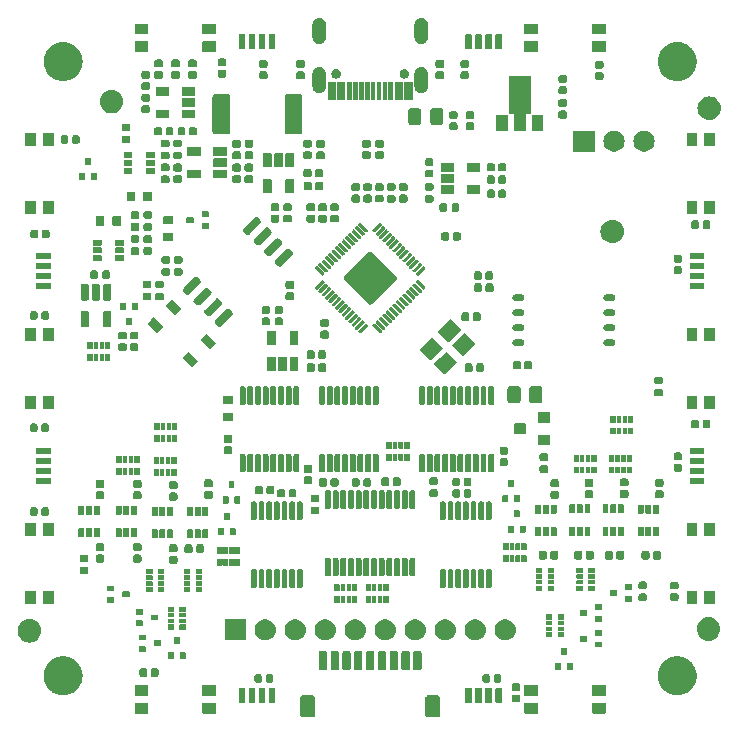
<source format=gts>
G04 #@! TF.GenerationSoftware,KiCad,Pcbnew,7.0.7*
G04 #@! TF.CreationDate,2023-12-02T12:42:21+01:00*
G04 #@! TF.ProjectId,BusPirate-5-rev10,42757350-6972-4617-9465-2d352d726576,rev?*
G04 #@! TF.SameCoordinates,Original*
G04 #@! TF.FileFunction,Soldermask,Top*
G04 #@! TF.FilePolarity,Negative*
%FSLAX46Y46*%
G04 Gerber Fmt 4.6, Leading zero omitted, Abs format (unit mm)*
G04 Created by KiCad (PCBNEW 7.0.7) date 2023-12-02 12:42:21*
%MOMM*%
%LPD*%
G01*
G04 APERTURE LIST*
G04 APERTURE END LIST*
G36*
X125018686Y-117752969D02*
G01*
X125022843Y-117754804D01*
X125027038Y-117755357D01*
X125079515Y-117779828D01*
X125119541Y-117797501D01*
X125121398Y-117799358D01*
X125121852Y-117799570D01*
X125195429Y-117873147D01*
X125195640Y-117873600D01*
X125197499Y-117875459D01*
X125215181Y-117915505D01*
X125239642Y-117967961D01*
X125240193Y-117972153D01*
X125242031Y-117976314D01*
X125249999Y-118045000D01*
X125249999Y-118046628D01*
X125250000Y-118046636D01*
X125250000Y-119257536D01*
X125250000Y-119345001D01*
X125242031Y-119413686D01*
X125240193Y-119417846D01*
X125239642Y-119422038D01*
X125215189Y-119474475D01*
X125197499Y-119514541D01*
X125195639Y-119516400D01*
X125195429Y-119516852D01*
X125121852Y-119590429D01*
X125121400Y-119590639D01*
X125119541Y-119592499D01*
X125079475Y-119610189D01*
X125027038Y-119634642D01*
X125022846Y-119635193D01*
X125018686Y-119637031D01*
X124950000Y-119644999D01*
X124948371Y-119644999D01*
X124948364Y-119645000D01*
X124251636Y-119645000D01*
X124251635Y-119644999D01*
X124249999Y-119645000D01*
X124181314Y-119637031D01*
X124177153Y-119635193D01*
X124172961Y-119634642D01*
X124120505Y-119610181D01*
X124080459Y-119592499D01*
X124078600Y-119590640D01*
X124078147Y-119590429D01*
X124004570Y-119516852D01*
X124004358Y-119516398D01*
X124002501Y-119514541D01*
X123984828Y-119474515D01*
X123960357Y-119422038D01*
X123959804Y-119417843D01*
X123957969Y-119413686D01*
X123950001Y-119345000D01*
X123950000Y-119343370D01*
X123950000Y-119343363D01*
X123950000Y-118046636D01*
X123950000Y-118046635D01*
X123950000Y-118044999D01*
X123957969Y-117976314D01*
X123959804Y-117972156D01*
X123960357Y-117967961D01*
X123984836Y-117915465D01*
X124002501Y-117875459D01*
X124004357Y-117873602D01*
X124004570Y-117873147D01*
X124078147Y-117799570D01*
X124078602Y-117799357D01*
X124080459Y-117797501D01*
X124120465Y-117779836D01*
X124172961Y-117755357D01*
X124177156Y-117754804D01*
X124181314Y-117752969D01*
X124250000Y-117745001D01*
X124251628Y-117745000D01*
X124251636Y-117745000D01*
X124948364Y-117745000D01*
X124950001Y-117745000D01*
X125018686Y-117752969D01*
G37*
G36*
X135618686Y-117752969D02*
G01*
X135622843Y-117754804D01*
X135627038Y-117755357D01*
X135679515Y-117779828D01*
X135719541Y-117797501D01*
X135721398Y-117799358D01*
X135721852Y-117799570D01*
X135795429Y-117873147D01*
X135795640Y-117873600D01*
X135797499Y-117875459D01*
X135815181Y-117915505D01*
X135839642Y-117967961D01*
X135840193Y-117972153D01*
X135842031Y-117976314D01*
X135849999Y-118045000D01*
X135849999Y-118046628D01*
X135850000Y-118046636D01*
X135850000Y-119257536D01*
X135850000Y-119345001D01*
X135842031Y-119413686D01*
X135840193Y-119417846D01*
X135839642Y-119422038D01*
X135815189Y-119474475D01*
X135797499Y-119514541D01*
X135795639Y-119516400D01*
X135795429Y-119516852D01*
X135721852Y-119590429D01*
X135721400Y-119590639D01*
X135719541Y-119592499D01*
X135679475Y-119610189D01*
X135627038Y-119634642D01*
X135622846Y-119635193D01*
X135618686Y-119637031D01*
X135550000Y-119644999D01*
X135548371Y-119644999D01*
X135548364Y-119645000D01*
X134851636Y-119645000D01*
X134851635Y-119644999D01*
X134849999Y-119645000D01*
X134781314Y-119637031D01*
X134777153Y-119635193D01*
X134772961Y-119634642D01*
X134720505Y-119610181D01*
X134680459Y-119592499D01*
X134678600Y-119590640D01*
X134678147Y-119590429D01*
X134604570Y-119516852D01*
X134604358Y-119516398D01*
X134602501Y-119514541D01*
X134584828Y-119474515D01*
X134560357Y-119422038D01*
X134559804Y-119417843D01*
X134557969Y-119413686D01*
X134550001Y-119345000D01*
X134550000Y-119343370D01*
X134550000Y-119343363D01*
X134550000Y-118046636D01*
X134550000Y-118046635D01*
X134550000Y-118044999D01*
X134557969Y-117976314D01*
X134559804Y-117972156D01*
X134560357Y-117967961D01*
X134584836Y-117915465D01*
X134602501Y-117875459D01*
X134604357Y-117873602D01*
X134604570Y-117873147D01*
X134678147Y-117799570D01*
X134678602Y-117799357D01*
X134680459Y-117797501D01*
X134720465Y-117779836D01*
X134772961Y-117755357D01*
X134777156Y-117754804D01*
X134781314Y-117752969D01*
X134850000Y-117745001D01*
X134851628Y-117745000D01*
X134851636Y-117745000D01*
X135548364Y-117745000D01*
X135550001Y-117745000D01*
X135618686Y-117752969D01*
G37*
G36*
X111069134Y-118393806D02*
G01*
X111085355Y-118404645D01*
X111096194Y-118420866D01*
X111100000Y-118440000D01*
X111100000Y-119260000D01*
X111096194Y-119279134D01*
X111085355Y-119295355D01*
X111069134Y-119306194D01*
X111050000Y-119310000D01*
X110000000Y-119310000D01*
X109980866Y-119306194D01*
X109964645Y-119295355D01*
X109953806Y-119279134D01*
X109950000Y-119260000D01*
X109950000Y-118440000D01*
X109953806Y-118420866D01*
X109964645Y-118404645D01*
X109980866Y-118393806D01*
X110000000Y-118390000D01*
X111050000Y-118390000D01*
X111069134Y-118393806D01*
G37*
G36*
X116819134Y-118393806D02*
G01*
X116835355Y-118404645D01*
X116846194Y-118420866D01*
X116850000Y-118440000D01*
X116850000Y-119260000D01*
X116846194Y-119279134D01*
X116835355Y-119295355D01*
X116819134Y-119306194D01*
X116800000Y-119310000D01*
X115750000Y-119310000D01*
X115730866Y-119306194D01*
X115714645Y-119295355D01*
X115703806Y-119279134D01*
X115700000Y-119260000D01*
X115700000Y-118440000D01*
X115703806Y-118420866D01*
X115714645Y-118404645D01*
X115730866Y-118393806D01*
X115750000Y-118390000D01*
X116800000Y-118390000D01*
X116819134Y-118393806D01*
G37*
G36*
X144069134Y-118393806D02*
G01*
X144085355Y-118404645D01*
X144096194Y-118420866D01*
X144100000Y-118440000D01*
X144100000Y-119260000D01*
X144096194Y-119279134D01*
X144085355Y-119295355D01*
X144069134Y-119306194D01*
X144050000Y-119310000D01*
X143000000Y-119310000D01*
X142980866Y-119306194D01*
X142964645Y-119295355D01*
X142953806Y-119279134D01*
X142950000Y-119260000D01*
X142950000Y-118440000D01*
X142953806Y-118420866D01*
X142964645Y-118404645D01*
X142980866Y-118393806D01*
X143000000Y-118390000D01*
X144050000Y-118390000D01*
X144069134Y-118393806D01*
G37*
G36*
X149819134Y-118393806D02*
G01*
X149835355Y-118404645D01*
X149846194Y-118420866D01*
X149850000Y-118440000D01*
X149850000Y-119260000D01*
X149846194Y-119279134D01*
X149835355Y-119295355D01*
X149819134Y-119306194D01*
X149800000Y-119310000D01*
X148750000Y-119310000D01*
X148730866Y-119306194D01*
X148714645Y-119295355D01*
X148703806Y-119279134D01*
X148700000Y-119260000D01*
X148700000Y-118440000D01*
X148703806Y-118420866D01*
X148714645Y-118404645D01*
X148730866Y-118393806D01*
X148750000Y-118390000D01*
X149800000Y-118390000D01*
X149819134Y-118393806D01*
G37*
G36*
X119259134Y-117153806D02*
G01*
X119275355Y-117164645D01*
X119286194Y-117180866D01*
X119290000Y-117200000D01*
X119290000Y-118350000D01*
X119286194Y-118369134D01*
X119275355Y-118385355D01*
X119259134Y-118396194D01*
X119240000Y-118400000D01*
X119237536Y-118400000D01*
X118812464Y-118400000D01*
X118810000Y-118400000D01*
X118790866Y-118396194D01*
X118774645Y-118385355D01*
X118763806Y-118369134D01*
X118760000Y-118350000D01*
X118760000Y-117200000D01*
X118763806Y-117180866D01*
X118774645Y-117164645D01*
X118790866Y-117153806D01*
X118810000Y-117150000D01*
X119240000Y-117150000D01*
X119259134Y-117153806D01*
G37*
G36*
X120109134Y-117153806D02*
G01*
X120125355Y-117164645D01*
X120136194Y-117180866D01*
X120140000Y-117200000D01*
X120140000Y-118350000D01*
X120136194Y-118369134D01*
X120125355Y-118385355D01*
X120109134Y-118396194D01*
X120090000Y-118400000D01*
X119660000Y-118400000D01*
X119640866Y-118396194D01*
X119624645Y-118385355D01*
X119613806Y-118369134D01*
X119610000Y-118350000D01*
X119610000Y-117200000D01*
X119613806Y-117180866D01*
X119624645Y-117164645D01*
X119640866Y-117153806D01*
X119660000Y-117150000D01*
X120090000Y-117150000D01*
X120109134Y-117153806D01*
G37*
G36*
X120959134Y-117153806D02*
G01*
X120975355Y-117164645D01*
X120986194Y-117180866D01*
X120990000Y-117200000D01*
X120990000Y-118350000D01*
X120986194Y-118369134D01*
X120975355Y-118385355D01*
X120959134Y-118396194D01*
X120940000Y-118400000D01*
X120510000Y-118400000D01*
X120490866Y-118396194D01*
X120474645Y-118385355D01*
X120463806Y-118369134D01*
X120460000Y-118350000D01*
X120460000Y-117200000D01*
X120463806Y-117180866D01*
X120474645Y-117164645D01*
X120490866Y-117153806D01*
X120510000Y-117150000D01*
X120940000Y-117150000D01*
X120959134Y-117153806D01*
G37*
G36*
X121809134Y-117153806D02*
G01*
X121825355Y-117164645D01*
X121836194Y-117180866D01*
X121840000Y-117200000D01*
X121840000Y-118350000D01*
X121836194Y-118369134D01*
X121825355Y-118385355D01*
X121809134Y-118396194D01*
X121790000Y-118400000D01*
X121787536Y-118400000D01*
X121362464Y-118400000D01*
X121360000Y-118400000D01*
X121340866Y-118396194D01*
X121324645Y-118385355D01*
X121313806Y-118369134D01*
X121310000Y-118350000D01*
X121310000Y-117200000D01*
X121313806Y-117180866D01*
X121324645Y-117164645D01*
X121340866Y-117153806D01*
X121360000Y-117150000D01*
X121790000Y-117150000D01*
X121809134Y-117153806D01*
G37*
G36*
X138459134Y-117153806D02*
G01*
X138475355Y-117164645D01*
X138486194Y-117180866D01*
X138490000Y-117200000D01*
X138490000Y-118350000D01*
X138486194Y-118369134D01*
X138475355Y-118385355D01*
X138459134Y-118396194D01*
X138440000Y-118400000D01*
X138437536Y-118400000D01*
X138012464Y-118400000D01*
X138010000Y-118400000D01*
X137990866Y-118396194D01*
X137974645Y-118385355D01*
X137963806Y-118369134D01*
X137960000Y-118350000D01*
X137960000Y-117200000D01*
X137963806Y-117180866D01*
X137974645Y-117164645D01*
X137990866Y-117153806D01*
X138010000Y-117150000D01*
X138440000Y-117150000D01*
X138459134Y-117153806D01*
G37*
G36*
X139309134Y-117153806D02*
G01*
X139325355Y-117164645D01*
X139336194Y-117180866D01*
X139340000Y-117200000D01*
X139340000Y-118350000D01*
X139336194Y-118369134D01*
X139325355Y-118385355D01*
X139309134Y-118396194D01*
X139290000Y-118400000D01*
X138860000Y-118400000D01*
X138840866Y-118396194D01*
X138824645Y-118385355D01*
X138813806Y-118369134D01*
X138810000Y-118350000D01*
X138810000Y-117200000D01*
X138813806Y-117180866D01*
X138824645Y-117164645D01*
X138840866Y-117153806D01*
X138860000Y-117150000D01*
X139290000Y-117150000D01*
X139309134Y-117153806D01*
G37*
G36*
X140159134Y-117153806D02*
G01*
X140175355Y-117164645D01*
X140186194Y-117180866D01*
X140190000Y-117200000D01*
X140190000Y-118350000D01*
X140186194Y-118369134D01*
X140175355Y-118385355D01*
X140159134Y-118396194D01*
X140140000Y-118400000D01*
X139710000Y-118400000D01*
X139690866Y-118396194D01*
X139674645Y-118385355D01*
X139663806Y-118369134D01*
X139660000Y-118350000D01*
X139660000Y-117200000D01*
X139663806Y-117180866D01*
X139674645Y-117164645D01*
X139690866Y-117153806D01*
X139710000Y-117150000D01*
X140140000Y-117150000D01*
X140159134Y-117153806D01*
G37*
G36*
X141009134Y-117153806D02*
G01*
X141025355Y-117164645D01*
X141036194Y-117180866D01*
X141040000Y-117200000D01*
X141040000Y-118350000D01*
X141036194Y-118369134D01*
X141025355Y-118385355D01*
X141009134Y-118396194D01*
X140990000Y-118400000D01*
X140987536Y-118400000D01*
X140562464Y-118400000D01*
X140560000Y-118400000D01*
X140540866Y-118396194D01*
X140524645Y-118385355D01*
X140513806Y-118369134D01*
X140510000Y-118350000D01*
X140510000Y-117200000D01*
X140513806Y-117180866D01*
X140524645Y-117164645D01*
X140540866Y-117153806D01*
X140560000Y-117150000D01*
X140990000Y-117150000D01*
X141009134Y-117153806D01*
G37*
G36*
X142490671Y-117714604D02*
G01*
X142552311Y-117755791D01*
X142593498Y-117817431D01*
X142607961Y-117890141D01*
X142607961Y-118170141D01*
X142593498Y-118242851D01*
X142552311Y-118304491D01*
X142490671Y-118345678D01*
X142417961Y-118360141D01*
X142077961Y-118360141D01*
X142005251Y-118345678D01*
X141943611Y-118304491D01*
X141902424Y-118242851D01*
X141887961Y-118170141D01*
X141887961Y-117890141D01*
X141902424Y-117817431D01*
X141943611Y-117755791D01*
X142005251Y-117714604D01*
X142077961Y-117700141D01*
X142417961Y-117700141D01*
X142490671Y-117714604D01*
G37*
G36*
X111069134Y-116893806D02*
G01*
X111085355Y-116904645D01*
X111096194Y-116920866D01*
X111100000Y-116940000D01*
X111100000Y-117760000D01*
X111096194Y-117779134D01*
X111085355Y-117795355D01*
X111069134Y-117806194D01*
X111050000Y-117810000D01*
X110000000Y-117810000D01*
X109980866Y-117806194D01*
X109964645Y-117795355D01*
X109953806Y-117779134D01*
X109950000Y-117760000D01*
X109950000Y-116940000D01*
X109953806Y-116920866D01*
X109964645Y-116904645D01*
X109980866Y-116893806D01*
X110000000Y-116890000D01*
X111050000Y-116890000D01*
X111069134Y-116893806D01*
G37*
G36*
X116819134Y-116893806D02*
G01*
X116835355Y-116904645D01*
X116846194Y-116920866D01*
X116850000Y-116940000D01*
X116850000Y-117760000D01*
X116846194Y-117779134D01*
X116835355Y-117795355D01*
X116819134Y-117806194D01*
X116800000Y-117810000D01*
X115750000Y-117810000D01*
X115730866Y-117806194D01*
X115714645Y-117795355D01*
X115703806Y-117779134D01*
X115700000Y-117760000D01*
X115700000Y-116940000D01*
X115703806Y-116920866D01*
X115714645Y-116904645D01*
X115730866Y-116893806D01*
X115750000Y-116890000D01*
X116800000Y-116890000D01*
X116819134Y-116893806D01*
G37*
G36*
X144069134Y-116893806D02*
G01*
X144085355Y-116904645D01*
X144096194Y-116920866D01*
X144100000Y-116940000D01*
X144100000Y-117760000D01*
X144096194Y-117779134D01*
X144085355Y-117795355D01*
X144069134Y-117806194D01*
X144050000Y-117810000D01*
X143000000Y-117810000D01*
X142980866Y-117806194D01*
X142964645Y-117795355D01*
X142953806Y-117779134D01*
X142950000Y-117760000D01*
X142950000Y-116940000D01*
X142953806Y-116920866D01*
X142964645Y-116904645D01*
X142980866Y-116893806D01*
X143000000Y-116890000D01*
X144050000Y-116890000D01*
X144069134Y-116893806D01*
G37*
G36*
X149819134Y-116893806D02*
G01*
X149835355Y-116904645D01*
X149846194Y-116920866D01*
X149850000Y-116940000D01*
X149850000Y-117760000D01*
X149846194Y-117779134D01*
X149835355Y-117795355D01*
X149819134Y-117806194D01*
X149800000Y-117810000D01*
X148750000Y-117810000D01*
X148730866Y-117806194D01*
X148714645Y-117795355D01*
X148703806Y-117779134D01*
X148700000Y-117760000D01*
X148700000Y-116940000D01*
X148703806Y-116920866D01*
X148714645Y-116904645D01*
X148730866Y-116893806D01*
X148750000Y-116890000D01*
X149800000Y-116890000D01*
X149819134Y-116893806D01*
G37*
G36*
X103959517Y-114454684D02*
G01*
X104023298Y-114454684D01*
X104092991Y-114465188D01*
X104158117Y-114470314D01*
X104210610Y-114482916D01*
X104267146Y-114491438D01*
X104341031Y-114514228D01*
X104409878Y-114530757D01*
X104454386Y-114549193D01*
X104502786Y-114564122D01*
X104578773Y-114600715D01*
X104649084Y-114629839D01*
X104685176Y-114651956D01*
X104724966Y-114671118D01*
X104800650Y-114722719D01*
X104869846Y-114765122D01*
X104897553Y-114788786D01*
X104928709Y-114810028D01*
X105001462Y-114877533D01*
X105066726Y-114933274D01*
X105086543Y-114956477D01*
X105109485Y-114977764D01*
X105176549Y-115061859D01*
X105234878Y-115130154D01*
X105247707Y-115151089D01*
X105263236Y-115170562D01*
X105321806Y-115272008D01*
X105370161Y-115350916D01*
X105377262Y-115368060D01*
X105386535Y-115384121D01*
X105433830Y-115504627D01*
X105469243Y-115590122D01*
X105472171Y-115602320D01*
X105476628Y-115613675D01*
X105509993Y-115759857D01*
X105529686Y-115841883D01*
X105530196Y-115848375D01*
X105531501Y-115854089D01*
X105548534Y-116081378D01*
X105550000Y-116100000D01*
X105548534Y-116118623D01*
X105531501Y-116345910D01*
X105530197Y-116351622D01*
X105529686Y-116358117D01*
X105509988Y-116440161D01*
X105476628Y-116586324D01*
X105472172Y-116597677D01*
X105469243Y-116609878D01*
X105433822Y-116695390D01*
X105386535Y-116815878D01*
X105377264Y-116831935D01*
X105370161Y-116849084D01*
X105321796Y-116928007D01*
X105263236Y-117029437D01*
X105247710Y-117048905D01*
X105234878Y-117069846D01*
X105176537Y-117138154D01*
X105109485Y-117222235D01*
X105086548Y-117243517D01*
X105066726Y-117266726D01*
X105001448Y-117322478D01*
X104928709Y-117389971D01*
X104897559Y-117411208D01*
X104869846Y-117434878D01*
X104800636Y-117477289D01*
X104724966Y-117528881D01*
X104685183Y-117548039D01*
X104649084Y-117570161D01*
X104578758Y-117599290D01*
X104502786Y-117635877D01*
X104454396Y-117650802D01*
X104409878Y-117669243D01*
X104341017Y-117685775D01*
X104267146Y-117708561D01*
X104210619Y-117717081D01*
X104158117Y-117729686D01*
X104092987Y-117734811D01*
X104023298Y-117745316D01*
X103959517Y-117745316D01*
X103900000Y-117750000D01*
X103840483Y-117745316D01*
X103776702Y-117745316D01*
X103707011Y-117734811D01*
X103641883Y-117729686D01*
X103589382Y-117717081D01*
X103532853Y-117708561D01*
X103458978Y-117685774D01*
X103390122Y-117669243D01*
X103345606Y-117650804D01*
X103297213Y-117635877D01*
X103221236Y-117599288D01*
X103150916Y-117570161D01*
X103114816Y-117548039D01*
X103075034Y-117528881D01*
X102999365Y-117477290D01*
X102930154Y-117434878D01*
X102902439Y-117411207D01*
X102871290Y-117389970D01*
X102798546Y-117322474D01*
X102733274Y-117266726D01*
X102713455Y-117243521D01*
X102690514Y-117222235D01*
X102623447Y-117138136D01*
X102565122Y-117069846D01*
X102552293Y-117048911D01*
X102536763Y-117029437D01*
X102478186Y-116927979D01*
X102429839Y-116849084D01*
X102422738Y-116831941D01*
X102413464Y-116815878D01*
X102366158Y-116695344D01*
X102330757Y-116609878D01*
X102327829Y-116597683D01*
X102323371Y-116586324D01*
X102289991Y-116440077D01*
X102270314Y-116358117D01*
X102269803Y-116351629D01*
X102268498Y-116345910D01*
X102251446Y-116118375D01*
X102250000Y-116100000D01*
X102251443Y-116081662D01*
X102268498Y-115854089D01*
X102269803Y-115848369D01*
X102270314Y-115841883D01*
X102289986Y-115759941D01*
X102323371Y-115613675D01*
X102327830Y-115602313D01*
X102330757Y-115590122D01*
X102366150Y-115504673D01*
X102413464Y-115384121D01*
X102422739Y-115368054D01*
X102429839Y-115350916D01*
X102478176Y-115272036D01*
X102536763Y-115170562D01*
X102552295Y-115151084D01*
X102565122Y-115130154D01*
X102623435Y-115061877D01*
X102690514Y-114977764D01*
X102713459Y-114956473D01*
X102733274Y-114933274D01*
X102798533Y-114877536D01*
X102871290Y-114810029D01*
X102902445Y-114788787D01*
X102930154Y-114765122D01*
X102999350Y-114722718D01*
X103075034Y-114671118D01*
X103114824Y-114651955D01*
X103150916Y-114629839D01*
X103221222Y-114600717D01*
X103297213Y-114564122D01*
X103345615Y-114549191D01*
X103390122Y-114530757D01*
X103458963Y-114514229D01*
X103532853Y-114491438D01*
X103589390Y-114482916D01*
X103641883Y-114470314D01*
X103707007Y-114465188D01*
X103776702Y-114454684D01*
X103840483Y-114454684D01*
X103900000Y-114450000D01*
X103959517Y-114454684D01*
G37*
G36*
X155959517Y-114454684D02*
G01*
X156023298Y-114454684D01*
X156092991Y-114465188D01*
X156158117Y-114470314D01*
X156210610Y-114482916D01*
X156267146Y-114491438D01*
X156341031Y-114514228D01*
X156409878Y-114530757D01*
X156454386Y-114549193D01*
X156502786Y-114564122D01*
X156578773Y-114600715D01*
X156649084Y-114629839D01*
X156685176Y-114651956D01*
X156724966Y-114671118D01*
X156800650Y-114722719D01*
X156869846Y-114765122D01*
X156897553Y-114788786D01*
X156928709Y-114810028D01*
X157001462Y-114877533D01*
X157066726Y-114933274D01*
X157086543Y-114956477D01*
X157109485Y-114977764D01*
X157176549Y-115061859D01*
X157234878Y-115130154D01*
X157247707Y-115151089D01*
X157263236Y-115170562D01*
X157321806Y-115272008D01*
X157370161Y-115350916D01*
X157377262Y-115368060D01*
X157386535Y-115384121D01*
X157433830Y-115504627D01*
X157469243Y-115590122D01*
X157472171Y-115602320D01*
X157476628Y-115613675D01*
X157509993Y-115759857D01*
X157529686Y-115841883D01*
X157530196Y-115848375D01*
X157531501Y-115854089D01*
X157548535Y-116081396D01*
X157550000Y-116100000D01*
X157548532Y-116118641D01*
X157531501Y-116345910D01*
X157530197Y-116351622D01*
X157529686Y-116358117D01*
X157509988Y-116440161D01*
X157476628Y-116586324D01*
X157472172Y-116597677D01*
X157469243Y-116609878D01*
X157433822Y-116695390D01*
X157386535Y-116815878D01*
X157377264Y-116831935D01*
X157370161Y-116849084D01*
X157321796Y-116928007D01*
X157263236Y-117029437D01*
X157247710Y-117048905D01*
X157234878Y-117069846D01*
X157176537Y-117138154D01*
X157109485Y-117222235D01*
X157086548Y-117243517D01*
X157066726Y-117266726D01*
X157001448Y-117322478D01*
X156928709Y-117389971D01*
X156897559Y-117411208D01*
X156869846Y-117434878D01*
X156800636Y-117477289D01*
X156724966Y-117528881D01*
X156685183Y-117548039D01*
X156649084Y-117570161D01*
X156578758Y-117599290D01*
X156502786Y-117635877D01*
X156454396Y-117650802D01*
X156409878Y-117669243D01*
X156341017Y-117685775D01*
X156267146Y-117708561D01*
X156210619Y-117717081D01*
X156158117Y-117729686D01*
X156092987Y-117734811D01*
X156023298Y-117745316D01*
X155959517Y-117745316D01*
X155900000Y-117750000D01*
X155840483Y-117745316D01*
X155776702Y-117745316D01*
X155707011Y-117734811D01*
X155641883Y-117729686D01*
X155589382Y-117717081D01*
X155532853Y-117708561D01*
X155458978Y-117685774D01*
X155390122Y-117669243D01*
X155345606Y-117650804D01*
X155297213Y-117635877D01*
X155221236Y-117599288D01*
X155150916Y-117570161D01*
X155114816Y-117548039D01*
X155075034Y-117528881D01*
X154999365Y-117477290D01*
X154930154Y-117434878D01*
X154902439Y-117411207D01*
X154871290Y-117389970D01*
X154798546Y-117322474D01*
X154733274Y-117266726D01*
X154713455Y-117243521D01*
X154690514Y-117222235D01*
X154623447Y-117138136D01*
X154565122Y-117069846D01*
X154552293Y-117048911D01*
X154536763Y-117029437D01*
X154478186Y-116927979D01*
X154429839Y-116849084D01*
X154422738Y-116831941D01*
X154413464Y-116815878D01*
X154366158Y-116695344D01*
X154330757Y-116609878D01*
X154327829Y-116597683D01*
X154323371Y-116586324D01*
X154289991Y-116440077D01*
X154270314Y-116358117D01*
X154269803Y-116351629D01*
X154268498Y-116345910D01*
X154251444Y-116118357D01*
X154250000Y-116100000D01*
X154251444Y-116081644D01*
X154268498Y-115854089D01*
X154269803Y-115848369D01*
X154270314Y-115841883D01*
X154289986Y-115759941D01*
X154323371Y-115613675D01*
X154327830Y-115602313D01*
X154330757Y-115590122D01*
X154366150Y-115504673D01*
X154413464Y-115384121D01*
X154422739Y-115368054D01*
X154429839Y-115350916D01*
X154478176Y-115272036D01*
X154536763Y-115170562D01*
X154552295Y-115151084D01*
X154565122Y-115130154D01*
X154623435Y-115061877D01*
X154690514Y-114977764D01*
X154713459Y-114956473D01*
X154733274Y-114933274D01*
X154798533Y-114877536D01*
X154871290Y-114810029D01*
X154902445Y-114788787D01*
X154930154Y-114765122D01*
X154999350Y-114722718D01*
X155075034Y-114671118D01*
X155114824Y-114651955D01*
X155150916Y-114629839D01*
X155221222Y-114600717D01*
X155297213Y-114564122D01*
X155345615Y-114549191D01*
X155390122Y-114530757D01*
X155458963Y-114514229D01*
X155532853Y-114491438D01*
X155589390Y-114482916D01*
X155641883Y-114470314D01*
X155707007Y-114465188D01*
X155776702Y-114454684D01*
X155840483Y-114454684D01*
X155900000Y-114450000D01*
X155959517Y-114454684D01*
G37*
G36*
X142490671Y-116754604D02*
G01*
X142552311Y-116795791D01*
X142593498Y-116857431D01*
X142607961Y-116930141D01*
X142607961Y-117210141D01*
X142593498Y-117282851D01*
X142552311Y-117344491D01*
X142490671Y-117385678D01*
X142417961Y-117400141D01*
X142077961Y-117400141D01*
X142005251Y-117385678D01*
X141943611Y-117344491D01*
X141902424Y-117282851D01*
X141887961Y-117210141D01*
X141887961Y-116930141D01*
X141902424Y-116857431D01*
X141943611Y-116795791D01*
X142005251Y-116754604D01*
X142077961Y-116740141D01*
X142417961Y-116740141D01*
X142490671Y-116754604D01*
G37*
G36*
X120636710Y-115986463D02*
G01*
X120698350Y-116027650D01*
X120739537Y-116089290D01*
X120754000Y-116162000D01*
X120754000Y-116502000D01*
X120739537Y-116574710D01*
X120698350Y-116636350D01*
X120636710Y-116677537D01*
X120564000Y-116692000D01*
X120284000Y-116692000D01*
X120211290Y-116677537D01*
X120149650Y-116636350D01*
X120108463Y-116574710D01*
X120094000Y-116502000D01*
X120094000Y-116162000D01*
X120108463Y-116089290D01*
X120149650Y-116027650D01*
X120211290Y-115986463D01*
X120284000Y-115972000D01*
X120564000Y-115972000D01*
X120636710Y-115986463D01*
G37*
G36*
X121596710Y-115986463D02*
G01*
X121658350Y-116027650D01*
X121699537Y-116089290D01*
X121714000Y-116162000D01*
X121714000Y-116502000D01*
X121699537Y-116574710D01*
X121658350Y-116636350D01*
X121596710Y-116677537D01*
X121524000Y-116692000D01*
X121244000Y-116692000D01*
X121171290Y-116677537D01*
X121109650Y-116636350D01*
X121068463Y-116574710D01*
X121054000Y-116502000D01*
X121054000Y-116162000D01*
X121068463Y-116089290D01*
X121109650Y-116027650D01*
X121171290Y-115986463D01*
X121244000Y-115972000D01*
X121524000Y-115972000D01*
X121596710Y-115986463D01*
G37*
G36*
X139940710Y-115986463D02*
G01*
X140002350Y-116027650D01*
X140043537Y-116089290D01*
X140058000Y-116162000D01*
X140058000Y-116502000D01*
X140043537Y-116574710D01*
X140002350Y-116636350D01*
X139940710Y-116677537D01*
X139868000Y-116692000D01*
X139588000Y-116692000D01*
X139515290Y-116677537D01*
X139453650Y-116636350D01*
X139412463Y-116574710D01*
X139398000Y-116502000D01*
X139398000Y-116162000D01*
X139412463Y-116089290D01*
X139453650Y-116027650D01*
X139515290Y-115986463D01*
X139588000Y-115972000D01*
X139868000Y-115972000D01*
X139940710Y-115986463D01*
G37*
G36*
X140900710Y-115986463D02*
G01*
X140962350Y-116027650D01*
X141003537Y-116089290D01*
X141018000Y-116162000D01*
X141018000Y-116502000D01*
X141003537Y-116574710D01*
X140962350Y-116636350D01*
X140900710Y-116677537D01*
X140828000Y-116692000D01*
X140548000Y-116692000D01*
X140475290Y-116677537D01*
X140413650Y-116636350D01*
X140372463Y-116574710D01*
X140358000Y-116502000D01*
X140358000Y-116162000D01*
X140372463Y-116089290D01*
X140413650Y-116027650D01*
X140475290Y-115986463D01*
X140548000Y-115972000D01*
X140828000Y-115972000D01*
X140900710Y-115986463D01*
G37*
G36*
X110912204Y-115486035D02*
G01*
X110973844Y-115527222D01*
X111015031Y-115588862D01*
X111029494Y-115661572D01*
X111029494Y-116001572D01*
X111015031Y-116074282D01*
X110973844Y-116135922D01*
X110912204Y-116177109D01*
X110839494Y-116191572D01*
X110559494Y-116191572D01*
X110486784Y-116177109D01*
X110425144Y-116135922D01*
X110383957Y-116074282D01*
X110369494Y-116001572D01*
X110369494Y-115661572D01*
X110383957Y-115588862D01*
X110425144Y-115527222D01*
X110486784Y-115486035D01*
X110559494Y-115471572D01*
X110839494Y-115471572D01*
X110912204Y-115486035D01*
G37*
G36*
X111872204Y-115486035D02*
G01*
X111933844Y-115527222D01*
X111975031Y-115588862D01*
X111989494Y-115661572D01*
X111989494Y-116001572D01*
X111975031Y-116074282D01*
X111933844Y-116135922D01*
X111872204Y-116177109D01*
X111799494Y-116191572D01*
X111519494Y-116191572D01*
X111446784Y-116177109D01*
X111385144Y-116135922D01*
X111343957Y-116074282D01*
X111329494Y-116001572D01*
X111329494Y-115661572D01*
X111343957Y-115588862D01*
X111385144Y-115527222D01*
X111446784Y-115486035D01*
X111519494Y-115471572D01*
X111799494Y-115471572D01*
X111872204Y-115486035D01*
G37*
G36*
X126126537Y-114010224D02*
G01*
X126191421Y-114053579D01*
X126234776Y-114118463D01*
X126250000Y-114195000D01*
X126250000Y-115445000D01*
X126234776Y-115521537D01*
X126191421Y-115586421D01*
X126126537Y-115629776D01*
X126050000Y-115645000D01*
X125750000Y-115645000D01*
X125673463Y-115629776D01*
X125608579Y-115586421D01*
X125565224Y-115521537D01*
X125550000Y-115445000D01*
X125550000Y-114195000D01*
X125565224Y-114118463D01*
X125608579Y-114053579D01*
X125673463Y-114010224D01*
X125750000Y-113995000D01*
X126050000Y-113995000D01*
X126126537Y-114010224D01*
G37*
G36*
X127126537Y-114010224D02*
G01*
X127191421Y-114053579D01*
X127234776Y-114118463D01*
X127250000Y-114195000D01*
X127250000Y-115445000D01*
X127234776Y-115521537D01*
X127191421Y-115586421D01*
X127126537Y-115629776D01*
X127050000Y-115645000D01*
X126750000Y-115645000D01*
X126673463Y-115629776D01*
X126608579Y-115586421D01*
X126565224Y-115521537D01*
X126550000Y-115445000D01*
X126550000Y-114195000D01*
X126565224Y-114118463D01*
X126608579Y-114053579D01*
X126673463Y-114010224D01*
X126750000Y-113995000D01*
X127050000Y-113995000D01*
X127126537Y-114010224D01*
G37*
G36*
X128126537Y-114010224D02*
G01*
X128191421Y-114053579D01*
X128234776Y-114118463D01*
X128250000Y-114195000D01*
X128250000Y-115445000D01*
X128234776Y-115521537D01*
X128191421Y-115586421D01*
X128126537Y-115629776D01*
X128050000Y-115645000D01*
X127750000Y-115645000D01*
X127673463Y-115629776D01*
X127608579Y-115586421D01*
X127565224Y-115521537D01*
X127550000Y-115445000D01*
X127550000Y-114195000D01*
X127565224Y-114118463D01*
X127608579Y-114053579D01*
X127673463Y-114010224D01*
X127750000Y-113995000D01*
X128050000Y-113995000D01*
X128126537Y-114010224D01*
G37*
G36*
X129126537Y-114010224D02*
G01*
X129191421Y-114053579D01*
X129234776Y-114118463D01*
X129250000Y-114195000D01*
X129250000Y-115445000D01*
X129234776Y-115521537D01*
X129191421Y-115586421D01*
X129126537Y-115629776D01*
X129050000Y-115645000D01*
X128750000Y-115645000D01*
X128673463Y-115629776D01*
X128608579Y-115586421D01*
X128565224Y-115521537D01*
X128550000Y-115445000D01*
X128550000Y-114195000D01*
X128565224Y-114118463D01*
X128608579Y-114053579D01*
X128673463Y-114010224D01*
X128750000Y-113995000D01*
X129050000Y-113995000D01*
X129126537Y-114010224D01*
G37*
G36*
X130126537Y-114010224D02*
G01*
X130191421Y-114053579D01*
X130234776Y-114118463D01*
X130250000Y-114195000D01*
X130250000Y-115445000D01*
X130234776Y-115521537D01*
X130191421Y-115586421D01*
X130126537Y-115629776D01*
X130050000Y-115645000D01*
X129750000Y-115645000D01*
X129673463Y-115629776D01*
X129608579Y-115586421D01*
X129565224Y-115521537D01*
X129550000Y-115445000D01*
X129550000Y-114195000D01*
X129565224Y-114118463D01*
X129608579Y-114053579D01*
X129673463Y-114010224D01*
X129750000Y-113995000D01*
X130050000Y-113995000D01*
X130126537Y-114010224D01*
G37*
G36*
X131126537Y-114010224D02*
G01*
X131191421Y-114053579D01*
X131234776Y-114118463D01*
X131250000Y-114195000D01*
X131250000Y-115445000D01*
X131234776Y-115521537D01*
X131191421Y-115586421D01*
X131126537Y-115629776D01*
X131050000Y-115645000D01*
X130750000Y-115645000D01*
X130673463Y-115629776D01*
X130608579Y-115586421D01*
X130565224Y-115521537D01*
X130550000Y-115445000D01*
X130550000Y-114195000D01*
X130565224Y-114118463D01*
X130608579Y-114053579D01*
X130673463Y-114010224D01*
X130750000Y-113995000D01*
X131050000Y-113995000D01*
X131126537Y-114010224D01*
G37*
G36*
X132126537Y-114010224D02*
G01*
X132191421Y-114053579D01*
X132234776Y-114118463D01*
X132250000Y-114195000D01*
X132250000Y-115445000D01*
X132234776Y-115521537D01*
X132191421Y-115586421D01*
X132126537Y-115629776D01*
X132050000Y-115645000D01*
X131750000Y-115645000D01*
X131673463Y-115629776D01*
X131608579Y-115586421D01*
X131565224Y-115521537D01*
X131550000Y-115445000D01*
X131550000Y-114195000D01*
X131565224Y-114118463D01*
X131608579Y-114053579D01*
X131673463Y-114010224D01*
X131750000Y-113995000D01*
X132050000Y-113995000D01*
X132126537Y-114010224D01*
G37*
G36*
X133126537Y-114010224D02*
G01*
X133191421Y-114053579D01*
X133234776Y-114118463D01*
X133250000Y-114195000D01*
X133250000Y-115445000D01*
X133234776Y-115521537D01*
X133191421Y-115586421D01*
X133126537Y-115629776D01*
X133050000Y-115645000D01*
X132750000Y-115645000D01*
X132673463Y-115629776D01*
X132608579Y-115586421D01*
X132565224Y-115521537D01*
X132550000Y-115445000D01*
X132550000Y-114195000D01*
X132565224Y-114118463D01*
X132608579Y-114053579D01*
X132673463Y-114010224D01*
X132750000Y-113995000D01*
X133050000Y-113995000D01*
X133126537Y-114010224D01*
G37*
G36*
X134126537Y-114010224D02*
G01*
X134191421Y-114053579D01*
X134234776Y-114118463D01*
X134250000Y-114195000D01*
X134250000Y-115445000D01*
X134234776Y-115521537D01*
X134191421Y-115586421D01*
X134126537Y-115629776D01*
X134050000Y-115645000D01*
X133750000Y-115645000D01*
X133673463Y-115629776D01*
X133608579Y-115586421D01*
X133565224Y-115521537D01*
X133550000Y-115445000D01*
X133550000Y-114195000D01*
X133565224Y-114118463D01*
X133608579Y-114053579D01*
X133673463Y-114010224D01*
X133750000Y-113995000D01*
X134050000Y-113995000D01*
X134126537Y-114010224D01*
G37*
G36*
X146031134Y-115014806D02*
G01*
X146047355Y-115025645D01*
X146058194Y-115041866D01*
X146062000Y-115061000D01*
X146062000Y-115571000D01*
X146058194Y-115590134D01*
X146047355Y-115606355D01*
X146031134Y-115617194D01*
X146012000Y-115621000D01*
X145612000Y-115621000D01*
X145592866Y-115617194D01*
X145576645Y-115606355D01*
X145565806Y-115590134D01*
X145562000Y-115571000D01*
X145562000Y-115061000D01*
X145565806Y-115041866D01*
X145576645Y-115025645D01*
X145592866Y-115014806D01*
X145612000Y-115011000D01*
X146012000Y-115011000D01*
X146031134Y-115014806D01*
G37*
G36*
X147031134Y-115014806D02*
G01*
X147047355Y-115025645D01*
X147058194Y-115041866D01*
X147062000Y-115061000D01*
X147062000Y-115571000D01*
X147058194Y-115590134D01*
X147047355Y-115606355D01*
X147031134Y-115617194D01*
X147012000Y-115621000D01*
X146612000Y-115621000D01*
X146592866Y-115617194D01*
X146576645Y-115606355D01*
X146565806Y-115590134D01*
X146562000Y-115571000D01*
X146562000Y-115061000D01*
X146565806Y-115041866D01*
X146576645Y-115025645D01*
X146592866Y-115014806D01*
X146612000Y-115011000D01*
X147012000Y-115011000D01*
X147031134Y-115014806D01*
G37*
G36*
X113244748Y-114127227D02*
G01*
X113260969Y-114138066D01*
X113271808Y-114154287D01*
X113275614Y-114173421D01*
X113275614Y-114683421D01*
X113271808Y-114702555D01*
X113260969Y-114718776D01*
X113244748Y-114729615D01*
X113225614Y-114733421D01*
X112825614Y-114733421D01*
X112806480Y-114729615D01*
X112790259Y-114718776D01*
X112779420Y-114702555D01*
X112775614Y-114683421D01*
X112775614Y-114173421D01*
X112779420Y-114154287D01*
X112790259Y-114138066D01*
X112806480Y-114127227D01*
X112825614Y-114123421D01*
X113225614Y-114123421D01*
X113244748Y-114127227D01*
G37*
G36*
X114244748Y-114127227D02*
G01*
X114260969Y-114138066D01*
X114271808Y-114154287D01*
X114275614Y-114173421D01*
X114275614Y-114683421D01*
X114271808Y-114702555D01*
X114260969Y-114718776D01*
X114244748Y-114729615D01*
X114225614Y-114733421D01*
X113825614Y-114733421D01*
X113806480Y-114729615D01*
X113790259Y-114718776D01*
X113779420Y-114702555D01*
X113775614Y-114683421D01*
X113775614Y-114173421D01*
X113779420Y-114154287D01*
X113790259Y-114138066D01*
X113806480Y-114127227D01*
X113825614Y-114123421D01*
X114225614Y-114123421D01*
X114244748Y-114127227D01*
G37*
G36*
X146531134Y-113724806D02*
G01*
X146547355Y-113735645D01*
X146558194Y-113751866D01*
X146562000Y-113771000D01*
X146562000Y-114281000D01*
X146558194Y-114300134D01*
X146547355Y-114316355D01*
X146531134Y-114327194D01*
X146512000Y-114331000D01*
X146112000Y-114331000D01*
X146092866Y-114327194D01*
X146076645Y-114316355D01*
X146065806Y-114300134D01*
X146062000Y-114281000D01*
X146062000Y-113771000D01*
X146065806Y-113751866D01*
X146076645Y-113735645D01*
X146092866Y-113724806D01*
X146112000Y-113721000D01*
X146512000Y-113721000D01*
X146531134Y-113724806D01*
G37*
G36*
X110879329Y-113627774D02*
G01*
X110895550Y-113638613D01*
X110906389Y-113654834D01*
X110910195Y-113673968D01*
X110910195Y-114073968D01*
X110906389Y-114093102D01*
X110895550Y-114109323D01*
X110879329Y-114120162D01*
X110860195Y-114123968D01*
X110350195Y-114123968D01*
X110331061Y-114120162D01*
X110314840Y-114109323D01*
X110304001Y-114093102D01*
X110300195Y-114073968D01*
X110300195Y-113673968D01*
X110304001Y-113654834D01*
X110314840Y-113638613D01*
X110331061Y-113627774D01*
X110350195Y-113623968D01*
X110860195Y-113623968D01*
X110879329Y-113627774D01*
G37*
G36*
X149500742Y-113219916D02*
G01*
X149516963Y-113230755D01*
X149527802Y-113246976D01*
X149531608Y-113266110D01*
X149531608Y-113666110D01*
X149527802Y-113685244D01*
X149516963Y-113701465D01*
X149500742Y-113712304D01*
X149481608Y-113716110D01*
X148971608Y-113716110D01*
X148952474Y-113712304D01*
X148936253Y-113701465D01*
X148925414Y-113685244D01*
X148921608Y-113666110D01*
X148921608Y-113266110D01*
X148925414Y-113246976D01*
X148936253Y-113230755D01*
X148952474Y-113219916D01*
X148971608Y-113216110D01*
X149481608Y-113216110D01*
X149500742Y-113219916D01*
G37*
G36*
X112169329Y-113127774D02*
G01*
X112185550Y-113138613D01*
X112196389Y-113154834D01*
X112200195Y-113173968D01*
X112200195Y-113573968D01*
X112196389Y-113593102D01*
X112185550Y-113609323D01*
X112169329Y-113620162D01*
X112150195Y-113623968D01*
X111640195Y-113623968D01*
X111621061Y-113620162D01*
X111604840Y-113609323D01*
X111594001Y-113593102D01*
X111590195Y-113573968D01*
X111590195Y-113173968D01*
X111594001Y-113154834D01*
X111604840Y-113138613D01*
X111621061Y-113127774D01*
X111640195Y-113123968D01*
X112150195Y-113123968D01*
X112169329Y-113127774D01*
G37*
G36*
X113744748Y-112837227D02*
G01*
X113760969Y-112848066D01*
X113771808Y-112864287D01*
X113775614Y-112883421D01*
X113775614Y-113393421D01*
X113771808Y-113412555D01*
X113760969Y-113428776D01*
X113744748Y-113439615D01*
X113725614Y-113443421D01*
X113325614Y-113443421D01*
X113306480Y-113439615D01*
X113290259Y-113428776D01*
X113279420Y-113412555D01*
X113275614Y-113393421D01*
X113275614Y-112883421D01*
X113279420Y-112864287D01*
X113290259Y-112848066D01*
X113306480Y-112837227D01*
X113325614Y-112833421D01*
X113725614Y-112833421D01*
X113744748Y-112837227D01*
G37*
G36*
X101245090Y-111319215D02*
G01*
X101432683Y-111376120D01*
X101605570Y-111468530D01*
X101757107Y-111592893D01*
X101881470Y-111744430D01*
X101973880Y-111917317D01*
X102030785Y-112104910D01*
X102050000Y-112300000D01*
X102030785Y-112495090D01*
X101973880Y-112682683D01*
X101881470Y-112855570D01*
X101757107Y-113007107D01*
X101605570Y-113131470D01*
X101432683Y-113223880D01*
X101245090Y-113280785D01*
X101050000Y-113300000D01*
X100854910Y-113280785D01*
X100667317Y-113223880D01*
X100494430Y-113131470D01*
X100342893Y-113007107D01*
X100218530Y-112855570D01*
X100126120Y-112682683D01*
X100069215Y-112495090D01*
X100050000Y-112300000D01*
X100069215Y-112104910D01*
X100126120Y-111917317D01*
X100218530Y-111744430D01*
X100342893Y-111592893D01*
X100494430Y-111468530D01*
X100667317Y-111376120D01*
X100854910Y-111319215D01*
X101050000Y-111300000D01*
X101245090Y-111319215D01*
G37*
G36*
X148210742Y-112719916D02*
G01*
X148226963Y-112730755D01*
X148237802Y-112746976D01*
X148241608Y-112766110D01*
X148241608Y-113166110D01*
X148237802Y-113185244D01*
X148226963Y-113201465D01*
X148210742Y-113212304D01*
X148191608Y-113216110D01*
X147681608Y-113216110D01*
X147662474Y-113212304D01*
X147646253Y-113201465D01*
X147635414Y-113185244D01*
X147631608Y-113166110D01*
X147631608Y-112766110D01*
X147635414Y-112746976D01*
X147646253Y-112730755D01*
X147662474Y-112719916D01*
X147681608Y-112716110D01*
X148191608Y-112716110D01*
X148210742Y-112719916D01*
G37*
G36*
X158745090Y-111169215D02*
G01*
X158932683Y-111226120D01*
X159105570Y-111318530D01*
X159257107Y-111442893D01*
X159381470Y-111594430D01*
X159473880Y-111767317D01*
X159530785Y-111954910D01*
X159550000Y-112150000D01*
X159530785Y-112345090D01*
X159473880Y-112532683D01*
X159381470Y-112705570D01*
X159257107Y-112857107D01*
X159105570Y-112981470D01*
X158932683Y-113073880D01*
X158745090Y-113130785D01*
X158550000Y-113150000D01*
X158354910Y-113130785D01*
X158167317Y-113073880D01*
X157994430Y-112981470D01*
X157842893Y-112857107D01*
X157718530Y-112705570D01*
X157626120Y-112532683D01*
X157569215Y-112345090D01*
X157550000Y-112150000D01*
X157569215Y-111954910D01*
X157626120Y-111767317D01*
X157718530Y-111594430D01*
X157842893Y-111442893D01*
X157994430Y-111318530D01*
X158167317Y-111226120D01*
X158354910Y-111169215D01*
X158550000Y-111150000D01*
X158745090Y-111169215D01*
G37*
G36*
X110879329Y-112627774D02*
G01*
X110895550Y-112638613D01*
X110906389Y-112654834D01*
X110910195Y-112673968D01*
X110910195Y-113073968D01*
X110906389Y-113093102D01*
X110895550Y-113109323D01*
X110879329Y-113120162D01*
X110860195Y-113123968D01*
X110350195Y-113123968D01*
X110331061Y-113120162D01*
X110314840Y-113109323D01*
X110304001Y-113093102D01*
X110300195Y-113073968D01*
X110300195Y-112673968D01*
X110304001Y-112654834D01*
X110314840Y-112638613D01*
X110331061Y-112627774D01*
X110350195Y-112623968D01*
X110860195Y-112623968D01*
X110879329Y-112627774D01*
G37*
G36*
X119339134Y-111323806D02*
G01*
X119355355Y-111334645D01*
X119366194Y-111350866D01*
X119370000Y-111370000D01*
X119370000Y-113070000D01*
X119366194Y-113089134D01*
X119355355Y-113105355D01*
X119339134Y-113116194D01*
X119320000Y-113120000D01*
X117620000Y-113120000D01*
X117600866Y-113116194D01*
X117584645Y-113105355D01*
X117573806Y-113089134D01*
X117570000Y-113070000D01*
X117570000Y-111370000D01*
X117573806Y-111350866D01*
X117584645Y-111334645D01*
X117600866Y-111323806D01*
X117620000Y-111320000D01*
X119320000Y-111320000D01*
X119339134Y-111323806D01*
G37*
G36*
X121288115Y-111364049D02*
G01*
X121460000Y-111440577D01*
X121612218Y-111551170D01*
X121738115Y-111690993D01*
X121832191Y-111853937D01*
X121890333Y-112032879D01*
X121910000Y-112220000D01*
X121890333Y-112407121D01*
X121832191Y-112586063D01*
X121738115Y-112749007D01*
X121612218Y-112888830D01*
X121460000Y-112999423D01*
X121288115Y-113075951D01*
X121104076Y-113115070D01*
X120915924Y-113115070D01*
X120731885Y-113075951D01*
X120560000Y-112999423D01*
X120407782Y-112888830D01*
X120281885Y-112749007D01*
X120187809Y-112586063D01*
X120129667Y-112407121D01*
X120110000Y-112220000D01*
X120129667Y-112032879D01*
X120187809Y-111853937D01*
X120281885Y-111690993D01*
X120407782Y-111551170D01*
X120560000Y-111440577D01*
X120731885Y-111364049D01*
X120915924Y-111324930D01*
X121104076Y-111324930D01*
X121288115Y-111364049D01*
G37*
G36*
X123828115Y-111364049D02*
G01*
X124000000Y-111440577D01*
X124152218Y-111551170D01*
X124278115Y-111690993D01*
X124372191Y-111853937D01*
X124430333Y-112032879D01*
X124450000Y-112220000D01*
X124430333Y-112407121D01*
X124372191Y-112586063D01*
X124278115Y-112749007D01*
X124152218Y-112888830D01*
X124000000Y-112999423D01*
X123828115Y-113075951D01*
X123644076Y-113115070D01*
X123455924Y-113115070D01*
X123271885Y-113075951D01*
X123100000Y-112999423D01*
X122947782Y-112888830D01*
X122821885Y-112749007D01*
X122727809Y-112586063D01*
X122669667Y-112407121D01*
X122650000Y-112220000D01*
X122669667Y-112032879D01*
X122727809Y-111853937D01*
X122821885Y-111690993D01*
X122947782Y-111551170D01*
X123100000Y-111440577D01*
X123271885Y-111364049D01*
X123455924Y-111324930D01*
X123644076Y-111324930D01*
X123828115Y-111364049D01*
G37*
G36*
X126368115Y-111364049D02*
G01*
X126540000Y-111440577D01*
X126692218Y-111551170D01*
X126818115Y-111690993D01*
X126912191Y-111853937D01*
X126970333Y-112032879D01*
X126990000Y-112220000D01*
X126970333Y-112407121D01*
X126912191Y-112586063D01*
X126818115Y-112749007D01*
X126692218Y-112888830D01*
X126540000Y-112999423D01*
X126368115Y-113075951D01*
X126184076Y-113115070D01*
X125995924Y-113115070D01*
X125811885Y-113075951D01*
X125640000Y-112999423D01*
X125487782Y-112888830D01*
X125361885Y-112749007D01*
X125267809Y-112586063D01*
X125209667Y-112407121D01*
X125190000Y-112220000D01*
X125209667Y-112032879D01*
X125267809Y-111853937D01*
X125361885Y-111690993D01*
X125487782Y-111551170D01*
X125640000Y-111440577D01*
X125811885Y-111364049D01*
X125995924Y-111324930D01*
X126184076Y-111324930D01*
X126368115Y-111364049D01*
G37*
G36*
X128908115Y-111364049D02*
G01*
X129080000Y-111440577D01*
X129232218Y-111551170D01*
X129358115Y-111690993D01*
X129452191Y-111853937D01*
X129510333Y-112032879D01*
X129530000Y-112220000D01*
X129510333Y-112407121D01*
X129452191Y-112586063D01*
X129358115Y-112749007D01*
X129232218Y-112888830D01*
X129080000Y-112999423D01*
X128908115Y-113075951D01*
X128724076Y-113115070D01*
X128535924Y-113115070D01*
X128351885Y-113075951D01*
X128180000Y-112999423D01*
X128027782Y-112888830D01*
X127901885Y-112749007D01*
X127807809Y-112586063D01*
X127749667Y-112407121D01*
X127730000Y-112220000D01*
X127749667Y-112032879D01*
X127807809Y-111853937D01*
X127901885Y-111690993D01*
X128027782Y-111551170D01*
X128180000Y-111440577D01*
X128351885Y-111364049D01*
X128535924Y-111324930D01*
X128724076Y-111324930D01*
X128908115Y-111364049D01*
G37*
G36*
X131448115Y-111364049D02*
G01*
X131620000Y-111440577D01*
X131772218Y-111551170D01*
X131898115Y-111690993D01*
X131992191Y-111853937D01*
X132050333Y-112032879D01*
X132070000Y-112220000D01*
X132050333Y-112407121D01*
X131992191Y-112586063D01*
X131898115Y-112749007D01*
X131772218Y-112888830D01*
X131620000Y-112999423D01*
X131448115Y-113075951D01*
X131264076Y-113115070D01*
X131075924Y-113115070D01*
X130891885Y-113075951D01*
X130720000Y-112999423D01*
X130567782Y-112888830D01*
X130441885Y-112749007D01*
X130347809Y-112586063D01*
X130289667Y-112407121D01*
X130270000Y-112220000D01*
X130289667Y-112032879D01*
X130347809Y-111853937D01*
X130441885Y-111690993D01*
X130567782Y-111551170D01*
X130720000Y-111440577D01*
X130891885Y-111364049D01*
X131075924Y-111324930D01*
X131264076Y-111324930D01*
X131448115Y-111364049D01*
G37*
G36*
X133988115Y-111364049D02*
G01*
X134160000Y-111440577D01*
X134312218Y-111551170D01*
X134438115Y-111690993D01*
X134532191Y-111853937D01*
X134590333Y-112032879D01*
X134610000Y-112220000D01*
X134590333Y-112407121D01*
X134532191Y-112586063D01*
X134438115Y-112749007D01*
X134312218Y-112888830D01*
X134160000Y-112999423D01*
X133988115Y-113075951D01*
X133804076Y-113115070D01*
X133615924Y-113115070D01*
X133431885Y-113075951D01*
X133260000Y-112999423D01*
X133107782Y-112888830D01*
X132981885Y-112749007D01*
X132887809Y-112586063D01*
X132829667Y-112407121D01*
X132810000Y-112220000D01*
X132829667Y-112032879D01*
X132887809Y-111853937D01*
X132981885Y-111690993D01*
X133107782Y-111551170D01*
X133260000Y-111440577D01*
X133431885Y-111364049D01*
X133615924Y-111324930D01*
X133804076Y-111324930D01*
X133988115Y-111364049D01*
G37*
G36*
X136528115Y-111364049D02*
G01*
X136700000Y-111440577D01*
X136852218Y-111551170D01*
X136978115Y-111690993D01*
X137072191Y-111853937D01*
X137130333Y-112032879D01*
X137150000Y-112220000D01*
X137130333Y-112407121D01*
X137072191Y-112586063D01*
X136978115Y-112749007D01*
X136852218Y-112888830D01*
X136700000Y-112999423D01*
X136528115Y-113075951D01*
X136344076Y-113115070D01*
X136155924Y-113115070D01*
X135971885Y-113075951D01*
X135800000Y-112999423D01*
X135647782Y-112888830D01*
X135521885Y-112749007D01*
X135427809Y-112586063D01*
X135369667Y-112407121D01*
X135350000Y-112220000D01*
X135369667Y-112032879D01*
X135427809Y-111853937D01*
X135521885Y-111690993D01*
X135647782Y-111551170D01*
X135800000Y-111440577D01*
X135971885Y-111364049D01*
X136155924Y-111324930D01*
X136344076Y-111324930D01*
X136528115Y-111364049D01*
G37*
G36*
X139068115Y-111364049D02*
G01*
X139240000Y-111440577D01*
X139392218Y-111551170D01*
X139518115Y-111690993D01*
X139612191Y-111853937D01*
X139670333Y-112032879D01*
X139690000Y-112220000D01*
X139670333Y-112407121D01*
X139612191Y-112586063D01*
X139518115Y-112749007D01*
X139392218Y-112888830D01*
X139240000Y-112999423D01*
X139068115Y-113075951D01*
X138884076Y-113115070D01*
X138695924Y-113115070D01*
X138511885Y-113075951D01*
X138340000Y-112999423D01*
X138187782Y-112888830D01*
X138061885Y-112749007D01*
X137967809Y-112586063D01*
X137909667Y-112407121D01*
X137890000Y-112220000D01*
X137909667Y-112032879D01*
X137967809Y-111853937D01*
X138061885Y-111690993D01*
X138187782Y-111551170D01*
X138340000Y-111440577D01*
X138511885Y-111364049D01*
X138695924Y-111324930D01*
X138884076Y-111324930D01*
X139068115Y-111364049D01*
G37*
G36*
X141608115Y-111364049D02*
G01*
X141780000Y-111440577D01*
X141932218Y-111551170D01*
X142058115Y-111690993D01*
X142152191Y-111853937D01*
X142210333Y-112032879D01*
X142230000Y-112220000D01*
X142210333Y-112407121D01*
X142152191Y-112586063D01*
X142058115Y-112749007D01*
X141932218Y-112888830D01*
X141780000Y-112999423D01*
X141608115Y-113075951D01*
X141424076Y-113115070D01*
X141235924Y-113115070D01*
X141051885Y-113075951D01*
X140880000Y-112999423D01*
X140727782Y-112888830D01*
X140601885Y-112749007D01*
X140507809Y-112586063D01*
X140449667Y-112407121D01*
X140430000Y-112220000D01*
X140449667Y-112032879D01*
X140507809Y-111853937D01*
X140601885Y-111690993D01*
X140727782Y-111551170D01*
X140880000Y-111440577D01*
X141051885Y-111364049D01*
X141235924Y-111324930D01*
X141424076Y-111324930D01*
X141608115Y-111364049D01*
G37*
G36*
X145311481Y-112397284D02*
G01*
X145321213Y-112403787D01*
X145327716Y-112413519D01*
X145330000Y-112425000D01*
X145330000Y-112825000D01*
X145327716Y-112836481D01*
X145321213Y-112846213D01*
X145311481Y-112852716D01*
X145300000Y-112855000D01*
X144800000Y-112855000D01*
X144788519Y-112852716D01*
X144778787Y-112846213D01*
X144772284Y-112836481D01*
X144770000Y-112825000D01*
X144770000Y-112425000D01*
X144772284Y-112413519D01*
X144778787Y-112403787D01*
X144788519Y-112397284D01*
X144800000Y-112395000D01*
X145300000Y-112395000D01*
X145311481Y-112397284D01*
G37*
G36*
X146311481Y-112397284D02*
G01*
X146321213Y-112403787D01*
X146327716Y-112413519D01*
X146330000Y-112425000D01*
X146330000Y-112825000D01*
X146327716Y-112836481D01*
X146321213Y-112846213D01*
X146311481Y-112852716D01*
X146300000Y-112855000D01*
X145800000Y-112855000D01*
X145788519Y-112852716D01*
X145778787Y-112846213D01*
X145772284Y-112836481D01*
X145770000Y-112825000D01*
X145770000Y-112425000D01*
X145772284Y-112413519D01*
X145778787Y-112403787D01*
X145788519Y-112397284D01*
X145800000Y-112395000D01*
X146300000Y-112395000D01*
X146311481Y-112397284D01*
G37*
G36*
X149500742Y-112219916D02*
G01*
X149516963Y-112230755D01*
X149527802Y-112246976D01*
X149531608Y-112266110D01*
X149531608Y-112666110D01*
X149527802Y-112685244D01*
X149516963Y-112701465D01*
X149500742Y-112712304D01*
X149481608Y-112716110D01*
X148971608Y-112716110D01*
X148952474Y-112712304D01*
X148936253Y-112701465D01*
X148925414Y-112685244D01*
X148921608Y-112666110D01*
X148921608Y-112266110D01*
X148925414Y-112246976D01*
X148936253Y-112230755D01*
X148952474Y-112219916D01*
X148971608Y-112216110D01*
X149481608Y-112216110D01*
X149500742Y-112219916D01*
G37*
G36*
X145311481Y-111947284D02*
G01*
X145321213Y-111953787D01*
X145327716Y-111963519D01*
X145330000Y-111975000D01*
X145330000Y-112275000D01*
X145327716Y-112286481D01*
X145321213Y-112296213D01*
X145311481Y-112302716D01*
X145300000Y-112305000D01*
X144800000Y-112305000D01*
X144788519Y-112302716D01*
X144778787Y-112296213D01*
X144772284Y-112286481D01*
X144770000Y-112275000D01*
X144770000Y-111975000D01*
X144772284Y-111963519D01*
X144778787Y-111953787D01*
X144788519Y-111947284D01*
X144800000Y-111945000D01*
X145300000Y-111945000D01*
X145311481Y-111947284D01*
G37*
G36*
X146311481Y-111947284D02*
G01*
X146321213Y-111953787D01*
X146327716Y-111963519D01*
X146330000Y-111975000D01*
X146330000Y-112275000D01*
X146327716Y-112286481D01*
X146321213Y-112296213D01*
X146311481Y-112302716D01*
X146300000Y-112305000D01*
X145800000Y-112305000D01*
X145788519Y-112302716D01*
X145778787Y-112296213D01*
X145772284Y-112286481D01*
X145770000Y-112275000D01*
X145770000Y-111975000D01*
X145772284Y-111963519D01*
X145778787Y-111953787D01*
X145788519Y-111947284D01*
X145800000Y-111945000D01*
X146300000Y-111945000D01*
X146311481Y-111947284D01*
G37*
G36*
X113291481Y-111762284D02*
G01*
X113301213Y-111768787D01*
X113307716Y-111778519D01*
X113310000Y-111790000D01*
X113310000Y-112190000D01*
X113307716Y-112201481D01*
X113301213Y-112211213D01*
X113291481Y-112217716D01*
X113280000Y-112220000D01*
X112780000Y-112220000D01*
X112768519Y-112217716D01*
X112758787Y-112211213D01*
X112752284Y-112201481D01*
X112750000Y-112190000D01*
X112750000Y-111790000D01*
X112752284Y-111778519D01*
X112758787Y-111768787D01*
X112768519Y-111762284D01*
X112780000Y-111760000D01*
X113280000Y-111760000D01*
X113291481Y-111762284D01*
G37*
G36*
X114291481Y-111762284D02*
G01*
X114301213Y-111768787D01*
X114307716Y-111778519D01*
X114310000Y-111790000D01*
X114310000Y-112190000D01*
X114307716Y-112201481D01*
X114301213Y-112211213D01*
X114291481Y-112217716D01*
X114280000Y-112220000D01*
X113780000Y-112220000D01*
X113768519Y-112217716D01*
X113758787Y-112211213D01*
X113752284Y-112201481D01*
X113750000Y-112190000D01*
X113750000Y-111790000D01*
X113752284Y-111778519D01*
X113758787Y-111768787D01*
X113768519Y-111762284D01*
X113780000Y-111760000D01*
X114280000Y-111760000D01*
X114291481Y-111762284D01*
G37*
G36*
X110621843Y-111433016D02*
G01*
X110638064Y-111443855D01*
X110648903Y-111460076D01*
X110652709Y-111479210D01*
X110652709Y-111879210D01*
X110648903Y-111898344D01*
X110638064Y-111914565D01*
X110621843Y-111925404D01*
X110602709Y-111929210D01*
X110092709Y-111929210D01*
X110073575Y-111925404D01*
X110057354Y-111914565D01*
X110046515Y-111898344D01*
X110042709Y-111879210D01*
X110042709Y-111479210D01*
X110046515Y-111460076D01*
X110057354Y-111443855D01*
X110073575Y-111433016D01*
X110092709Y-111429210D01*
X110602709Y-111429210D01*
X110621843Y-111433016D01*
G37*
G36*
X145311481Y-111447284D02*
G01*
X145321213Y-111453787D01*
X145327716Y-111463519D01*
X145330000Y-111475000D01*
X145330000Y-111775000D01*
X145327716Y-111786481D01*
X145321213Y-111796213D01*
X145311481Y-111802716D01*
X145300000Y-111805000D01*
X144800000Y-111805000D01*
X144788519Y-111802716D01*
X144778787Y-111796213D01*
X144772284Y-111786481D01*
X144770000Y-111775000D01*
X144770000Y-111475000D01*
X144772284Y-111463519D01*
X144778787Y-111453787D01*
X144788519Y-111447284D01*
X144800000Y-111445000D01*
X145300000Y-111445000D01*
X145311481Y-111447284D01*
G37*
G36*
X146311481Y-111447284D02*
G01*
X146321213Y-111453787D01*
X146327716Y-111463519D01*
X146330000Y-111475000D01*
X146330000Y-111775000D01*
X146327716Y-111786481D01*
X146321213Y-111796213D01*
X146311481Y-111802716D01*
X146300000Y-111805000D01*
X145800000Y-111805000D01*
X145788519Y-111802716D01*
X145778787Y-111796213D01*
X145772284Y-111786481D01*
X145770000Y-111775000D01*
X145770000Y-111475000D01*
X145772284Y-111463519D01*
X145778787Y-111453787D01*
X145788519Y-111447284D01*
X145800000Y-111445000D01*
X146300000Y-111445000D01*
X146311481Y-111447284D01*
G37*
G36*
X113291481Y-111312284D02*
G01*
X113301213Y-111318787D01*
X113307716Y-111328519D01*
X113310000Y-111340000D01*
X113310000Y-111640000D01*
X113307716Y-111651481D01*
X113301213Y-111661213D01*
X113291481Y-111667716D01*
X113280000Y-111670000D01*
X112780000Y-111670000D01*
X112768519Y-111667716D01*
X112758787Y-111661213D01*
X112752284Y-111651481D01*
X112750000Y-111640000D01*
X112750000Y-111340000D01*
X112752284Y-111328519D01*
X112758787Y-111318787D01*
X112768519Y-111312284D01*
X112780000Y-111310000D01*
X113280000Y-111310000D01*
X113291481Y-111312284D01*
G37*
G36*
X114291481Y-111312284D02*
G01*
X114301213Y-111318787D01*
X114307716Y-111328519D01*
X114310000Y-111340000D01*
X114310000Y-111640000D01*
X114307716Y-111651481D01*
X114301213Y-111661213D01*
X114291481Y-111667716D01*
X114280000Y-111670000D01*
X113780000Y-111670000D01*
X113768519Y-111667716D01*
X113758787Y-111661213D01*
X113752284Y-111651481D01*
X113750000Y-111640000D01*
X113750000Y-111340000D01*
X113752284Y-111328519D01*
X113758787Y-111318787D01*
X113768519Y-111312284D01*
X113780000Y-111310000D01*
X114280000Y-111310000D01*
X114291481Y-111312284D01*
G37*
G36*
X149499134Y-111038075D02*
G01*
X149515355Y-111048914D01*
X149526194Y-111065135D01*
X149530000Y-111084269D01*
X149530000Y-111484269D01*
X149526194Y-111503403D01*
X149515355Y-111519624D01*
X149499134Y-111530463D01*
X149480000Y-111534269D01*
X148970000Y-111534269D01*
X148950866Y-111530463D01*
X148934645Y-111519624D01*
X148923806Y-111503403D01*
X148920000Y-111484269D01*
X148920000Y-111084269D01*
X148923806Y-111065135D01*
X148934645Y-111048914D01*
X148950866Y-111038075D01*
X148970000Y-111034269D01*
X149480000Y-111034269D01*
X149499134Y-111038075D01*
G37*
G36*
X111911843Y-110933016D02*
G01*
X111928064Y-110943855D01*
X111938903Y-110960076D01*
X111942709Y-110979210D01*
X111942709Y-111379210D01*
X111938903Y-111398344D01*
X111928064Y-111414565D01*
X111911843Y-111425404D01*
X111892709Y-111429210D01*
X111382709Y-111429210D01*
X111363575Y-111425404D01*
X111347354Y-111414565D01*
X111336515Y-111398344D01*
X111332709Y-111379210D01*
X111332709Y-110979210D01*
X111336515Y-110960076D01*
X111347354Y-110943855D01*
X111363575Y-110933016D01*
X111382709Y-110929210D01*
X111892709Y-110929210D01*
X111911843Y-110933016D01*
G37*
G36*
X145311481Y-110897284D02*
G01*
X145321213Y-110903787D01*
X145327716Y-110913519D01*
X145330000Y-110925000D01*
X145330000Y-111325000D01*
X145327716Y-111336481D01*
X145321213Y-111346213D01*
X145311481Y-111352716D01*
X145300000Y-111355000D01*
X144800000Y-111355000D01*
X144788519Y-111352716D01*
X144778787Y-111346213D01*
X144772284Y-111336481D01*
X144770000Y-111325000D01*
X144770000Y-110925000D01*
X144772284Y-110913519D01*
X144778787Y-110903787D01*
X144788519Y-110897284D01*
X144800000Y-110895000D01*
X145300000Y-110895000D01*
X145311481Y-110897284D01*
G37*
G36*
X146311481Y-110897284D02*
G01*
X146321213Y-110903787D01*
X146327716Y-110913519D01*
X146330000Y-110925000D01*
X146330000Y-111325000D01*
X146327716Y-111336481D01*
X146321213Y-111346213D01*
X146311481Y-111352716D01*
X146300000Y-111355000D01*
X145800000Y-111355000D01*
X145788519Y-111352716D01*
X145778787Y-111346213D01*
X145772284Y-111336481D01*
X145770000Y-111325000D01*
X145770000Y-110925000D01*
X145772284Y-110913519D01*
X145778787Y-110903787D01*
X145788519Y-110897284D01*
X145800000Y-110895000D01*
X146300000Y-110895000D01*
X146311481Y-110897284D01*
G37*
G36*
X113291481Y-110812284D02*
G01*
X113301213Y-110818787D01*
X113307716Y-110828519D01*
X113310000Y-110840000D01*
X113310000Y-111140000D01*
X113307716Y-111151481D01*
X113301213Y-111161213D01*
X113291481Y-111167716D01*
X113280000Y-111170000D01*
X112780000Y-111170000D01*
X112768519Y-111167716D01*
X112758787Y-111161213D01*
X112752284Y-111151481D01*
X112750000Y-111140000D01*
X112750000Y-110840000D01*
X112752284Y-110828519D01*
X112758787Y-110818787D01*
X112768519Y-110812284D01*
X112780000Y-110810000D01*
X113280000Y-110810000D01*
X113291481Y-110812284D01*
G37*
G36*
X114291481Y-110812284D02*
G01*
X114301213Y-110818787D01*
X114307716Y-110828519D01*
X114310000Y-110840000D01*
X114310000Y-111140000D01*
X114307716Y-111151481D01*
X114301213Y-111161213D01*
X114291481Y-111167716D01*
X114280000Y-111170000D01*
X113780000Y-111170000D01*
X113768519Y-111167716D01*
X113758787Y-111161213D01*
X113752284Y-111151481D01*
X113750000Y-111140000D01*
X113750000Y-110840000D01*
X113752284Y-110828519D01*
X113758787Y-110818787D01*
X113768519Y-110812284D01*
X113780000Y-110810000D01*
X114280000Y-110810000D01*
X114291481Y-110812284D01*
G37*
G36*
X148209134Y-110538075D02*
G01*
X148225355Y-110548914D01*
X148236194Y-110565135D01*
X148240000Y-110584269D01*
X148240000Y-110984269D01*
X148236194Y-111003403D01*
X148225355Y-111019624D01*
X148209134Y-111030463D01*
X148190000Y-111034269D01*
X147680000Y-111034269D01*
X147660866Y-111030463D01*
X147644645Y-111019624D01*
X147633806Y-111003403D01*
X147630000Y-110984269D01*
X147630000Y-110584269D01*
X147633806Y-110565135D01*
X147644645Y-110548914D01*
X147660866Y-110538075D01*
X147680000Y-110534269D01*
X148190000Y-110534269D01*
X148209134Y-110538075D01*
G37*
G36*
X110621843Y-110433016D02*
G01*
X110638064Y-110443855D01*
X110648903Y-110460076D01*
X110652709Y-110479210D01*
X110652709Y-110879210D01*
X110648903Y-110898344D01*
X110638064Y-110914565D01*
X110621843Y-110925404D01*
X110602709Y-110929210D01*
X110092709Y-110929210D01*
X110073575Y-110925404D01*
X110057354Y-110914565D01*
X110046515Y-110898344D01*
X110042709Y-110879210D01*
X110042709Y-110479210D01*
X110046515Y-110460076D01*
X110057354Y-110443855D01*
X110073575Y-110433016D01*
X110092709Y-110429210D01*
X110602709Y-110429210D01*
X110621843Y-110433016D01*
G37*
G36*
X113291481Y-110262284D02*
G01*
X113301213Y-110268787D01*
X113307716Y-110278519D01*
X113310000Y-110290000D01*
X113310000Y-110690000D01*
X113307716Y-110701481D01*
X113301213Y-110711213D01*
X113291481Y-110717716D01*
X113280000Y-110720000D01*
X112780000Y-110720000D01*
X112768519Y-110717716D01*
X112758787Y-110711213D01*
X112752284Y-110701481D01*
X112750000Y-110690000D01*
X112750000Y-110290000D01*
X112752284Y-110278519D01*
X112758787Y-110268787D01*
X112768519Y-110262284D01*
X112780000Y-110260000D01*
X113280000Y-110260000D01*
X113291481Y-110262284D01*
G37*
G36*
X114291481Y-110262284D02*
G01*
X114301213Y-110268787D01*
X114307716Y-110278519D01*
X114310000Y-110290000D01*
X114310000Y-110690000D01*
X114307716Y-110701481D01*
X114301213Y-110711213D01*
X114291481Y-110717716D01*
X114280000Y-110720000D01*
X113780000Y-110720000D01*
X113768519Y-110717716D01*
X113758787Y-110711213D01*
X113752284Y-110701481D01*
X113750000Y-110690000D01*
X113750000Y-110290000D01*
X113752284Y-110278519D01*
X113758787Y-110268787D01*
X113768519Y-110262284D01*
X113780000Y-110260000D01*
X114280000Y-110260000D01*
X114291481Y-110262284D01*
G37*
G36*
X149499134Y-110038075D02*
G01*
X149515355Y-110048914D01*
X149526194Y-110065135D01*
X149530000Y-110084269D01*
X149530000Y-110484269D01*
X149526194Y-110503403D01*
X149515355Y-110519624D01*
X149499134Y-110530463D01*
X149480000Y-110534269D01*
X148970000Y-110534269D01*
X148950866Y-110530463D01*
X148934645Y-110519624D01*
X148923806Y-110503403D01*
X148920000Y-110484269D01*
X148920000Y-110084269D01*
X148923806Y-110065135D01*
X148934645Y-110048914D01*
X148950866Y-110038075D01*
X148970000Y-110034269D01*
X149480000Y-110034269D01*
X149499134Y-110038075D01*
G37*
G36*
X101579134Y-108903806D02*
G01*
X101595355Y-108914645D01*
X101606194Y-108930866D01*
X101610000Y-108950000D01*
X101610000Y-110000000D01*
X101606194Y-110019134D01*
X101595355Y-110035355D01*
X101579134Y-110046194D01*
X101560000Y-110050000D01*
X100740000Y-110050000D01*
X100720866Y-110046194D01*
X100704645Y-110035355D01*
X100693806Y-110019134D01*
X100690000Y-110000000D01*
X100690000Y-108950000D01*
X100693806Y-108930866D01*
X100704645Y-108914645D01*
X100720866Y-108903806D01*
X100740000Y-108900000D01*
X101560000Y-108900000D01*
X101579134Y-108903806D01*
G37*
G36*
X103079134Y-108903806D02*
G01*
X103095355Y-108914645D01*
X103106194Y-108930866D01*
X103110000Y-108950000D01*
X103110000Y-110000000D01*
X103106194Y-110019134D01*
X103095355Y-110035355D01*
X103079134Y-110046194D01*
X103060000Y-110050000D01*
X102240000Y-110050000D01*
X102220866Y-110046194D01*
X102204645Y-110035355D01*
X102193806Y-110019134D01*
X102190000Y-110000000D01*
X102190000Y-108950000D01*
X102193806Y-108930866D01*
X102204645Y-108914645D01*
X102220866Y-108903806D01*
X102240000Y-108900000D01*
X103060000Y-108900000D01*
X103079134Y-108903806D01*
G37*
G36*
X157579134Y-108903806D02*
G01*
X157595355Y-108914645D01*
X157606194Y-108930866D01*
X157610000Y-108950000D01*
X157610000Y-110000000D01*
X157606194Y-110019134D01*
X157595355Y-110035355D01*
X157579134Y-110046194D01*
X157560000Y-110050000D01*
X156740000Y-110050000D01*
X156720866Y-110046194D01*
X156704645Y-110035355D01*
X156693806Y-110019134D01*
X156690000Y-110000000D01*
X156690000Y-108950000D01*
X156693806Y-108930866D01*
X156704645Y-108914645D01*
X156720866Y-108903806D01*
X156740000Y-108900000D01*
X157560000Y-108900000D01*
X157579134Y-108903806D01*
G37*
G36*
X159079134Y-108903806D02*
G01*
X159095355Y-108914645D01*
X159106194Y-108930866D01*
X159110000Y-108950000D01*
X159110000Y-110000000D01*
X159106194Y-110019134D01*
X159095355Y-110035355D01*
X159079134Y-110046194D01*
X159060000Y-110050000D01*
X158240000Y-110050000D01*
X158220866Y-110046194D01*
X158204645Y-110035355D01*
X158193806Y-110019134D01*
X158190000Y-110000000D01*
X158190000Y-108950000D01*
X158193806Y-108930866D01*
X158204645Y-108914645D01*
X158220866Y-108903806D01*
X158240000Y-108900000D01*
X159060000Y-108900000D01*
X159079134Y-108903806D01*
G37*
G36*
X108204134Y-109473806D02*
G01*
X108220355Y-109484645D01*
X108231194Y-109500866D01*
X108235000Y-109520000D01*
X108235000Y-109920000D01*
X108231194Y-109939134D01*
X108220355Y-109955355D01*
X108204134Y-109966194D01*
X108185000Y-109970000D01*
X107675000Y-109970000D01*
X107655866Y-109966194D01*
X107639645Y-109955355D01*
X107628806Y-109939134D01*
X107625000Y-109920000D01*
X107625000Y-109520000D01*
X107628806Y-109500866D01*
X107639645Y-109484645D01*
X107655866Y-109473806D01*
X107675000Y-109470000D01*
X108185000Y-109470000D01*
X108204134Y-109473806D01*
G37*
G36*
X127291481Y-109372284D02*
G01*
X127301213Y-109378787D01*
X127307716Y-109388519D01*
X127310000Y-109400000D01*
X127310000Y-109900000D01*
X127307716Y-109911481D01*
X127301213Y-109921213D01*
X127291481Y-109927716D01*
X127280000Y-109930000D01*
X126880000Y-109930000D01*
X126868519Y-109927716D01*
X126858787Y-109921213D01*
X126852284Y-109911481D01*
X126850000Y-109900000D01*
X126850000Y-109400000D01*
X126852284Y-109388519D01*
X126858787Y-109378787D01*
X126868519Y-109372284D01*
X126880000Y-109370000D01*
X127280000Y-109370000D01*
X127291481Y-109372284D01*
G37*
G36*
X127741481Y-109372284D02*
G01*
X127751213Y-109378787D01*
X127757716Y-109388519D01*
X127760000Y-109400000D01*
X127760000Y-109900000D01*
X127757716Y-109911481D01*
X127751213Y-109921213D01*
X127741481Y-109927716D01*
X127730000Y-109930000D01*
X127430000Y-109930000D01*
X127418519Y-109927716D01*
X127408787Y-109921213D01*
X127402284Y-109911481D01*
X127400000Y-109900000D01*
X127400000Y-109400000D01*
X127402284Y-109388519D01*
X127408787Y-109378787D01*
X127418519Y-109372284D01*
X127430000Y-109370000D01*
X127730000Y-109370000D01*
X127741481Y-109372284D01*
G37*
G36*
X128241481Y-109372284D02*
G01*
X128251213Y-109378787D01*
X128257716Y-109388519D01*
X128260000Y-109400000D01*
X128260000Y-109900000D01*
X128257716Y-109911481D01*
X128251213Y-109921213D01*
X128241481Y-109927716D01*
X128230000Y-109930000D01*
X127930000Y-109930000D01*
X127918519Y-109927716D01*
X127908787Y-109921213D01*
X127902284Y-109911481D01*
X127900000Y-109900000D01*
X127900000Y-109400000D01*
X127902284Y-109388519D01*
X127908787Y-109378787D01*
X127918519Y-109372284D01*
X127930000Y-109370000D01*
X128230000Y-109370000D01*
X128241481Y-109372284D01*
G37*
G36*
X128791481Y-109372284D02*
G01*
X128801213Y-109378787D01*
X128807716Y-109388519D01*
X128810000Y-109400000D01*
X128810000Y-109900000D01*
X128807716Y-109911481D01*
X128801213Y-109921213D01*
X128791481Y-109927716D01*
X128780000Y-109930000D01*
X128380000Y-109930000D01*
X128368519Y-109927716D01*
X128358787Y-109921213D01*
X128352284Y-109911481D01*
X128350000Y-109900000D01*
X128350000Y-109400000D01*
X128352284Y-109388519D01*
X128358787Y-109378787D01*
X128368519Y-109372284D01*
X128380000Y-109370000D01*
X128780000Y-109370000D01*
X128791481Y-109372284D01*
G37*
G36*
X129951481Y-109372284D02*
G01*
X129961213Y-109378787D01*
X129967716Y-109388519D01*
X129970000Y-109400000D01*
X129970000Y-109900000D01*
X129967716Y-109911481D01*
X129961213Y-109921213D01*
X129951481Y-109927716D01*
X129940000Y-109930000D01*
X129540000Y-109930000D01*
X129528519Y-109927716D01*
X129518787Y-109921213D01*
X129512284Y-109911481D01*
X129510000Y-109900000D01*
X129510000Y-109400000D01*
X129512284Y-109388519D01*
X129518787Y-109378787D01*
X129528519Y-109372284D01*
X129540000Y-109370000D01*
X129940000Y-109370000D01*
X129951481Y-109372284D01*
G37*
G36*
X130401481Y-109372284D02*
G01*
X130411213Y-109378787D01*
X130417716Y-109388519D01*
X130420000Y-109400000D01*
X130420000Y-109900000D01*
X130417716Y-109911481D01*
X130411213Y-109921213D01*
X130401481Y-109927716D01*
X130390000Y-109930000D01*
X130090000Y-109930000D01*
X130078519Y-109927716D01*
X130068787Y-109921213D01*
X130062284Y-109911481D01*
X130060000Y-109900000D01*
X130060000Y-109400000D01*
X130062284Y-109388519D01*
X130068787Y-109378787D01*
X130078519Y-109372284D01*
X130090000Y-109370000D01*
X130390000Y-109370000D01*
X130401481Y-109372284D01*
G37*
G36*
X130901481Y-109372284D02*
G01*
X130911213Y-109378787D01*
X130917716Y-109388519D01*
X130920000Y-109400000D01*
X130920000Y-109900000D01*
X130917716Y-109911481D01*
X130911213Y-109921213D01*
X130901481Y-109927716D01*
X130890000Y-109930000D01*
X130590000Y-109930000D01*
X130578519Y-109927716D01*
X130568787Y-109921213D01*
X130562284Y-109911481D01*
X130560000Y-109900000D01*
X130560000Y-109400000D01*
X130562284Y-109388519D01*
X130568787Y-109378787D01*
X130578519Y-109372284D01*
X130590000Y-109370000D01*
X130890000Y-109370000D01*
X130901481Y-109372284D01*
G37*
G36*
X131451481Y-109372284D02*
G01*
X131461213Y-109378787D01*
X131467716Y-109388519D01*
X131470000Y-109400000D01*
X131470000Y-109900000D01*
X131467716Y-109911481D01*
X131461213Y-109921213D01*
X131451481Y-109927716D01*
X131440000Y-109930000D01*
X131040000Y-109930000D01*
X131028519Y-109927716D01*
X131018787Y-109921213D01*
X131012284Y-109911481D01*
X131010000Y-109900000D01*
X131010000Y-109400000D01*
X131012284Y-109388519D01*
X131018787Y-109378787D01*
X131028519Y-109372284D01*
X131040000Y-109370000D01*
X131440000Y-109370000D01*
X131451481Y-109372284D01*
G37*
G36*
X152039134Y-109338806D02*
G01*
X152055355Y-109349645D01*
X152066194Y-109365866D01*
X152070000Y-109385000D01*
X152070000Y-109785000D01*
X152066194Y-109804134D01*
X152055355Y-109820355D01*
X152039134Y-109831194D01*
X152020000Y-109835000D01*
X151510000Y-109835000D01*
X151490866Y-109831194D01*
X151474645Y-109820355D01*
X151463806Y-109804134D01*
X151460000Y-109785000D01*
X151460000Y-109385000D01*
X151463806Y-109365866D01*
X151474645Y-109349645D01*
X151490866Y-109338806D01*
X151510000Y-109335000D01*
X152020000Y-109335000D01*
X152039134Y-109338806D01*
G37*
G36*
X153233369Y-109160339D02*
G01*
X153293388Y-109200442D01*
X153333491Y-109260461D01*
X153347573Y-109331257D01*
X153347573Y-109601257D01*
X153333491Y-109672053D01*
X153293388Y-109732072D01*
X153233369Y-109772175D01*
X153162573Y-109786257D01*
X152792573Y-109786257D01*
X152721777Y-109772175D01*
X152661758Y-109732072D01*
X152621655Y-109672053D01*
X152607573Y-109601257D01*
X152607573Y-109331257D01*
X152621655Y-109260461D01*
X152661758Y-109200442D01*
X152721777Y-109160339D01*
X152792573Y-109146257D01*
X153162573Y-109146257D01*
X153233369Y-109160339D01*
G37*
G36*
X155892710Y-109114463D02*
G01*
X155954350Y-109155650D01*
X155995537Y-109217290D01*
X156010000Y-109290000D01*
X156010000Y-109570000D01*
X155995537Y-109642710D01*
X155954350Y-109704350D01*
X155892710Y-109745537D01*
X155820000Y-109760000D01*
X155480000Y-109760000D01*
X155407290Y-109745537D01*
X155345650Y-109704350D01*
X155304463Y-109642710D01*
X155290000Y-109570000D01*
X155290000Y-109290000D01*
X155304463Y-109217290D01*
X155345650Y-109155650D01*
X155407290Y-109114463D01*
X155480000Y-109100000D01*
X155820000Y-109100000D01*
X155892710Y-109114463D01*
G37*
G36*
X109494134Y-108973806D02*
G01*
X109510355Y-108984645D01*
X109521194Y-109000866D01*
X109525000Y-109020000D01*
X109525000Y-109420000D01*
X109521194Y-109439134D01*
X109510355Y-109455355D01*
X109494134Y-109466194D01*
X109475000Y-109470000D01*
X108965000Y-109470000D01*
X108945866Y-109466194D01*
X108929645Y-109455355D01*
X108918806Y-109439134D01*
X108915000Y-109420000D01*
X108915000Y-109020000D01*
X108918806Y-109000866D01*
X108929645Y-108984645D01*
X108945866Y-108973806D01*
X108965000Y-108970000D01*
X109475000Y-108970000D01*
X109494134Y-108973806D01*
G37*
G36*
X150749134Y-108838806D02*
G01*
X150765355Y-108849645D01*
X150776194Y-108865866D01*
X150780000Y-108885000D01*
X150780000Y-109285000D01*
X150776194Y-109304134D01*
X150765355Y-109320355D01*
X150749134Y-109331194D01*
X150730000Y-109335000D01*
X150220000Y-109335000D01*
X150200866Y-109331194D01*
X150184645Y-109320355D01*
X150173806Y-109304134D01*
X150170000Y-109285000D01*
X150170000Y-108885000D01*
X150173806Y-108865866D01*
X150184645Y-108849645D01*
X150200866Y-108838806D01*
X150220000Y-108835000D01*
X150730000Y-108835000D01*
X150749134Y-108838806D01*
G37*
G36*
X111461481Y-108572284D02*
G01*
X111471213Y-108578787D01*
X111477716Y-108588519D01*
X111480000Y-108600000D01*
X111480000Y-109000000D01*
X111477716Y-109011481D01*
X111471213Y-109021213D01*
X111461481Y-109027716D01*
X111450000Y-109030000D01*
X110950000Y-109030000D01*
X110938519Y-109027716D01*
X110928787Y-109021213D01*
X110922284Y-109011481D01*
X110920000Y-109000000D01*
X110920000Y-108600000D01*
X110922284Y-108588519D01*
X110928787Y-108578787D01*
X110938519Y-108572284D01*
X110950000Y-108570000D01*
X111450000Y-108570000D01*
X111461481Y-108572284D01*
G37*
G36*
X112461481Y-108572284D02*
G01*
X112471213Y-108578787D01*
X112477716Y-108588519D01*
X112480000Y-108600000D01*
X112480000Y-109000000D01*
X112477716Y-109011481D01*
X112471213Y-109021213D01*
X112461481Y-109027716D01*
X112450000Y-109030000D01*
X111950000Y-109030000D01*
X111938519Y-109027716D01*
X111928787Y-109021213D01*
X111922284Y-109011481D01*
X111920000Y-109000000D01*
X111920000Y-108600000D01*
X111922284Y-108588519D01*
X111928787Y-108578787D01*
X111938519Y-108572284D01*
X111950000Y-108570000D01*
X112450000Y-108570000D01*
X112461481Y-108572284D01*
G37*
G36*
X114661481Y-108572284D02*
G01*
X114671213Y-108578787D01*
X114677716Y-108588519D01*
X114680000Y-108600000D01*
X114680000Y-109000000D01*
X114677716Y-109011481D01*
X114671213Y-109021213D01*
X114661481Y-109027716D01*
X114650000Y-109030000D01*
X114150000Y-109030000D01*
X114138519Y-109027716D01*
X114128787Y-109021213D01*
X114122284Y-109011481D01*
X114120000Y-109000000D01*
X114120000Y-108600000D01*
X114122284Y-108588519D01*
X114128787Y-108578787D01*
X114138519Y-108572284D01*
X114150000Y-108570000D01*
X114650000Y-108570000D01*
X114661481Y-108572284D01*
G37*
G36*
X115661481Y-108572284D02*
G01*
X115671213Y-108578787D01*
X115677716Y-108588519D01*
X115680000Y-108600000D01*
X115680000Y-109000000D01*
X115677716Y-109011481D01*
X115671213Y-109021213D01*
X115661481Y-109027716D01*
X115650000Y-109030000D01*
X115150000Y-109030000D01*
X115138519Y-109027716D01*
X115128787Y-109021213D01*
X115122284Y-109011481D01*
X115120000Y-109000000D01*
X115120000Y-108600000D01*
X115122284Y-108588519D01*
X115128787Y-108578787D01*
X115138519Y-108572284D01*
X115150000Y-108570000D01*
X115650000Y-108570000D01*
X115661481Y-108572284D01*
G37*
G36*
X108204134Y-108473806D02*
G01*
X108220355Y-108484645D01*
X108231194Y-108500866D01*
X108235000Y-108520000D01*
X108235000Y-108920000D01*
X108231194Y-108939134D01*
X108220355Y-108955355D01*
X108204134Y-108966194D01*
X108185000Y-108970000D01*
X107675000Y-108970000D01*
X107655866Y-108966194D01*
X107639645Y-108955355D01*
X107628806Y-108939134D01*
X107625000Y-108920000D01*
X107625000Y-108520000D01*
X107628806Y-108500866D01*
X107639645Y-108484645D01*
X107655866Y-108473806D01*
X107675000Y-108470000D01*
X108185000Y-108470000D01*
X108204134Y-108473806D01*
G37*
G36*
X127291481Y-108372284D02*
G01*
X127301213Y-108378787D01*
X127307716Y-108388519D01*
X127310000Y-108400000D01*
X127310000Y-108900000D01*
X127307716Y-108911481D01*
X127301213Y-108921213D01*
X127291481Y-108927716D01*
X127280000Y-108930000D01*
X126880000Y-108930000D01*
X126868519Y-108927716D01*
X126858787Y-108921213D01*
X126852284Y-108911481D01*
X126850000Y-108900000D01*
X126850000Y-108400000D01*
X126852284Y-108388519D01*
X126858787Y-108378787D01*
X126868519Y-108372284D01*
X126880000Y-108370000D01*
X127280000Y-108370000D01*
X127291481Y-108372284D01*
G37*
G36*
X127741481Y-108372284D02*
G01*
X127751213Y-108378787D01*
X127757716Y-108388519D01*
X127760000Y-108400000D01*
X127760000Y-108900000D01*
X127757716Y-108911481D01*
X127751213Y-108921213D01*
X127741481Y-108927716D01*
X127730000Y-108930000D01*
X127430000Y-108930000D01*
X127418519Y-108927716D01*
X127408787Y-108921213D01*
X127402284Y-108911481D01*
X127400000Y-108900000D01*
X127400000Y-108400000D01*
X127402284Y-108388519D01*
X127408787Y-108378787D01*
X127418519Y-108372284D01*
X127430000Y-108370000D01*
X127730000Y-108370000D01*
X127741481Y-108372284D01*
G37*
G36*
X128241481Y-108372284D02*
G01*
X128251213Y-108378787D01*
X128257716Y-108388519D01*
X128260000Y-108400000D01*
X128260000Y-108900000D01*
X128257716Y-108911481D01*
X128251213Y-108921213D01*
X128241481Y-108927716D01*
X128230000Y-108930000D01*
X127930000Y-108930000D01*
X127918519Y-108927716D01*
X127908787Y-108921213D01*
X127902284Y-108911481D01*
X127900000Y-108900000D01*
X127900000Y-108400000D01*
X127902284Y-108388519D01*
X127908787Y-108378787D01*
X127918519Y-108372284D01*
X127930000Y-108370000D01*
X128230000Y-108370000D01*
X128241481Y-108372284D01*
G37*
G36*
X128791481Y-108372284D02*
G01*
X128801213Y-108378787D01*
X128807716Y-108388519D01*
X128810000Y-108400000D01*
X128810000Y-108900000D01*
X128807716Y-108911481D01*
X128801213Y-108921213D01*
X128791481Y-108927716D01*
X128780000Y-108930000D01*
X128380000Y-108930000D01*
X128368519Y-108927716D01*
X128358787Y-108921213D01*
X128352284Y-108911481D01*
X128350000Y-108900000D01*
X128350000Y-108400000D01*
X128352284Y-108388519D01*
X128358787Y-108378787D01*
X128368519Y-108372284D01*
X128380000Y-108370000D01*
X128780000Y-108370000D01*
X128791481Y-108372284D01*
G37*
G36*
X129951481Y-108372284D02*
G01*
X129961213Y-108378787D01*
X129967716Y-108388519D01*
X129970000Y-108400000D01*
X129970000Y-108900000D01*
X129967716Y-108911481D01*
X129961213Y-108921213D01*
X129951481Y-108927716D01*
X129940000Y-108930000D01*
X129540000Y-108930000D01*
X129528519Y-108927716D01*
X129518787Y-108921213D01*
X129512284Y-108911481D01*
X129510000Y-108900000D01*
X129510000Y-108400000D01*
X129512284Y-108388519D01*
X129518787Y-108378787D01*
X129528519Y-108372284D01*
X129540000Y-108370000D01*
X129940000Y-108370000D01*
X129951481Y-108372284D01*
G37*
G36*
X130401481Y-108372284D02*
G01*
X130411213Y-108378787D01*
X130417716Y-108388519D01*
X130420000Y-108400000D01*
X130420000Y-108900000D01*
X130417716Y-108911481D01*
X130411213Y-108921213D01*
X130401481Y-108927716D01*
X130390000Y-108930000D01*
X130090000Y-108930000D01*
X130078519Y-108927716D01*
X130068787Y-108921213D01*
X130062284Y-108911481D01*
X130060000Y-108900000D01*
X130060000Y-108400000D01*
X130062284Y-108388519D01*
X130068787Y-108378787D01*
X130078519Y-108372284D01*
X130090000Y-108370000D01*
X130390000Y-108370000D01*
X130401481Y-108372284D01*
G37*
G36*
X130901481Y-108372284D02*
G01*
X130911213Y-108378787D01*
X130917716Y-108388519D01*
X130920000Y-108400000D01*
X130920000Y-108900000D01*
X130917716Y-108911481D01*
X130911213Y-108921213D01*
X130901481Y-108927716D01*
X130890000Y-108930000D01*
X130590000Y-108930000D01*
X130578519Y-108927716D01*
X130568787Y-108921213D01*
X130562284Y-108911481D01*
X130560000Y-108900000D01*
X130560000Y-108400000D01*
X130562284Y-108388519D01*
X130568787Y-108378787D01*
X130578519Y-108372284D01*
X130590000Y-108370000D01*
X130890000Y-108370000D01*
X130901481Y-108372284D01*
G37*
G36*
X131451481Y-108372284D02*
G01*
X131461213Y-108378787D01*
X131467716Y-108388519D01*
X131470000Y-108400000D01*
X131470000Y-108900000D01*
X131467716Y-108911481D01*
X131461213Y-108921213D01*
X131451481Y-108927716D01*
X131440000Y-108930000D01*
X131040000Y-108930000D01*
X131028519Y-108927716D01*
X131018787Y-108921213D01*
X131012284Y-108911481D01*
X131010000Y-108900000D01*
X131010000Y-108400000D01*
X131012284Y-108388519D01*
X131018787Y-108378787D01*
X131028519Y-108372284D01*
X131040000Y-108370000D01*
X131440000Y-108370000D01*
X131451481Y-108372284D01*
G37*
G36*
X144461481Y-108472284D02*
G01*
X144471213Y-108478787D01*
X144477716Y-108488519D01*
X144480000Y-108500000D01*
X144480000Y-108900000D01*
X144477716Y-108911481D01*
X144471213Y-108921213D01*
X144461481Y-108927716D01*
X144450000Y-108930000D01*
X143950000Y-108930000D01*
X143938519Y-108927716D01*
X143928787Y-108921213D01*
X143922284Y-108911481D01*
X143920000Y-108900000D01*
X143920000Y-108500000D01*
X143922284Y-108488519D01*
X143928787Y-108478787D01*
X143938519Y-108472284D01*
X143950000Y-108470000D01*
X144450000Y-108470000D01*
X144461481Y-108472284D01*
G37*
G36*
X145461481Y-108472284D02*
G01*
X145471213Y-108478787D01*
X145477716Y-108488519D01*
X145480000Y-108500000D01*
X145480000Y-108900000D01*
X145477716Y-108911481D01*
X145471213Y-108921213D01*
X145461481Y-108927716D01*
X145450000Y-108930000D01*
X144950000Y-108930000D01*
X144938519Y-108927716D01*
X144928787Y-108921213D01*
X144922284Y-108911481D01*
X144920000Y-108900000D01*
X144920000Y-108500000D01*
X144922284Y-108488519D01*
X144928787Y-108478787D01*
X144938519Y-108472284D01*
X144950000Y-108470000D01*
X145450000Y-108470000D01*
X145461481Y-108472284D01*
G37*
G36*
X147911481Y-108472284D02*
G01*
X147921213Y-108478787D01*
X147927716Y-108488519D01*
X147930000Y-108500000D01*
X147930000Y-108900000D01*
X147927716Y-108911481D01*
X147921213Y-108921213D01*
X147911481Y-108927716D01*
X147900000Y-108930000D01*
X147400000Y-108930000D01*
X147388519Y-108927716D01*
X147378787Y-108921213D01*
X147372284Y-108911481D01*
X147370000Y-108900000D01*
X147370000Y-108500000D01*
X147372284Y-108488519D01*
X147378787Y-108478787D01*
X147388519Y-108472284D01*
X147400000Y-108470000D01*
X147900000Y-108470000D01*
X147911481Y-108472284D01*
G37*
G36*
X148911481Y-108472284D02*
G01*
X148921213Y-108478787D01*
X148927716Y-108488519D01*
X148930000Y-108500000D01*
X148930000Y-108900000D01*
X148927716Y-108911481D01*
X148921213Y-108921213D01*
X148911481Y-108927716D01*
X148900000Y-108930000D01*
X148400000Y-108930000D01*
X148388519Y-108927716D01*
X148378787Y-108921213D01*
X148372284Y-108911481D01*
X148370000Y-108900000D01*
X148370000Y-108500000D01*
X148372284Y-108488519D01*
X148378787Y-108478787D01*
X148388519Y-108472284D01*
X148400000Y-108470000D01*
X148900000Y-108470000D01*
X148911481Y-108472284D01*
G37*
G36*
X152039134Y-108338806D02*
G01*
X152055355Y-108349645D01*
X152066194Y-108365866D01*
X152070000Y-108385000D01*
X152070000Y-108785000D01*
X152066194Y-108804134D01*
X152055355Y-108820355D01*
X152039134Y-108831194D01*
X152020000Y-108835000D01*
X151510000Y-108835000D01*
X151490866Y-108831194D01*
X151474645Y-108820355D01*
X151463806Y-108804134D01*
X151460000Y-108785000D01*
X151460000Y-108385000D01*
X151463806Y-108365866D01*
X151474645Y-108349645D01*
X151490866Y-108338806D01*
X151510000Y-108335000D01*
X152020000Y-108335000D01*
X152039134Y-108338806D01*
G37*
G36*
X155892710Y-108154463D02*
G01*
X155954350Y-108195650D01*
X155995537Y-108257290D01*
X156010000Y-108330000D01*
X156010000Y-108610000D01*
X155995537Y-108682710D01*
X155954350Y-108744350D01*
X155892710Y-108785537D01*
X155820000Y-108800000D01*
X155480000Y-108800000D01*
X155407290Y-108785537D01*
X155345650Y-108744350D01*
X155304463Y-108682710D01*
X155290000Y-108610000D01*
X155290000Y-108330000D01*
X155304463Y-108257290D01*
X155345650Y-108195650D01*
X155407290Y-108154463D01*
X155480000Y-108140000D01*
X155820000Y-108140000D01*
X155892710Y-108154463D01*
G37*
G36*
X153233369Y-108140339D02*
G01*
X153293388Y-108180442D01*
X153333491Y-108240461D01*
X153347573Y-108311257D01*
X153347573Y-108581257D01*
X153333491Y-108652053D01*
X153293388Y-108712072D01*
X153233369Y-108752175D01*
X153162573Y-108766257D01*
X152792573Y-108766257D01*
X152721777Y-108752175D01*
X152661758Y-108712072D01*
X152621655Y-108652053D01*
X152607573Y-108581257D01*
X152607573Y-108311257D01*
X152621655Y-108240461D01*
X152661758Y-108180442D01*
X152721777Y-108140339D01*
X152792573Y-108126257D01*
X153162573Y-108126257D01*
X153233369Y-108140339D01*
G37*
G36*
X120207403Y-107086418D02*
G01*
X120256066Y-107118934D01*
X120288582Y-107167597D01*
X120300000Y-107225000D01*
X120300000Y-108500000D01*
X120288582Y-108557403D01*
X120256066Y-108606066D01*
X120207403Y-108638582D01*
X120150000Y-108650000D01*
X119950000Y-108650000D01*
X119892597Y-108638582D01*
X119843934Y-108606066D01*
X119811418Y-108557403D01*
X119800000Y-108500000D01*
X119800000Y-107225000D01*
X119811418Y-107167597D01*
X119843934Y-107118934D01*
X119892597Y-107086418D01*
X119950000Y-107075000D01*
X120150000Y-107075000D01*
X120207403Y-107086418D01*
G37*
G36*
X120857403Y-107086418D02*
G01*
X120906066Y-107118934D01*
X120938582Y-107167597D01*
X120950000Y-107225000D01*
X120950000Y-108500000D01*
X120938582Y-108557403D01*
X120906066Y-108606066D01*
X120857403Y-108638582D01*
X120800000Y-108650000D01*
X120600000Y-108650000D01*
X120542597Y-108638582D01*
X120493934Y-108606066D01*
X120461418Y-108557403D01*
X120450000Y-108500000D01*
X120450000Y-107225000D01*
X120461418Y-107167597D01*
X120493934Y-107118934D01*
X120542597Y-107086418D01*
X120600000Y-107075000D01*
X120800000Y-107075000D01*
X120857403Y-107086418D01*
G37*
G36*
X121507403Y-107086418D02*
G01*
X121556066Y-107118934D01*
X121588582Y-107167597D01*
X121600000Y-107225000D01*
X121600000Y-108500000D01*
X121588582Y-108557403D01*
X121556066Y-108606066D01*
X121507403Y-108638582D01*
X121450000Y-108650000D01*
X121250000Y-108650000D01*
X121192597Y-108638582D01*
X121143934Y-108606066D01*
X121111418Y-108557403D01*
X121100000Y-108500000D01*
X121100000Y-107225000D01*
X121111418Y-107167597D01*
X121143934Y-107118934D01*
X121192597Y-107086418D01*
X121250000Y-107075000D01*
X121450000Y-107075000D01*
X121507403Y-107086418D01*
G37*
G36*
X122157403Y-107086418D02*
G01*
X122206066Y-107118934D01*
X122238582Y-107167597D01*
X122250000Y-107225000D01*
X122250000Y-108500000D01*
X122238582Y-108557403D01*
X122206066Y-108606066D01*
X122157403Y-108638582D01*
X122100000Y-108650000D01*
X121900000Y-108650000D01*
X121842597Y-108638582D01*
X121793934Y-108606066D01*
X121761418Y-108557403D01*
X121750000Y-108500000D01*
X121750000Y-107225000D01*
X121761418Y-107167597D01*
X121793934Y-107118934D01*
X121842597Y-107086418D01*
X121900000Y-107075000D01*
X122100000Y-107075000D01*
X122157403Y-107086418D01*
G37*
G36*
X122807403Y-107086418D02*
G01*
X122856066Y-107118934D01*
X122888582Y-107167597D01*
X122900000Y-107225000D01*
X122900000Y-108500000D01*
X122888582Y-108557403D01*
X122856066Y-108606066D01*
X122807403Y-108638582D01*
X122750000Y-108650000D01*
X122550000Y-108650000D01*
X122492597Y-108638582D01*
X122443934Y-108606066D01*
X122411418Y-108557403D01*
X122400000Y-108500000D01*
X122400000Y-107225000D01*
X122411418Y-107167597D01*
X122443934Y-107118934D01*
X122492597Y-107086418D01*
X122550000Y-107075000D01*
X122750000Y-107075000D01*
X122807403Y-107086418D01*
G37*
G36*
X123457403Y-107086418D02*
G01*
X123506066Y-107118934D01*
X123538582Y-107167597D01*
X123550000Y-107225000D01*
X123550000Y-108500000D01*
X123538582Y-108557403D01*
X123506066Y-108606066D01*
X123457403Y-108638582D01*
X123400000Y-108650000D01*
X123200000Y-108650000D01*
X123142597Y-108638582D01*
X123093934Y-108606066D01*
X123061418Y-108557403D01*
X123050000Y-108500000D01*
X123050000Y-107225000D01*
X123061418Y-107167597D01*
X123093934Y-107118934D01*
X123142597Y-107086418D01*
X123200000Y-107075000D01*
X123400000Y-107075000D01*
X123457403Y-107086418D01*
G37*
G36*
X124107403Y-107086418D02*
G01*
X124156066Y-107118934D01*
X124188582Y-107167597D01*
X124200000Y-107225000D01*
X124200000Y-108500000D01*
X124188582Y-108557403D01*
X124156066Y-108606066D01*
X124107403Y-108638582D01*
X124050000Y-108650000D01*
X123850000Y-108650000D01*
X123792597Y-108638582D01*
X123743934Y-108606066D01*
X123711418Y-108557403D01*
X123700000Y-108500000D01*
X123700000Y-107225000D01*
X123711418Y-107167597D01*
X123743934Y-107118934D01*
X123792597Y-107086418D01*
X123850000Y-107075000D01*
X124050000Y-107075000D01*
X124107403Y-107086418D01*
G37*
G36*
X136207403Y-107086418D02*
G01*
X136256066Y-107118934D01*
X136288582Y-107167597D01*
X136300000Y-107225000D01*
X136300000Y-108500000D01*
X136288582Y-108557403D01*
X136256066Y-108606066D01*
X136207403Y-108638582D01*
X136150000Y-108650000D01*
X135950000Y-108650000D01*
X135892597Y-108638582D01*
X135843934Y-108606066D01*
X135811418Y-108557403D01*
X135800000Y-108500000D01*
X135800000Y-107225000D01*
X135811418Y-107167597D01*
X135843934Y-107118934D01*
X135892597Y-107086418D01*
X135950000Y-107075000D01*
X136150000Y-107075000D01*
X136207403Y-107086418D01*
G37*
G36*
X136857403Y-107086418D02*
G01*
X136906066Y-107118934D01*
X136938582Y-107167597D01*
X136950000Y-107225000D01*
X136950000Y-108500000D01*
X136938582Y-108557403D01*
X136906066Y-108606066D01*
X136857403Y-108638582D01*
X136800000Y-108650000D01*
X136600000Y-108650000D01*
X136542597Y-108638582D01*
X136493934Y-108606066D01*
X136461418Y-108557403D01*
X136450000Y-108500000D01*
X136450000Y-107225000D01*
X136461418Y-107167597D01*
X136493934Y-107118934D01*
X136542597Y-107086418D01*
X136600000Y-107075000D01*
X136800000Y-107075000D01*
X136857403Y-107086418D01*
G37*
G36*
X137507403Y-107086418D02*
G01*
X137556066Y-107118934D01*
X137588582Y-107167597D01*
X137600000Y-107225000D01*
X137600000Y-108500000D01*
X137588582Y-108557403D01*
X137556066Y-108606066D01*
X137507403Y-108638582D01*
X137450000Y-108650000D01*
X137250000Y-108650000D01*
X137192597Y-108638582D01*
X137143934Y-108606066D01*
X137111418Y-108557403D01*
X137100000Y-108500000D01*
X137100000Y-107225000D01*
X137111418Y-107167597D01*
X137143934Y-107118934D01*
X137192597Y-107086418D01*
X137250000Y-107075000D01*
X137450000Y-107075000D01*
X137507403Y-107086418D01*
G37*
G36*
X138157403Y-107086418D02*
G01*
X138206066Y-107118934D01*
X138238582Y-107167597D01*
X138250000Y-107225000D01*
X138250000Y-108500000D01*
X138238582Y-108557403D01*
X138206066Y-108606066D01*
X138157403Y-108638582D01*
X138100000Y-108650000D01*
X137900000Y-108650000D01*
X137842597Y-108638582D01*
X137793934Y-108606066D01*
X137761418Y-108557403D01*
X137750000Y-108500000D01*
X137750000Y-107225000D01*
X137761418Y-107167597D01*
X137793934Y-107118934D01*
X137842597Y-107086418D01*
X137900000Y-107075000D01*
X138100000Y-107075000D01*
X138157403Y-107086418D01*
G37*
G36*
X138807403Y-107086418D02*
G01*
X138856066Y-107118934D01*
X138888582Y-107167597D01*
X138900000Y-107225000D01*
X138900000Y-108500000D01*
X138888582Y-108557403D01*
X138856066Y-108606066D01*
X138807403Y-108638582D01*
X138750000Y-108650000D01*
X138550000Y-108650000D01*
X138492597Y-108638582D01*
X138443934Y-108606066D01*
X138411418Y-108557403D01*
X138400000Y-108500000D01*
X138400000Y-107225000D01*
X138411418Y-107167597D01*
X138443934Y-107118934D01*
X138492597Y-107086418D01*
X138550000Y-107075000D01*
X138750000Y-107075000D01*
X138807403Y-107086418D01*
G37*
G36*
X139457403Y-107086418D02*
G01*
X139506066Y-107118934D01*
X139538582Y-107167597D01*
X139550000Y-107225000D01*
X139550000Y-108500000D01*
X139538582Y-108557403D01*
X139506066Y-108606066D01*
X139457403Y-108638582D01*
X139400000Y-108650000D01*
X139200000Y-108650000D01*
X139142597Y-108638582D01*
X139093934Y-108606066D01*
X139061418Y-108557403D01*
X139050000Y-108500000D01*
X139050000Y-107225000D01*
X139061418Y-107167597D01*
X139093934Y-107118934D01*
X139142597Y-107086418D01*
X139200000Y-107075000D01*
X139400000Y-107075000D01*
X139457403Y-107086418D01*
G37*
G36*
X140107403Y-107086418D02*
G01*
X140156066Y-107118934D01*
X140188582Y-107167597D01*
X140200000Y-107225000D01*
X140200000Y-108500000D01*
X140188582Y-108557403D01*
X140156066Y-108606066D01*
X140107403Y-108638582D01*
X140050000Y-108650000D01*
X139850000Y-108650000D01*
X139792597Y-108638582D01*
X139743934Y-108606066D01*
X139711418Y-108557403D01*
X139700000Y-108500000D01*
X139700000Y-107225000D01*
X139711418Y-107167597D01*
X139743934Y-107118934D01*
X139792597Y-107086418D01*
X139850000Y-107075000D01*
X140050000Y-107075000D01*
X140107403Y-107086418D01*
G37*
G36*
X111461481Y-108122284D02*
G01*
X111471213Y-108128787D01*
X111477716Y-108138519D01*
X111480000Y-108150000D01*
X111480000Y-108450000D01*
X111477716Y-108461481D01*
X111471213Y-108471213D01*
X111461481Y-108477716D01*
X111450000Y-108480000D01*
X110950000Y-108480000D01*
X110938519Y-108477716D01*
X110928787Y-108471213D01*
X110922284Y-108461481D01*
X110920000Y-108450000D01*
X110920000Y-108150000D01*
X110922284Y-108138519D01*
X110928787Y-108128787D01*
X110938519Y-108122284D01*
X110950000Y-108120000D01*
X111450000Y-108120000D01*
X111461481Y-108122284D01*
G37*
G36*
X112461481Y-108122284D02*
G01*
X112471213Y-108128787D01*
X112477716Y-108138519D01*
X112480000Y-108150000D01*
X112480000Y-108450000D01*
X112477716Y-108461481D01*
X112471213Y-108471213D01*
X112461481Y-108477716D01*
X112450000Y-108480000D01*
X111950000Y-108480000D01*
X111938519Y-108477716D01*
X111928787Y-108471213D01*
X111922284Y-108461481D01*
X111920000Y-108450000D01*
X111920000Y-108150000D01*
X111922284Y-108138519D01*
X111928787Y-108128787D01*
X111938519Y-108122284D01*
X111950000Y-108120000D01*
X112450000Y-108120000D01*
X112461481Y-108122284D01*
G37*
G36*
X114661481Y-108122284D02*
G01*
X114671213Y-108128787D01*
X114677716Y-108138519D01*
X114680000Y-108150000D01*
X114680000Y-108450000D01*
X114677716Y-108461481D01*
X114671213Y-108471213D01*
X114661481Y-108477716D01*
X114650000Y-108480000D01*
X114150000Y-108480000D01*
X114138519Y-108477716D01*
X114128787Y-108471213D01*
X114122284Y-108461481D01*
X114120000Y-108450000D01*
X114120000Y-108150000D01*
X114122284Y-108138519D01*
X114128787Y-108128787D01*
X114138519Y-108122284D01*
X114150000Y-108120000D01*
X114650000Y-108120000D01*
X114661481Y-108122284D01*
G37*
G36*
X115661481Y-108122284D02*
G01*
X115671213Y-108128787D01*
X115677716Y-108138519D01*
X115680000Y-108150000D01*
X115680000Y-108450000D01*
X115677716Y-108461481D01*
X115671213Y-108471213D01*
X115661481Y-108477716D01*
X115650000Y-108480000D01*
X115150000Y-108480000D01*
X115138519Y-108477716D01*
X115128787Y-108471213D01*
X115122284Y-108461481D01*
X115120000Y-108450000D01*
X115120000Y-108150000D01*
X115122284Y-108138519D01*
X115128787Y-108128787D01*
X115138519Y-108122284D01*
X115150000Y-108120000D01*
X115650000Y-108120000D01*
X115661481Y-108122284D01*
G37*
G36*
X144461481Y-108022284D02*
G01*
X144471213Y-108028787D01*
X144477716Y-108038519D01*
X144480000Y-108050000D01*
X144480000Y-108350000D01*
X144477716Y-108361481D01*
X144471213Y-108371213D01*
X144461481Y-108377716D01*
X144450000Y-108380000D01*
X143950000Y-108380000D01*
X143938519Y-108377716D01*
X143928787Y-108371213D01*
X143922284Y-108361481D01*
X143920000Y-108350000D01*
X143920000Y-108050000D01*
X143922284Y-108038519D01*
X143928787Y-108028787D01*
X143938519Y-108022284D01*
X143950000Y-108020000D01*
X144450000Y-108020000D01*
X144461481Y-108022284D01*
G37*
G36*
X145461481Y-108022284D02*
G01*
X145471213Y-108028787D01*
X145477716Y-108038519D01*
X145480000Y-108050000D01*
X145480000Y-108350000D01*
X145477716Y-108361481D01*
X145471213Y-108371213D01*
X145461481Y-108377716D01*
X145450000Y-108380000D01*
X144950000Y-108380000D01*
X144938519Y-108377716D01*
X144928787Y-108371213D01*
X144922284Y-108361481D01*
X144920000Y-108350000D01*
X144920000Y-108050000D01*
X144922284Y-108038519D01*
X144928787Y-108028787D01*
X144938519Y-108022284D01*
X144950000Y-108020000D01*
X145450000Y-108020000D01*
X145461481Y-108022284D01*
G37*
G36*
X147911481Y-108022284D02*
G01*
X147921213Y-108028787D01*
X147927716Y-108038519D01*
X147930000Y-108050000D01*
X147930000Y-108350000D01*
X147927716Y-108361481D01*
X147921213Y-108371213D01*
X147911481Y-108377716D01*
X147900000Y-108380000D01*
X147400000Y-108380000D01*
X147388519Y-108377716D01*
X147378787Y-108371213D01*
X147372284Y-108361481D01*
X147370000Y-108350000D01*
X147370000Y-108050000D01*
X147372284Y-108038519D01*
X147378787Y-108028787D01*
X147388519Y-108022284D01*
X147400000Y-108020000D01*
X147900000Y-108020000D01*
X147911481Y-108022284D01*
G37*
G36*
X148911481Y-108022284D02*
G01*
X148921213Y-108028787D01*
X148927716Y-108038519D01*
X148930000Y-108050000D01*
X148930000Y-108350000D01*
X148927716Y-108361481D01*
X148921213Y-108371213D01*
X148911481Y-108377716D01*
X148900000Y-108380000D01*
X148400000Y-108380000D01*
X148388519Y-108377716D01*
X148378787Y-108371213D01*
X148372284Y-108361481D01*
X148370000Y-108350000D01*
X148370000Y-108050000D01*
X148372284Y-108038519D01*
X148378787Y-108028787D01*
X148388519Y-108022284D01*
X148400000Y-108020000D01*
X148900000Y-108020000D01*
X148911481Y-108022284D01*
G37*
G36*
X111461481Y-107622284D02*
G01*
X111471213Y-107628787D01*
X111477716Y-107638519D01*
X111480000Y-107650000D01*
X111480000Y-107950000D01*
X111477716Y-107961481D01*
X111471213Y-107971213D01*
X111461481Y-107977716D01*
X111450000Y-107980000D01*
X110950000Y-107980000D01*
X110938519Y-107977716D01*
X110928787Y-107971213D01*
X110922284Y-107961481D01*
X110920000Y-107950000D01*
X110920000Y-107650000D01*
X110922284Y-107638519D01*
X110928787Y-107628787D01*
X110938519Y-107622284D01*
X110950000Y-107620000D01*
X111450000Y-107620000D01*
X111461481Y-107622284D01*
G37*
G36*
X112461481Y-107622284D02*
G01*
X112471213Y-107628787D01*
X112477716Y-107638519D01*
X112480000Y-107650000D01*
X112480000Y-107950000D01*
X112477716Y-107961481D01*
X112471213Y-107971213D01*
X112461481Y-107977716D01*
X112450000Y-107980000D01*
X111950000Y-107980000D01*
X111938519Y-107977716D01*
X111928787Y-107971213D01*
X111922284Y-107961481D01*
X111920000Y-107950000D01*
X111920000Y-107650000D01*
X111922284Y-107638519D01*
X111928787Y-107628787D01*
X111938519Y-107622284D01*
X111950000Y-107620000D01*
X112450000Y-107620000D01*
X112461481Y-107622284D01*
G37*
G36*
X114661481Y-107622284D02*
G01*
X114671213Y-107628787D01*
X114677716Y-107638519D01*
X114680000Y-107650000D01*
X114680000Y-107950000D01*
X114677716Y-107961481D01*
X114671213Y-107971213D01*
X114661481Y-107977716D01*
X114650000Y-107980000D01*
X114150000Y-107980000D01*
X114138519Y-107977716D01*
X114128787Y-107971213D01*
X114122284Y-107961481D01*
X114120000Y-107950000D01*
X114120000Y-107650000D01*
X114122284Y-107638519D01*
X114128787Y-107628787D01*
X114138519Y-107622284D01*
X114150000Y-107620000D01*
X114650000Y-107620000D01*
X114661481Y-107622284D01*
G37*
G36*
X115661481Y-107622284D02*
G01*
X115671213Y-107628787D01*
X115677716Y-107638519D01*
X115680000Y-107650000D01*
X115680000Y-107950000D01*
X115677716Y-107961481D01*
X115671213Y-107971213D01*
X115661481Y-107977716D01*
X115650000Y-107980000D01*
X115150000Y-107980000D01*
X115138519Y-107977716D01*
X115128787Y-107971213D01*
X115122284Y-107961481D01*
X115120000Y-107950000D01*
X115120000Y-107650000D01*
X115122284Y-107638519D01*
X115128787Y-107628787D01*
X115138519Y-107622284D01*
X115150000Y-107620000D01*
X115650000Y-107620000D01*
X115661481Y-107622284D01*
G37*
G36*
X144461481Y-107522284D02*
G01*
X144471213Y-107528787D01*
X144477716Y-107538519D01*
X144480000Y-107550000D01*
X144480000Y-107850000D01*
X144477716Y-107861481D01*
X144471213Y-107871213D01*
X144461481Y-107877716D01*
X144450000Y-107880000D01*
X143950000Y-107880000D01*
X143938519Y-107877716D01*
X143928787Y-107871213D01*
X143922284Y-107861481D01*
X143920000Y-107850000D01*
X143920000Y-107550000D01*
X143922284Y-107538519D01*
X143928787Y-107528787D01*
X143938519Y-107522284D01*
X143950000Y-107520000D01*
X144450000Y-107520000D01*
X144461481Y-107522284D01*
G37*
G36*
X145461481Y-107522284D02*
G01*
X145471213Y-107528787D01*
X145477716Y-107538519D01*
X145480000Y-107550000D01*
X145480000Y-107850000D01*
X145477716Y-107861481D01*
X145471213Y-107871213D01*
X145461481Y-107877716D01*
X145450000Y-107880000D01*
X144950000Y-107880000D01*
X144938519Y-107877716D01*
X144928787Y-107871213D01*
X144922284Y-107861481D01*
X144920000Y-107850000D01*
X144920000Y-107550000D01*
X144922284Y-107538519D01*
X144928787Y-107528787D01*
X144938519Y-107522284D01*
X144950000Y-107520000D01*
X145450000Y-107520000D01*
X145461481Y-107522284D01*
G37*
G36*
X147911481Y-107522284D02*
G01*
X147921213Y-107528787D01*
X147927716Y-107538519D01*
X147930000Y-107550000D01*
X147930000Y-107850000D01*
X147927716Y-107861481D01*
X147921213Y-107871213D01*
X147911481Y-107877716D01*
X147900000Y-107880000D01*
X147400000Y-107880000D01*
X147388519Y-107877716D01*
X147378787Y-107871213D01*
X147372284Y-107861481D01*
X147370000Y-107850000D01*
X147370000Y-107550000D01*
X147372284Y-107538519D01*
X147378787Y-107528787D01*
X147388519Y-107522284D01*
X147400000Y-107520000D01*
X147900000Y-107520000D01*
X147911481Y-107522284D01*
G37*
G36*
X148911481Y-107522284D02*
G01*
X148921213Y-107528787D01*
X148927716Y-107538519D01*
X148930000Y-107550000D01*
X148930000Y-107850000D01*
X148927716Y-107861481D01*
X148921213Y-107871213D01*
X148911481Y-107877716D01*
X148900000Y-107880000D01*
X148400000Y-107880000D01*
X148388519Y-107877716D01*
X148378787Y-107871213D01*
X148372284Y-107861481D01*
X148370000Y-107850000D01*
X148370000Y-107550000D01*
X148372284Y-107538519D01*
X148378787Y-107528787D01*
X148388519Y-107522284D01*
X148400000Y-107520000D01*
X148900000Y-107520000D01*
X148911481Y-107522284D01*
G37*
G36*
X126482403Y-106136418D02*
G01*
X126531066Y-106168934D01*
X126563582Y-106217597D01*
X126575000Y-106275000D01*
X126575000Y-107550000D01*
X126563582Y-107607403D01*
X126531066Y-107656066D01*
X126482403Y-107688582D01*
X126425000Y-107700000D01*
X126225000Y-107700000D01*
X126167597Y-107688582D01*
X126118934Y-107656066D01*
X126086418Y-107607403D01*
X126075000Y-107550000D01*
X126075000Y-106275000D01*
X126086418Y-106217597D01*
X126118934Y-106168934D01*
X126167597Y-106136418D01*
X126225000Y-106125000D01*
X126425000Y-106125000D01*
X126482403Y-106136418D01*
G37*
G36*
X127132403Y-106136418D02*
G01*
X127181066Y-106168934D01*
X127213582Y-106217597D01*
X127225000Y-106275000D01*
X127225000Y-107550000D01*
X127213582Y-107607403D01*
X127181066Y-107656066D01*
X127132403Y-107688582D01*
X127075000Y-107700000D01*
X126875000Y-107700000D01*
X126817597Y-107688582D01*
X126768934Y-107656066D01*
X126736418Y-107607403D01*
X126725000Y-107550000D01*
X126725000Y-106275000D01*
X126736418Y-106217597D01*
X126768934Y-106168934D01*
X126817597Y-106136418D01*
X126875000Y-106125000D01*
X127075000Y-106125000D01*
X127132403Y-106136418D01*
G37*
G36*
X127782403Y-106136418D02*
G01*
X127831066Y-106168934D01*
X127863582Y-106217597D01*
X127875000Y-106275000D01*
X127875000Y-107550000D01*
X127863582Y-107607403D01*
X127831066Y-107656066D01*
X127782403Y-107688582D01*
X127725000Y-107700000D01*
X127525000Y-107700000D01*
X127467597Y-107688582D01*
X127418934Y-107656066D01*
X127386418Y-107607403D01*
X127375000Y-107550000D01*
X127375000Y-106275000D01*
X127386418Y-106217597D01*
X127418934Y-106168934D01*
X127467597Y-106136418D01*
X127525000Y-106125000D01*
X127725000Y-106125000D01*
X127782403Y-106136418D01*
G37*
G36*
X128432403Y-106136418D02*
G01*
X128481066Y-106168934D01*
X128513582Y-106217597D01*
X128525000Y-106275000D01*
X128525000Y-107550000D01*
X128513582Y-107607403D01*
X128481066Y-107656066D01*
X128432403Y-107688582D01*
X128375000Y-107700000D01*
X128175000Y-107700000D01*
X128117597Y-107688582D01*
X128068934Y-107656066D01*
X128036418Y-107607403D01*
X128025000Y-107550000D01*
X128025000Y-106275000D01*
X128036418Y-106217597D01*
X128068934Y-106168934D01*
X128117597Y-106136418D01*
X128175000Y-106125000D01*
X128375000Y-106125000D01*
X128432403Y-106136418D01*
G37*
G36*
X129082403Y-106136418D02*
G01*
X129131066Y-106168934D01*
X129163582Y-106217597D01*
X129175000Y-106275000D01*
X129175000Y-107550000D01*
X129163582Y-107607403D01*
X129131066Y-107656066D01*
X129082403Y-107688582D01*
X129025000Y-107700000D01*
X128825000Y-107700000D01*
X128767597Y-107688582D01*
X128718934Y-107656066D01*
X128686418Y-107607403D01*
X128675000Y-107550000D01*
X128675000Y-106275000D01*
X128686418Y-106217597D01*
X128718934Y-106168934D01*
X128767597Y-106136418D01*
X128825000Y-106125000D01*
X129025000Y-106125000D01*
X129082403Y-106136418D01*
G37*
G36*
X129732403Y-106136418D02*
G01*
X129781066Y-106168934D01*
X129813582Y-106217597D01*
X129825000Y-106275000D01*
X129825000Y-107550000D01*
X129813582Y-107607403D01*
X129781066Y-107656066D01*
X129732403Y-107688582D01*
X129675000Y-107700000D01*
X129475000Y-107700000D01*
X129417597Y-107688582D01*
X129368934Y-107656066D01*
X129336418Y-107607403D01*
X129325000Y-107550000D01*
X129325000Y-106275000D01*
X129336418Y-106217597D01*
X129368934Y-106168934D01*
X129417597Y-106136418D01*
X129475000Y-106125000D01*
X129675000Y-106125000D01*
X129732403Y-106136418D01*
G37*
G36*
X130382403Y-106136418D02*
G01*
X130431066Y-106168934D01*
X130463582Y-106217597D01*
X130475000Y-106275000D01*
X130475000Y-107550000D01*
X130463582Y-107607403D01*
X130431066Y-107656066D01*
X130382403Y-107688582D01*
X130325000Y-107700000D01*
X130125000Y-107700000D01*
X130067597Y-107688582D01*
X130018934Y-107656066D01*
X129986418Y-107607403D01*
X129975000Y-107550000D01*
X129975000Y-106275000D01*
X129986418Y-106217597D01*
X130018934Y-106168934D01*
X130067597Y-106136418D01*
X130125000Y-106125000D01*
X130325000Y-106125000D01*
X130382403Y-106136418D01*
G37*
G36*
X131032403Y-106136418D02*
G01*
X131081066Y-106168934D01*
X131113582Y-106217597D01*
X131125000Y-106275000D01*
X131125000Y-107550000D01*
X131113582Y-107607403D01*
X131081066Y-107656066D01*
X131032403Y-107688582D01*
X130975000Y-107700000D01*
X130775000Y-107700000D01*
X130717597Y-107688582D01*
X130668934Y-107656066D01*
X130636418Y-107607403D01*
X130625000Y-107550000D01*
X130625000Y-106275000D01*
X130636418Y-106217597D01*
X130668934Y-106168934D01*
X130717597Y-106136418D01*
X130775000Y-106125000D01*
X130975000Y-106125000D01*
X131032403Y-106136418D01*
G37*
G36*
X131682403Y-106136418D02*
G01*
X131731066Y-106168934D01*
X131763582Y-106217597D01*
X131775000Y-106275000D01*
X131775000Y-107550000D01*
X131763582Y-107607403D01*
X131731066Y-107656066D01*
X131682403Y-107688582D01*
X131625000Y-107700000D01*
X131425000Y-107700000D01*
X131367597Y-107688582D01*
X131318934Y-107656066D01*
X131286418Y-107607403D01*
X131275000Y-107550000D01*
X131275000Y-106275000D01*
X131286418Y-106217597D01*
X131318934Y-106168934D01*
X131367597Y-106136418D01*
X131425000Y-106125000D01*
X131625000Y-106125000D01*
X131682403Y-106136418D01*
G37*
G36*
X132332403Y-106136418D02*
G01*
X132381066Y-106168934D01*
X132413582Y-106217597D01*
X132425000Y-106275000D01*
X132425000Y-107550000D01*
X132413582Y-107607403D01*
X132381066Y-107656066D01*
X132332403Y-107688582D01*
X132275000Y-107700000D01*
X132075000Y-107700000D01*
X132017597Y-107688582D01*
X131968934Y-107656066D01*
X131936418Y-107607403D01*
X131925000Y-107550000D01*
X131925000Y-106275000D01*
X131936418Y-106217597D01*
X131968934Y-106168934D01*
X132017597Y-106136418D01*
X132075000Y-106125000D01*
X132275000Y-106125000D01*
X132332403Y-106136418D01*
G37*
G36*
X132982403Y-106136418D02*
G01*
X133031066Y-106168934D01*
X133063582Y-106217597D01*
X133075000Y-106275000D01*
X133075000Y-107550000D01*
X133063582Y-107607403D01*
X133031066Y-107656066D01*
X132982403Y-107688582D01*
X132925000Y-107700000D01*
X132725000Y-107700000D01*
X132667597Y-107688582D01*
X132618934Y-107656066D01*
X132586418Y-107607403D01*
X132575000Y-107550000D01*
X132575000Y-106275000D01*
X132586418Y-106217597D01*
X132618934Y-106168934D01*
X132667597Y-106136418D01*
X132725000Y-106125000D01*
X132925000Y-106125000D01*
X132982403Y-106136418D01*
G37*
G36*
X133632403Y-106136418D02*
G01*
X133681066Y-106168934D01*
X133713582Y-106217597D01*
X133725000Y-106275000D01*
X133725000Y-107550000D01*
X133713582Y-107607403D01*
X133681066Y-107656066D01*
X133632403Y-107688582D01*
X133575000Y-107700000D01*
X133375000Y-107700000D01*
X133317597Y-107688582D01*
X133268934Y-107656066D01*
X133236418Y-107607403D01*
X133225000Y-107550000D01*
X133225000Y-106275000D01*
X133236418Y-106217597D01*
X133268934Y-106168934D01*
X133317597Y-106136418D01*
X133375000Y-106125000D01*
X133575000Y-106125000D01*
X133632403Y-106136418D01*
G37*
G36*
X111461481Y-107072284D02*
G01*
X111471213Y-107078787D01*
X111477716Y-107088519D01*
X111480000Y-107100000D01*
X111480000Y-107500000D01*
X111477716Y-107511481D01*
X111471213Y-107521213D01*
X111461481Y-107527716D01*
X111450000Y-107530000D01*
X110950000Y-107530000D01*
X110938519Y-107527716D01*
X110928787Y-107521213D01*
X110922284Y-107511481D01*
X110920000Y-107500000D01*
X110920000Y-107100000D01*
X110922284Y-107088519D01*
X110928787Y-107078787D01*
X110938519Y-107072284D01*
X110950000Y-107070000D01*
X111450000Y-107070000D01*
X111461481Y-107072284D01*
G37*
G36*
X112461481Y-107072284D02*
G01*
X112471213Y-107078787D01*
X112477716Y-107088519D01*
X112480000Y-107100000D01*
X112480000Y-107500000D01*
X112477716Y-107511481D01*
X112471213Y-107521213D01*
X112461481Y-107527716D01*
X112450000Y-107530000D01*
X111950000Y-107530000D01*
X111938519Y-107527716D01*
X111928787Y-107521213D01*
X111922284Y-107511481D01*
X111920000Y-107500000D01*
X111920000Y-107100000D01*
X111922284Y-107088519D01*
X111928787Y-107078787D01*
X111938519Y-107072284D01*
X111950000Y-107070000D01*
X112450000Y-107070000D01*
X112461481Y-107072284D01*
G37*
G36*
X114661481Y-107072284D02*
G01*
X114671213Y-107078787D01*
X114677716Y-107088519D01*
X114680000Y-107100000D01*
X114680000Y-107500000D01*
X114677716Y-107511481D01*
X114671213Y-107521213D01*
X114661481Y-107527716D01*
X114650000Y-107530000D01*
X114150000Y-107530000D01*
X114138519Y-107527716D01*
X114128787Y-107521213D01*
X114122284Y-107511481D01*
X114120000Y-107500000D01*
X114120000Y-107100000D01*
X114122284Y-107088519D01*
X114128787Y-107078787D01*
X114138519Y-107072284D01*
X114150000Y-107070000D01*
X114650000Y-107070000D01*
X114661481Y-107072284D01*
G37*
G36*
X115661481Y-107072284D02*
G01*
X115671213Y-107078787D01*
X115677716Y-107088519D01*
X115680000Y-107100000D01*
X115680000Y-107500000D01*
X115677716Y-107511481D01*
X115671213Y-107521213D01*
X115661481Y-107527716D01*
X115650000Y-107530000D01*
X115150000Y-107530000D01*
X115138519Y-107527716D01*
X115128787Y-107521213D01*
X115122284Y-107511481D01*
X115120000Y-107500000D01*
X115120000Y-107100000D01*
X115122284Y-107088519D01*
X115128787Y-107078787D01*
X115138519Y-107072284D01*
X115150000Y-107070000D01*
X115650000Y-107070000D01*
X115661481Y-107072284D01*
G37*
G36*
X105919796Y-106882082D02*
G01*
X105979815Y-106922185D01*
X106019918Y-106982204D01*
X106034000Y-107053000D01*
X106034000Y-107323000D01*
X106019918Y-107393796D01*
X105979815Y-107453815D01*
X105919796Y-107493918D01*
X105849000Y-107508000D01*
X105479000Y-107508000D01*
X105408204Y-107493918D01*
X105348185Y-107453815D01*
X105308082Y-107393796D01*
X105294000Y-107323000D01*
X105294000Y-107053000D01*
X105308082Y-106982204D01*
X105348185Y-106922185D01*
X105408204Y-106882082D01*
X105479000Y-106868000D01*
X105849000Y-106868000D01*
X105919796Y-106882082D01*
G37*
G36*
X144461481Y-106972284D02*
G01*
X144471213Y-106978787D01*
X144477716Y-106988519D01*
X144480000Y-107000000D01*
X144480000Y-107400000D01*
X144477716Y-107411481D01*
X144471213Y-107421213D01*
X144461481Y-107427716D01*
X144450000Y-107430000D01*
X143950000Y-107430000D01*
X143938519Y-107427716D01*
X143928787Y-107421213D01*
X143922284Y-107411481D01*
X143920000Y-107400000D01*
X143920000Y-107000000D01*
X143922284Y-106988519D01*
X143928787Y-106978787D01*
X143938519Y-106972284D01*
X143950000Y-106970000D01*
X144450000Y-106970000D01*
X144461481Y-106972284D01*
G37*
G36*
X145461481Y-106972284D02*
G01*
X145471213Y-106978787D01*
X145477716Y-106988519D01*
X145480000Y-107000000D01*
X145480000Y-107400000D01*
X145477716Y-107411481D01*
X145471213Y-107421213D01*
X145461481Y-107427716D01*
X145450000Y-107430000D01*
X144950000Y-107430000D01*
X144938519Y-107427716D01*
X144928787Y-107421213D01*
X144922284Y-107411481D01*
X144920000Y-107400000D01*
X144920000Y-107000000D01*
X144922284Y-106988519D01*
X144928787Y-106978787D01*
X144938519Y-106972284D01*
X144950000Y-106970000D01*
X145450000Y-106970000D01*
X145461481Y-106972284D01*
G37*
G36*
X147911481Y-106972284D02*
G01*
X147921213Y-106978787D01*
X147927716Y-106988519D01*
X147930000Y-107000000D01*
X147930000Y-107400000D01*
X147927716Y-107411481D01*
X147921213Y-107421213D01*
X147911481Y-107427716D01*
X147900000Y-107430000D01*
X147400000Y-107430000D01*
X147388519Y-107427716D01*
X147378787Y-107421213D01*
X147372284Y-107411481D01*
X147370000Y-107400000D01*
X147370000Y-107000000D01*
X147372284Y-106988519D01*
X147378787Y-106978787D01*
X147388519Y-106972284D01*
X147400000Y-106970000D01*
X147900000Y-106970000D01*
X147911481Y-106972284D01*
G37*
G36*
X148911481Y-106972284D02*
G01*
X148921213Y-106978787D01*
X148927716Y-106988519D01*
X148930000Y-107000000D01*
X148930000Y-107400000D01*
X148927716Y-107411481D01*
X148921213Y-107421213D01*
X148911481Y-107427716D01*
X148900000Y-107430000D01*
X148400000Y-107430000D01*
X148388519Y-107427716D01*
X148378787Y-107421213D01*
X148372284Y-107411481D01*
X148370000Y-107400000D01*
X148370000Y-107000000D01*
X148372284Y-106988519D01*
X148378787Y-106978787D01*
X148388519Y-106972284D01*
X148400000Y-106970000D01*
X148900000Y-106970000D01*
X148911481Y-106972284D01*
G37*
G36*
X117369134Y-106203806D02*
G01*
X117385355Y-106214645D01*
X117396194Y-106230866D01*
X117400000Y-106250000D01*
X117400000Y-106750000D01*
X117396194Y-106769134D01*
X117385355Y-106785355D01*
X117369134Y-106796194D01*
X117350000Y-106800000D01*
X116950000Y-106800000D01*
X116930866Y-106796194D01*
X116914645Y-106785355D01*
X116903806Y-106769134D01*
X116900000Y-106750000D01*
X116900000Y-106250000D01*
X116903806Y-106230866D01*
X116914645Y-106214645D01*
X116930866Y-106203806D01*
X116950000Y-106200000D01*
X117350000Y-106200000D01*
X117369134Y-106203806D01*
G37*
G36*
X117819134Y-106203806D02*
G01*
X117835355Y-106214645D01*
X117846194Y-106230866D01*
X117850000Y-106250000D01*
X117850000Y-106750000D01*
X117846194Y-106769134D01*
X117835355Y-106785355D01*
X117819134Y-106796194D01*
X117800000Y-106800000D01*
X117500000Y-106800000D01*
X117480866Y-106796194D01*
X117464645Y-106785355D01*
X117453806Y-106769134D01*
X117450000Y-106750000D01*
X117450000Y-106250000D01*
X117453806Y-106230866D01*
X117464645Y-106214645D01*
X117480866Y-106203806D01*
X117500000Y-106200000D01*
X117800000Y-106200000D01*
X117819134Y-106203806D01*
G37*
G36*
X118319134Y-106203806D02*
G01*
X118335355Y-106214645D01*
X118346194Y-106230866D01*
X118350000Y-106250000D01*
X118350000Y-106750000D01*
X118346194Y-106769134D01*
X118335355Y-106785355D01*
X118319134Y-106796194D01*
X118300000Y-106800000D01*
X118000000Y-106800000D01*
X117980866Y-106796194D01*
X117964645Y-106785355D01*
X117953806Y-106769134D01*
X117950000Y-106750000D01*
X117950000Y-106250000D01*
X117953806Y-106230866D01*
X117964645Y-106214645D01*
X117980866Y-106203806D01*
X118000000Y-106200000D01*
X118300000Y-106200000D01*
X118319134Y-106203806D01*
G37*
G36*
X118869134Y-106203806D02*
G01*
X118885355Y-106214645D01*
X118896194Y-106230866D01*
X118900000Y-106250000D01*
X118900000Y-106750000D01*
X118896194Y-106769134D01*
X118885355Y-106785355D01*
X118869134Y-106796194D01*
X118850000Y-106800000D01*
X118450000Y-106800000D01*
X118430866Y-106796194D01*
X118414645Y-106785355D01*
X118403806Y-106769134D01*
X118400000Y-106750000D01*
X118400000Y-106250000D01*
X118403806Y-106230866D01*
X118414645Y-106214645D01*
X118430866Y-106203806D01*
X118450000Y-106200000D01*
X118850000Y-106200000D01*
X118869134Y-106203806D01*
G37*
G36*
X113478080Y-105955034D02*
G01*
X113542154Y-105997846D01*
X113584966Y-106061920D01*
X113600000Y-106137500D01*
X113600000Y-106432500D01*
X113584966Y-106508080D01*
X113542154Y-106572154D01*
X113478080Y-106614966D01*
X113402500Y-106630000D01*
X113057500Y-106630000D01*
X112981920Y-106614966D01*
X112917846Y-106572154D01*
X112875034Y-106508080D01*
X112860000Y-106432500D01*
X112860000Y-106137500D01*
X112875034Y-106061920D01*
X112917846Y-105997846D01*
X112981920Y-105955034D01*
X113057500Y-105940000D01*
X113402500Y-105940000D01*
X113478080Y-105955034D01*
G37*
G36*
X107278080Y-105855034D02*
G01*
X107342154Y-105897846D01*
X107384966Y-105961920D01*
X107400000Y-106037500D01*
X107400000Y-106332500D01*
X107384966Y-106408080D01*
X107342154Y-106472154D01*
X107278080Y-106514966D01*
X107202500Y-106530000D01*
X106857500Y-106530000D01*
X106781920Y-106514966D01*
X106717846Y-106472154D01*
X106675034Y-106408080D01*
X106660000Y-106332500D01*
X106660000Y-106037500D01*
X106675034Y-105961920D01*
X106717846Y-105897846D01*
X106781920Y-105855034D01*
X106857500Y-105840000D01*
X107202500Y-105840000D01*
X107278080Y-105855034D01*
G37*
G36*
X110428080Y-105855034D02*
G01*
X110492154Y-105897846D01*
X110534966Y-105961920D01*
X110550000Y-106037500D01*
X110550000Y-106332500D01*
X110534966Y-106408080D01*
X110492154Y-106472154D01*
X110428080Y-106514966D01*
X110352500Y-106530000D01*
X110007500Y-106530000D01*
X109931920Y-106514966D01*
X109867846Y-106472154D01*
X109825034Y-106408080D01*
X109810000Y-106332500D01*
X109810000Y-106037500D01*
X109825034Y-105961920D01*
X109867846Y-105897846D01*
X109931920Y-105855034D01*
X110007500Y-105840000D01*
X110352500Y-105840000D01*
X110428080Y-105855034D01*
G37*
G36*
X141619134Y-105903806D02*
G01*
X141635355Y-105914645D01*
X141646194Y-105930866D01*
X141650000Y-105950000D01*
X141650000Y-106450000D01*
X141646194Y-106469134D01*
X141635355Y-106485355D01*
X141619134Y-106496194D01*
X141600000Y-106500000D01*
X141200000Y-106500000D01*
X141180866Y-106496194D01*
X141164645Y-106485355D01*
X141153806Y-106469134D01*
X141150000Y-106450000D01*
X141150000Y-105950000D01*
X141153806Y-105930866D01*
X141164645Y-105914645D01*
X141180866Y-105903806D01*
X141200000Y-105900000D01*
X141600000Y-105900000D01*
X141619134Y-105903806D01*
G37*
G36*
X142069134Y-105903806D02*
G01*
X142085355Y-105914645D01*
X142096194Y-105930866D01*
X142100000Y-105950000D01*
X142100000Y-106450000D01*
X142096194Y-106469134D01*
X142085355Y-106485355D01*
X142069134Y-106496194D01*
X142050000Y-106500000D01*
X141750000Y-106500000D01*
X141730866Y-106496194D01*
X141714645Y-106485355D01*
X141703806Y-106469134D01*
X141700000Y-106450000D01*
X141700000Y-105950000D01*
X141703806Y-105930866D01*
X141714645Y-105914645D01*
X141730866Y-105903806D01*
X141750000Y-105900000D01*
X142050000Y-105900000D01*
X142069134Y-105903806D01*
G37*
G36*
X142569134Y-105903806D02*
G01*
X142585355Y-105914645D01*
X142596194Y-105930866D01*
X142600000Y-105950000D01*
X142600000Y-106450000D01*
X142596194Y-106469134D01*
X142585355Y-106485355D01*
X142569134Y-106496194D01*
X142550000Y-106500000D01*
X142250000Y-106500000D01*
X142230866Y-106496194D01*
X142214645Y-106485355D01*
X142203806Y-106469134D01*
X142200000Y-106450000D01*
X142200000Y-105950000D01*
X142203806Y-105930866D01*
X142214645Y-105914645D01*
X142230866Y-105903806D01*
X142250000Y-105900000D01*
X142550000Y-105900000D01*
X142569134Y-105903806D01*
G37*
G36*
X143119134Y-105903806D02*
G01*
X143135355Y-105914645D01*
X143146194Y-105930866D01*
X143150000Y-105950000D01*
X143150000Y-106450000D01*
X143146194Y-106469134D01*
X143135355Y-106485355D01*
X143119134Y-106496194D01*
X143100000Y-106500000D01*
X142700000Y-106500000D01*
X142680866Y-106496194D01*
X142664645Y-106485355D01*
X142653806Y-106469134D01*
X142650000Y-106450000D01*
X142650000Y-105950000D01*
X142653806Y-105930866D01*
X142664645Y-105914645D01*
X142680866Y-105903806D01*
X142700000Y-105900000D01*
X143100000Y-105900000D01*
X143119134Y-105903806D01*
G37*
G36*
X105919796Y-105862082D02*
G01*
X105979815Y-105902185D01*
X106019918Y-105962204D01*
X106034000Y-106033000D01*
X106034000Y-106303000D01*
X106019918Y-106373796D01*
X105979815Y-106433815D01*
X105919796Y-106473918D01*
X105849000Y-106488000D01*
X105479000Y-106488000D01*
X105408204Y-106473918D01*
X105348185Y-106433815D01*
X105308082Y-106373796D01*
X105294000Y-106303000D01*
X105294000Y-106033000D01*
X105308082Y-105962204D01*
X105348185Y-105902185D01*
X105408204Y-105862082D01*
X105479000Y-105848000D01*
X105849000Y-105848000D01*
X105919796Y-105862082D01*
G37*
G36*
X144738080Y-105545034D02*
G01*
X144802154Y-105587846D01*
X144844966Y-105651920D01*
X144860000Y-105727500D01*
X144860000Y-106072500D01*
X144844966Y-106148080D01*
X144802154Y-106212154D01*
X144738080Y-106254966D01*
X144662500Y-106270000D01*
X144367500Y-106270000D01*
X144291920Y-106254966D01*
X144227846Y-106212154D01*
X144185034Y-106148080D01*
X144170000Y-106072500D01*
X144170000Y-105727500D01*
X144185034Y-105651920D01*
X144227846Y-105587846D01*
X144291920Y-105545034D01*
X144367500Y-105530000D01*
X144662500Y-105530000D01*
X144738080Y-105545034D01*
G37*
G36*
X145708080Y-105545034D02*
G01*
X145772154Y-105587846D01*
X145814966Y-105651920D01*
X145830000Y-105727500D01*
X145830000Y-106072500D01*
X145814966Y-106148080D01*
X145772154Y-106212154D01*
X145708080Y-106254966D01*
X145632500Y-106270000D01*
X145337500Y-106270000D01*
X145261920Y-106254966D01*
X145197846Y-106212154D01*
X145155034Y-106148080D01*
X145140000Y-106072500D01*
X145140000Y-105727500D01*
X145155034Y-105651920D01*
X145197846Y-105587846D01*
X145261920Y-105545034D01*
X145337500Y-105530000D01*
X145632500Y-105530000D01*
X145708080Y-105545034D01*
G37*
G36*
X147738080Y-105545034D02*
G01*
X147802154Y-105587846D01*
X147844966Y-105651920D01*
X147860000Y-105727500D01*
X147860000Y-106072500D01*
X147844966Y-106148080D01*
X147802154Y-106212154D01*
X147738080Y-106254966D01*
X147662500Y-106270000D01*
X147367500Y-106270000D01*
X147291920Y-106254966D01*
X147227846Y-106212154D01*
X147185034Y-106148080D01*
X147170000Y-106072500D01*
X147170000Y-105727500D01*
X147185034Y-105651920D01*
X147227846Y-105587846D01*
X147291920Y-105545034D01*
X147367500Y-105530000D01*
X147662500Y-105530000D01*
X147738080Y-105545034D01*
G37*
G36*
X148708080Y-105545034D02*
G01*
X148772154Y-105587846D01*
X148814966Y-105651920D01*
X148830000Y-105727500D01*
X148830000Y-106072500D01*
X148814966Y-106148080D01*
X148772154Y-106212154D01*
X148708080Y-106254966D01*
X148632500Y-106270000D01*
X148337500Y-106270000D01*
X148261920Y-106254966D01*
X148197846Y-106212154D01*
X148155034Y-106148080D01*
X148140000Y-106072500D01*
X148140000Y-105727500D01*
X148155034Y-105651920D01*
X148197846Y-105587846D01*
X148261920Y-105545034D01*
X148337500Y-105530000D01*
X148632500Y-105530000D01*
X148708080Y-105545034D01*
G37*
G36*
X150338080Y-105545034D02*
G01*
X150402154Y-105587846D01*
X150444966Y-105651920D01*
X150460000Y-105727500D01*
X150460000Y-106072500D01*
X150444966Y-106148080D01*
X150402154Y-106212154D01*
X150338080Y-106254966D01*
X150262500Y-106270000D01*
X149967500Y-106270000D01*
X149891920Y-106254966D01*
X149827846Y-106212154D01*
X149785034Y-106148080D01*
X149770000Y-106072500D01*
X149770000Y-105727500D01*
X149785034Y-105651920D01*
X149827846Y-105587846D01*
X149891920Y-105545034D01*
X149967500Y-105530000D01*
X150262500Y-105530000D01*
X150338080Y-105545034D01*
G37*
G36*
X151308080Y-105545034D02*
G01*
X151372154Y-105587846D01*
X151414966Y-105651920D01*
X151430000Y-105727500D01*
X151430000Y-106072500D01*
X151414966Y-106148080D01*
X151372154Y-106212154D01*
X151308080Y-106254966D01*
X151232500Y-106270000D01*
X150937500Y-106270000D01*
X150861920Y-106254966D01*
X150797846Y-106212154D01*
X150755034Y-106148080D01*
X150740000Y-106072500D01*
X150740000Y-105727500D01*
X150755034Y-105651920D01*
X150797846Y-105587846D01*
X150861920Y-105545034D01*
X150937500Y-105530000D01*
X151232500Y-105530000D01*
X151308080Y-105545034D01*
G37*
G36*
X153438080Y-105545034D02*
G01*
X153502154Y-105587846D01*
X153544966Y-105651920D01*
X153560000Y-105727500D01*
X153560000Y-106072500D01*
X153544966Y-106148080D01*
X153502154Y-106212154D01*
X153438080Y-106254966D01*
X153362500Y-106270000D01*
X153067500Y-106270000D01*
X152991920Y-106254966D01*
X152927846Y-106212154D01*
X152885034Y-106148080D01*
X152870000Y-106072500D01*
X152870000Y-105727500D01*
X152885034Y-105651920D01*
X152927846Y-105587846D01*
X152991920Y-105545034D01*
X153067500Y-105530000D01*
X153362500Y-105530000D01*
X153438080Y-105545034D01*
G37*
G36*
X154408080Y-105545034D02*
G01*
X154472154Y-105587846D01*
X154514966Y-105651920D01*
X154530000Y-105727500D01*
X154530000Y-106072500D01*
X154514966Y-106148080D01*
X154472154Y-106212154D01*
X154408080Y-106254966D01*
X154332500Y-106270000D01*
X154037500Y-106270000D01*
X153961920Y-106254966D01*
X153897846Y-106212154D01*
X153855034Y-106148080D01*
X153840000Y-106072500D01*
X153840000Y-105727500D01*
X153855034Y-105651920D01*
X153897846Y-105587846D01*
X153961920Y-105545034D01*
X154037500Y-105530000D01*
X154332500Y-105530000D01*
X154408080Y-105545034D01*
G37*
G36*
X117369134Y-105203806D02*
G01*
X117385355Y-105214645D01*
X117396194Y-105230866D01*
X117400000Y-105250000D01*
X117400000Y-105750000D01*
X117396194Y-105769134D01*
X117385355Y-105785355D01*
X117369134Y-105796194D01*
X117350000Y-105800000D01*
X116950000Y-105800000D01*
X116930866Y-105796194D01*
X116914645Y-105785355D01*
X116903806Y-105769134D01*
X116900000Y-105750000D01*
X116900000Y-105250000D01*
X116903806Y-105230866D01*
X116914645Y-105214645D01*
X116930866Y-105203806D01*
X116950000Y-105200000D01*
X117350000Y-105200000D01*
X117369134Y-105203806D01*
G37*
G36*
X117819134Y-105203806D02*
G01*
X117835355Y-105214645D01*
X117846194Y-105230866D01*
X117850000Y-105250000D01*
X117850000Y-105750000D01*
X117846194Y-105769134D01*
X117835355Y-105785355D01*
X117819134Y-105796194D01*
X117800000Y-105800000D01*
X117500000Y-105800000D01*
X117480866Y-105796194D01*
X117464645Y-105785355D01*
X117453806Y-105769134D01*
X117450000Y-105750000D01*
X117450000Y-105250000D01*
X117453806Y-105230866D01*
X117464645Y-105214645D01*
X117480866Y-105203806D01*
X117500000Y-105200000D01*
X117800000Y-105200000D01*
X117819134Y-105203806D01*
G37*
G36*
X118319134Y-105203806D02*
G01*
X118335355Y-105214645D01*
X118346194Y-105230866D01*
X118350000Y-105250000D01*
X118350000Y-105750000D01*
X118346194Y-105769134D01*
X118335355Y-105785355D01*
X118319134Y-105796194D01*
X118300000Y-105800000D01*
X118000000Y-105800000D01*
X117980866Y-105796194D01*
X117964645Y-105785355D01*
X117953806Y-105769134D01*
X117950000Y-105750000D01*
X117950000Y-105250000D01*
X117953806Y-105230866D01*
X117964645Y-105214645D01*
X117980866Y-105203806D01*
X118000000Y-105200000D01*
X118300000Y-105200000D01*
X118319134Y-105203806D01*
G37*
G36*
X118869134Y-105203806D02*
G01*
X118885355Y-105214645D01*
X118896194Y-105230866D01*
X118900000Y-105250000D01*
X118900000Y-105750000D01*
X118896194Y-105769134D01*
X118885355Y-105785355D01*
X118869134Y-105796194D01*
X118850000Y-105800000D01*
X118450000Y-105800000D01*
X118430866Y-105796194D01*
X118414645Y-105785355D01*
X118403806Y-105769134D01*
X118400000Y-105750000D01*
X118400000Y-105250000D01*
X118403806Y-105230866D01*
X118414645Y-105214645D01*
X118430866Y-105203806D01*
X118450000Y-105200000D01*
X118850000Y-105200000D01*
X118869134Y-105203806D01*
G37*
G36*
X114738080Y-104995034D02*
G01*
X114802154Y-105037846D01*
X114844966Y-105101920D01*
X114860000Y-105177500D01*
X114860000Y-105522500D01*
X114844966Y-105598080D01*
X114802154Y-105662154D01*
X114738080Y-105704966D01*
X114662500Y-105720000D01*
X114367500Y-105720000D01*
X114291920Y-105704966D01*
X114227846Y-105662154D01*
X114185034Y-105598080D01*
X114170000Y-105522500D01*
X114170000Y-105177500D01*
X114185034Y-105101920D01*
X114227846Y-105037846D01*
X114291920Y-104995034D01*
X114367500Y-104980000D01*
X114662500Y-104980000D01*
X114738080Y-104995034D01*
G37*
G36*
X115708080Y-104995034D02*
G01*
X115772154Y-105037846D01*
X115814966Y-105101920D01*
X115830000Y-105177500D01*
X115830000Y-105522500D01*
X115814966Y-105598080D01*
X115772154Y-105662154D01*
X115708080Y-105704966D01*
X115632500Y-105720000D01*
X115337500Y-105720000D01*
X115261920Y-105704966D01*
X115197846Y-105662154D01*
X115155034Y-105598080D01*
X115140000Y-105522500D01*
X115140000Y-105177500D01*
X115155034Y-105101920D01*
X115197846Y-105037846D01*
X115261920Y-104995034D01*
X115337500Y-104980000D01*
X115632500Y-104980000D01*
X115708080Y-104995034D01*
G37*
G36*
X113478080Y-104985034D02*
G01*
X113542154Y-105027846D01*
X113584966Y-105091920D01*
X113600000Y-105167500D01*
X113600000Y-105462500D01*
X113584966Y-105538080D01*
X113542154Y-105602154D01*
X113478080Y-105644966D01*
X113402500Y-105660000D01*
X113057500Y-105660000D01*
X112981920Y-105644966D01*
X112917846Y-105602154D01*
X112875034Y-105538080D01*
X112860000Y-105462500D01*
X112860000Y-105167500D01*
X112875034Y-105091920D01*
X112917846Y-105027846D01*
X112981920Y-104985034D01*
X113057500Y-104970000D01*
X113402500Y-104970000D01*
X113478080Y-104985034D01*
G37*
G36*
X107278080Y-104885034D02*
G01*
X107342154Y-104927846D01*
X107384966Y-104991920D01*
X107400000Y-105067500D01*
X107400000Y-105362500D01*
X107384966Y-105438080D01*
X107342154Y-105502154D01*
X107278080Y-105544966D01*
X107202500Y-105560000D01*
X106857500Y-105560000D01*
X106781920Y-105544966D01*
X106717846Y-105502154D01*
X106675034Y-105438080D01*
X106660000Y-105362500D01*
X106660000Y-105067500D01*
X106675034Y-104991920D01*
X106717846Y-104927846D01*
X106781920Y-104885034D01*
X106857500Y-104870000D01*
X107202500Y-104870000D01*
X107278080Y-104885034D01*
G37*
G36*
X110428080Y-104885034D02*
G01*
X110492154Y-104927846D01*
X110534966Y-104991920D01*
X110550000Y-105067500D01*
X110550000Y-105362500D01*
X110534966Y-105438080D01*
X110492154Y-105502154D01*
X110428080Y-105544966D01*
X110352500Y-105560000D01*
X110007500Y-105560000D01*
X109931920Y-105544966D01*
X109867846Y-105502154D01*
X109825034Y-105438080D01*
X109810000Y-105362500D01*
X109810000Y-105067500D01*
X109825034Y-104991920D01*
X109867846Y-104927846D01*
X109931920Y-104885034D01*
X110007500Y-104870000D01*
X110352500Y-104870000D01*
X110428080Y-104885034D01*
G37*
G36*
X141619134Y-104903806D02*
G01*
X141635355Y-104914645D01*
X141646194Y-104930866D01*
X141650000Y-104950000D01*
X141650000Y-105450000D01*
X141646194Y-105469134D01*
X141635355Y-105485355D01*
X141619134Y-105496194D01*
X141600000Y-105500000D01*
X141200000Y-105500000D01*
X141180866Y-105496194D01*
X141164645Y-105485355D01*
X141153806Y-105469134D01*
X141150000Y-105450000D01*
X141150000Y-104950000D01*
X141153806Y-104930866D01*
X141164645Y-104914645D01*
X141180866Y-104903806D01*
X141200000Y-104900000D01*
X141600000Y-104900000D01*
X141619134Y-104903806D01*
G37*
G36*
X142069134Y-104903806D02*
G01*
X142085355Y-104914645D01*
X142096194Y-104930866D01*
X142100000Y-104950000D01*
X142100000Y-105450000D01*
X142096194Y-105469134D01*
X142085355Y-105485355D01*
X142069134Y-105496194D01*
X142050000Y-105500000D01*
X141750000Y-105500000D01*
X141730866Y-105496194D01*
X141714645Y-105485355D01*
X141703806Y-105469134D01*
X141700000Y-105450000D01*
X141700000Y-104950000D01*
X141703806Y-104930866D01*
X141714645Y-104914645D01*
X141730866Y-104903806D01*
X141750000Y-104900000D01*
X142050000Y-104900000D01*
X142069134Y-104903806D01*
G37*
G36*
X142569134Y-104903806D02*
G01*
X142585355Y-104914645D01*
X142596194Y-104930866D01*
X142600000Y-104950000D01*
X142600000Y-105450000D01*
X142596194Y-105469134D01*
X142585355Y-105485355D01*
X142569134Y-105496194D01*
X142550000Y-105500000D01*
X142250000Y-105500000D01*
X142230866Y-105496194D01*
X142214645Y-105485355D01*
X142203806Y-105469134D01*
X142200000Y-105450000D01*
X142200000Y-104950000D01*
X142203806Y-104930866D01*
X142214645Y-104914645D01*
X142230866Y-104903806D01*
X142250000Y-104900000D01*
X142550000Y-104900000D01*
X142569134Y-104903806D01*
G37*
G36*
X143119134Y-104903806D02*
G01*
X143135355Y-104914645D01*
X143146194Y-104930866D01*
X143150000Y-104950000D01*
X143150000Y-105450000D01*
X143146194Y-105469134D01*
X143135355Y-105485355D01*
X143119134Y-105496194D01*
X143100000Y-105500000D01*
X142700000Y-105500000D01*
X142680866Y-105496194D01*
X142664645Y-105485355D01*
X142653806Y-105469134D01*
X142650000Y-105450000D01*
X142650000Y-104950000D01*
X142653806Y-104930866D01*
X142664645Y-104914645D01*
X142680866Y-104903806D01*
X142700000Y-104900000D01*
X143100000Y-104900000D01*
X143119134Y-104903806D01*
G37*
G36*
X111869134Y-103728806D02*
G01*
X111885355Y-103739645D01*
X111896194Y-103755866D01*
X111900000Y-103775000D01*
X111900000Y-104425000D01*
X111896194Y-104444134D01*
X111885355Y-104460355D01*
X111869134Y-104471194D01*
X111850000Y-104475000D01*
X111450000Y-104475000D01*
X111430866Y-104471194D01*
X111414645Y-104460355D01*
X111403806Y-104444134D01*
X111400000Y-104425000D01*
X111400000Y-103775000D01*
X111403806Y-103755866D01*
X111414645Y-103739645D01*
X111430866Y-103728806D01*
X111450000Y-103725000D01*
X111850000Y-103725000D01*
X111869134Y-103728806D01*
G37*
G36*
X112519134Y-103728806D02*
G01*
X112535355Y-103739645D01*
X112546194Y-103755866D01*
X112550000Y-103775000D01*
X112550000Y-104425000D01*
X112546194Y-104444134D01*
X112535355Y-104460355D01*
X112519134Y-104471194D01*
X112500000Y-104475000D01*
X112100000Y-104475000D01*
X112080866Y-104471194D01*
X112064645Y-104460355D01*
X112053806Y-104444134D01*
X112050000Y-104425000D01*
X112050000Y-103775000D01*
X112053806Y-103755866D01*
X112064645Y-103739645D01*
X112080866Y-103728806D01*
X112100000Y-103725000D01*
X112500000Y-103725000D01*
X112519134Y-103728806D01*
G37*
G36*
X113169134Y-103728806D02*
G01*
X113185355Y-103739645D01*
X113196194Y-103755866D01*
X113200000Y-103775000D01*
X113200000Y-104425000D01*
X113196194Y-104444134D01*
X113185355Y-104460355D01*
X113169134Y-104471194D01*
X113150000Y-104475000D01*
X112750000Y-104475000D01*
X112730866Y-104471194D01*
X112714645Y-104460355D01*
X112703806Y-104444134D01*
X112700000Y-104425000D01*
X112700000Y-103775000D01*
X112703806Y-103755866D01*
X112714645Y-103739645D01*
X112730866Y-103728806D01*
X112750000Y-103725000D01*
X113150000Y-103725000D01*
X113169134Y-103728806D01*
G37*
G36*
X114869134Y-103728806D02*
G01*
X114885355Y-103739645D01*
X114896194Y-103755866D01*
X114900000Y-103775000D01*
X114900000Y-104425000D01*
X114896194Y-104444134D01*
X114885355Y-104460355D01*
X114869134Y-104471194D01*
X114850000Y-104475000D01*
X114450000Y-104475000D01*
X114430866Y-104471194D01*
X114414645Y-104460355D01*
X114403806Y-104444134D01*
X114400000Y-104425000D01*
X114400000Y-103775000D01*
X114403806Y-103755866D01*
X114414645Y-103739645D01*
X114430866Y-103728806D01*
X114450000Y-103725000D01*
X114850000Y-103725000D01*
X114869134Y-103728806D01*
G37*
G36*
X115519134Y-103728806D02*
G01*
X115535355Y-103739645D01*
X115546194Y-103755866D01*
X115550000Y-103775000D01*
X115550000Y-104425000D01*
X115546194Y-104444134D01*
X115535355Y-104460355D01*
X115519134Y-104471194D01*
X115500000Y-104475000D01*
X115100000Y-104475000D01*
X115080866Y-104471194D01*
X115064645Y-104460355D01*
X115053806Y-104444134D01*
X115050000Y-104425000D01*
X115050000Y-103775000D01*
X115053806Y-103755866D01*
X115064645Y-103739645D01*
X115080866Y-103728806D01*
X115100000Y-103725000D01*
X115500000Y-103725000D01*
X115519134Y-103728806D01*
G37*
G36*
X116169134Y-103728806D02*
G01*
X116185355Y-103739645D01*
X116196194Y-103755866D01*
X116200000Y-103775000D01*
X116200000Y-104425000D01*
X116196194Y-104444134D01*
X116185355Y-104460355D01*
X116169134Y-104471194D01*
X116150000Y-104475000D01*
X115750000Y-104475000D01*
X115730866Y-104471194D01*
X115714645Y-104460355D01*
X115703806Y-104444134D01*
X115700000Y-104425000D01*
X115700000Y-103775000D01*
X115703806Y-103755866D01*
X115714645Y-103739645D01*
X115730866Y-103728806D01*
X115750000Y-103725000D01*
X116150000Y-103725000D01*
X116169134Y-103728806D01*
G37*
G36*
X105669134Y-103628806D02*
G01*
X105685355Y-103639645D01*
X105696194Y-103655866D01*
X105700000Y-103675000D01*
X105700000Y-104325000D01*
X105696194Y-104344134D01*
X105685355Y-104360355D01*
X105669134Y-104371194D01*
X105650000Y-104375000D01*
X105250000Y-104375000D01*
X105230866Y-104371194D01*
X105214645Y-104360355D01*
X105203806Y-104344134D01*
X105200000Y-104325000D01*
X105200000Y-103675000D01*
X105203806Y-103655866D01*
X105214645Y-103639645D01*
X105230866Y-103628806D01*
X105250000Y-103625000D01*
X105650000Y-103625000D01*
X105669134Y-103628806D01*
G37*
G36*
X106319134Y-103628806D02*
G01*
X106335355Y-103639645D01*
X106346194Y-103655866D01*
X106350000Y-103675000D01*
X106350000Y-104325000D01*
X106346194Y-104344134D01*
X106335355Y-104360355D01*
X106319134Y-104371194D01*
X106300000Y-104375000D01*
X105900000Y-104375000D01*
X105880866Y-104371194D01*
X105864645Y-104360355D01*
X105853806Y-104344134D01*
X105850000Y-104325000D01*
X105850000Y-103675000D01*
X105853806Y-103655866D01*
X105864645Y-103639645D01*
X105880866Y-103628806D01*
X105900000Y-103625000D01*
X106300000Y-103625000D01*
X106319134Y-103628806D01*
G37*
G36*
X106969134Y-103628806D02*
G01*
X106985355Y-103639645D01*
X106996194Y-103655866D01*
X107000000Y-103675000D01*
X107000000Y-104325000D01*
X106996194Y-104344134D01*
X106985355Y-104360355D01*
X106969134Y-104371194D01*
X106950000Y-104375000D01*
X106550000Y-104375000D01*
X106530866Y-104371194D01*
X106514645Y-104360355D01*
X106503806Y-104344134D01*
X106500000Y-104325000D01*
X106500000Y-103675000D01*
X106503806Y-103655866D01*
X106514645Y-103639645D01*
X106530866Y-103628806D01*
X106550000Y-103625000D01*
X106950000Y-103625000D01*
X106969134Y-103628806D01*
G37*
G36*
X108819134Y-103628806D02*
G01*
X108835355Y-103639645D01*
X108846194Y-103655866D01*
X108850000Y-103675000D01*
X108850000Y-104325000D01*
X108846194Y-104344134D01*
X108835355Y-104360355D01*
X108819134Y-104371194D01*
X108800000Y-104375000D01*
X108400000Y-104375000D01*
X108380866Y-104371194D01*
X108364645Y-104360355D01*
X108353806Y-104344134D01*
X108350000Y-104325000D01*
X108350000Y-103675000D01*
X108353806Y-103655866D01*
X108364645Y-103639645D01*
X108380866Y-103628806D01*
X108400000Y-103625000D01*
X108800000Y-103625000D01*
X108819134Y-103628806D01*
G37*
G36*
X109469134Y-103628806D02*
G01*
X109485355Y-103639645D01*
X109496194Y-103655866D01*
X109500000Y-103675000D01*
X109500000Y-104325000D01*
X109496194Y-104344134D01*
X109485355Y-104360355D01*
X109469134Y-104371194D01*
X109450000Y-104375000D01*
X109050000Y-104375000D01*
X109030866Y-104371194D01*
X109014645Y-104360355D01*
X109003806Y-104344134D01*
X109000000Y-104325000D01*
X109000000Y-103675000D01*
X109003806Y-103655866D01*
X109014645Y-103639645D01*
X109030866Y-103628806D01*
X109050000Y-103625000D01*
X109450000Y-103625000D01*
X109469134Y-103628806D01*
G37*
G36*
X110119134Y-103628806D02*
G01*
X110135355Y-103639645D01*
X110146194Y-103655866D01*
X110150000Y-103675000D01*
X110150000Y-104325000D01*
X110146194Y-104344134D01*
X110135355Y-104360355D01*
X110119134Y-104371194D01*
X110100000Y-104375000D01*
X109700000Y-104375000D01*
X109680866Y-104371194D01*
X109664645Y-104360355D01*
X109653806Y-104344134D01*
X109650000Y-104325000D01*
X109650000Y-103675000D01*
X109653806Y-103655866D01*
X109664645Y-103639645D01*
X109680866Y-103628806D01*
X109700000Y-103625000D01*
X110100000Y-103625000D01*
X110119134Y-103628806D01*
G37*
G36*
X101579134Y-103153806D02*
G01*
X101595355Y-103164645D01*
X101606194Y-103180866D01*
X101610000Y-103200000D01*
X101610000Y-104250000D01*
X101606194Y-104269134D01*
X101595355Y-104285355D01*
X101579134Y-104296194D01*
X101560000Y-104300000D01*
X100740000Y-104300000D01*
X100720866Y-104296194D01*
X100704645Y-104285355D01*
X100693806Y-104269134D01*
X100690000Y-104250000D01*
X100690000Y-103200000D01*
X100693806Y-103180866D01*
X100704645Y-103164645D01*
X100720866Y-103153806D01*
X100740000Y-103150000D01*
X101560000Y-103150000D01*
X101579134Y-103153806D01*
G37*
G36*
X103079134Y-103153806D02*
G01*
X103095355Y-103164645D01*
X103106194Y-103180866D01*
X103110000Y-103200000D01*
X103110000Y-104250000D01*
X103106194Y-104269134D01*
X103095355Y-104285355D01*
X103079134Y-104296194D01*
X103060000Y-104300000D01*
X102240000Y-104300000D01*
X102220866Y-104296194D01*
X102204645Y-104285355D01*
X102193806Y-104269134D01*
X102190000Y-104250000D01*
X102190000Y-103200000D01*
X102193806Y-103180866D01*
X102204645Y-103164645D01*
X102220866Y-103153806D01*
X102240000Y-103150000D01*
X103060000Y-103150000D01*
X103079134Y-103153806D01*
G37*
G36*
X157579134Y-103153806D02*
G01*
X157595355Y-103164645D01*
X157606194Y-103180866D01*
X157610000Y-103200000D01*
X157610000Y-104250000D01*
X157606194Y-104269134D01*
X157595355Y-104285355D01*
X157579134Y-104296194D01*
X157560000Y-104300000D01*
X156740000Y-104300000D01*
X156720866Y-104296194D01*
X156704645Y-104285355D01*
X156693806Y-104269134D01*
X156690000Y-104250000D01*
X156690000Y-103200000D01*
X156693806Y-103180866D01*
X156704645Y-103164645D01*
X156720866Y-103153806D01*
X156740000Y-103150000D01*
X157560000Y-103150000D01*
X157579134Y-103153806D01*
G37*
G36*
X159079134Y-103153806D02*
G01*
X159095355Y-103164645D01*
X159106194Y-103180866D01*
X159110000Y-103200000D01*
X159110000Y-104250000D01*
X159106194Y-104269134D01*
X159095355Y-104285355D01*
X159079134Y-104296194D01*
X159060000Y-104300000D01*
X158240000Y-104300000D01*
X158220866Y-104296194D01*
X158204645Y-104285355D01*
X158193806Y-104269134D01*
X158190000Y-104250000D01*
X158190000Y-103200000D01*
X158193806Y-103180866D01*
X158204645Y-103164645D01*
X158220866Y-103153806D01*
X158240000Y-103150000D01*
X159060000Y-103150000D01*
X159079134Y-103153806D01*
G37*
G36*
X144349134Y-103533474D02*
G01*
X144365355Y-103544313D01*
X144376194Y-103560534D01*
X144380000Y-103579668D01*
X144380000Y-104229668D01*
X144376194Y-104248802D01*
X144365355Y-104265023D01*
X144349134Y-104275862D01*
X144330000Y-104279668D01*
X143930000Y-104279668D01*
X143910866Y-104275862D01*
X143894645Y-104265023D01*
X143883806Y-104248802D01*
X143880000Y-104229668D01*
X143880000Y-103579668D01*
X143883806Y-103560534D01*
X143894645Y-103544313D01*
X143910866Y-103533474D01*
X143930000Y-103529668D01*
X144330000Y-103529668D01*
X144349134Y-103533474D01*
G37*
G36*
X144999134Y-103533474D02*
G01*
X145015355Y-103544313D01*
X145026194Y-103560534D01*
X145030000Y-103579668D01*
X145030000Y-104229668D01*
X145026194Y-104248802D01*
X145015355Y-104265023D01*
X144999134Y-104275862D01*
X144980000Y-104279668D01*
X144580000Y-104279668D01*
X144560866Y-104275862D01*
X144544645Y-104265023D01*
X144533806Y-104248802D01*
X144530000Y-104229668D01*
X144530000Y-103579668D01*
X144533806Y-103560534D01*
X144544645Y-103544313D01*
X144560866Y-103533474D01*
X144580000Y-103529668D01*
X144980000Y-103529668D01*
X144999134Y-103533474D01*
G37*
G36*
X145649134Y-103533474D02*
G01*
X145665355Y-103544313D01*
X145676194Y-103560534D01*
X145680000Y-103579668D01*
X145680000Y-104229668D01*
X145676194Y-104248802D01*
X145665355Y-104265023D01*
X145649134Y-104275862D01*
X145630000Y-104279668D01*
X145230000Y-104279668D01*
X145210866Y-104275862D01*
X145194645Y-104265023D01*
X145183806Y-104248802D01*
X145180000Y-104229668D01*
X145180000Y-103579668D01*
X145183806Y-103560534D01*
X145194645Y-103544313D01*
X145210866Y-103533474D01*
X145230000Y-103529668D01*
X145630000Y-103529668D01*
X145649134Y-103533474D01*
G37*
G36*
X153019134Y-103528806D02*
G01*
X153035355Y-103539645D01*
X153046194Y-103555866D01*
X153050000Y-103575000D01*
X153050000Y-104225000D01*
X153046194Y-104244134D01*
X153035355Y-104260355D01*
X153019134Y-104271194D01*
X153000000Y-104275000D01*
X152600000Y-104275000D01*
X152580866Y-104271194D01*
X152564645Y-104260355D01*
X152553806Y-104244134D01*
X152550000Y-104225000D01*
X152550000Y-103575000D01*
X152553806Y-103555866D01*
X152564645Y-103539645D01*
X152580866Y-103528806D01*
X152600000Y-103525000D01*
X153000000Y-103525000D01*
X153019134Y-103528806D01*
G37*
G36*
X153669134Y-103528806D02*
G01*
X153685355Y-103539645D01*
X153696194Y-103555866D01*
X153700000Y-103575000D01*
X153700000Y-104225000D01*
X153696194Y-104244134D01*
X153685355Y-104260355D01*
X153669134Y-104271194D01*
X153650000Y-104275000D01*
X153250000Y-104275000D01*
X153230866Y-104271194D01*
X153214645Y-104260355D01*
X153203806Y-104244134D01*
X153200000Y-104225000D01*
X153200000Y-103575000D01*
X153203806Y-103555866D01*
X153214645Y-103539645D01*
X153230866Y-103528806D01*
X153250000Y-103525000D01*
X153650000Y-103525000D01*
X153669134Y-103528806D01*
G37*
G36*
X154319134Y-103528806D02*
G01*
X154335355Y-103539645D01*
X154346194Y-103555866D01*
X154350000Y-103575000D01*
X154350000Y-104225000D01*
X154346194Y-104244134D01*
X154335355Y-104260355D01*
X154319134Y-104271194D01*
X154300000Y-104275000D01*
X153900000Y-104275000D01*
X153880866Y-104271194D01*
X153864645Y-104260355D01*
X153853806Y-104244134D01*
X153850000Y-104225000D01*
X153850000Y-103575000D01*
X153853806Y-103555866D01*
X153864645Y-103539645D01*
X153880866Y-103528806D01*
X153900000Y-103525000D01*
X154300000Y-103525000D01*
X154319134Y-103528806D01*
G37*
G36*
X147217999Y-103506574D02*
G01*
X147234220Y-103517413D01*
X147245059Y-103533634D01*
X147248865Y-103552768D01*
X147248865Y-104202768D01*
X147245059Y-104221902D01*
X147234220Y-104238123D01*
X147217999Y-104248962D01*
X147198865Y-104252768D01*
X146798865Y-104252768D01*
X146779731Y-104248962D01*
X146763510Y-104238123D01*
X146752671Y-104221902D01*
X146748865Y-104202768D01*
X146748865Y-103552768D01*
X146752671Y-103533634D01*
X146763510Y-103517413D01*
X146779731Y-103506574D01*
X146798865Y-103502768D01*
X147198865Y-103502768D01*
X147217999Y-103506574D01*
G37*
G36*
X147867999Y-103506574D02*
G01*
X147884220Y-103517413D01*
X147895059Y-103533634D01*
X147898865Y-103552768D01*
X147898865Y-104202768D01*
X147895059Y-104221902D01*
X147884220Y-104238123D01*
X147867999Y-104248962D01*
X147848865Y-104252768D01*
X147448865Y-104252768D01*
X147429731Y-104248962D01*
X147413510Y-104238123D01*
X147402671Y-104221902D01*
X147398865Y-104202768D01*
X147398865Y-103552768D01*
X147402671Y-103533634D01*
X147413510Y-103517413D01*
X147429731Y-103506574D01*
X147448865Y-103502768D01*
X147848865Y-103502768D01*
X147867999Y-103506574D01*
G37*
G36*
X148517999Y-103506574D02*
G01*
X148534220Y-103517413D01*
X148545059Y-103533634D01*
X148548865Y-103552768D01*
X148548865Y-104202768D01*
X148545059Y-104221902D01*
X148534220Y-104238123D01*
X148517999Y-104248962D01*
X148498865Y-104252768D01*
X148098865Y-104252768D01*
X148079731Y-104248962D01*
X148063510Y-104238123D01*
X148052671Y-104221902D01*
X148048865Y-104202768D01*
X148048865Y-103552768D01*
X148052671Y-103533634D01*
X148063510Y-103517413D01*
X148079731Y-103506574D01*
X148098865Y-103502768D01*
X148498865Y-103502768D01*
X148517999Y-103506574D01*
G37*
G36*
X150044134Y-103503806D02*
G01*
X150060355Y-103514645D01*
X150071194Y-103530866D01*
X150075000Y-103550000D01*
X150075000Y-104200000D01*
X150071194Y-104219134D01*
X150060355Y-104235355D01*
X150044134Y-104246194D01*
X150025000Y-104250000D01*
X149625000Y-104250000D01*
X149605866Y-104246194D01*
X149589645Y-104235355D01*
X149578806Y-104219134D01*
X149575000Y-104200000D01*
X149575000Y-103550000D01*
X149578806Y-103530866D01*
X149589645Y-103514645D01*
X149605866Y-103503806D01*
X149625000Y-103500000D01*
X150025000Y-103500000D01*
X150044134Y-103503806D01*
G37*
G36*
X150694134Y-103503806D02*
G01*
X150710355Y-103514645D01*
X150721194Y-103530866D01*
X150725000Y-103550000D01*
X150725000Y-104200000D01*
X150721194Y-104219134D01*
X150710355Y-104235355D01*
X150694134Y-104246194D01*
X150675000Y-104250000D01*
X150275000Y-104250000D01*
X150255866Y-104246194D01*
X150239645Y-104235355D01*
X150228806Y-104219134D01*
X150225000Y-104200000D01*
X150225000Y-103550000D01*
X150228806Y-103530866D01*
X150239645Y-103514645D01*
X150255866Y-103503806D01*
X150275000Y-103500000D01*
X150675000Y-103500000D01*
X150694134Y-103503806D01*
G37*
G36*
X151344134Y-103503806D02*
G01*
X151360355Y-103514645D01*
X151371194Y-103530866D01*
X151375000Y-103550000D01*
X151375000Y-104200000D01*
X151371194Y-104219134D01*
X151360355Y-104235355D01*
X151344134Y-104246194D01*
X151325000Y-104250000D01*
X150925000Y-104250000D01*
X150905866Y-104246194D01*
X150889645Y-104235355D01*
X150878806Y-104219134D01*
X150875000Y-104200000D01*
X150875000Y-103550000D01*
X150878806Y-103530866D01*
X150889645Y-103514645D01*
X150905866Y-103503806D01*
X150925000Y-103500000D01*
X151325000Y-103500000D01*
X151344134Y-103503806D01*
G37*
G36*
X117469257Y-103604806D02*
G01*
X117485478Y-103615645D01*
X117496317Y-103631866D01*
X117500123Y-103651000D01*
X117500123Y-104161000D01*
X117496317Y-104180134D01*
X117485478Y-104196355D01*
X117469257Y-104207194D01*
X117450123Y-104211000D01*
X117050123Y-104211000D01*
X117030989Y-104207194D01*
X117014768Y-104196355D01*
X117003929Y-104180134D01*
X117000123Y-104161000D01*
X117000123Y-103651000D01*
X117003929Y-103631866D01*
X117014768Y-103615645D01*
X117030989Y-103604806D01*
X117050123Y-103601000D01*
X117450123Y-103601000D01*
X117469257Y-103604806D01*
G37*
G36*
X118469257Y-103604806D02*
G01*
X118485478Y-103615645D01*
X118496317Y-103631866D01*
X118500123Y-103651000D01*
X118500123Y-104161000D01*
X118496317Y-104180134D01*
X118485478Y-104196355D01*
X118469257Y-104207194D01*
X118450123Y-104211000D01*
X118050123Y-104211000D01*
X118030989Y-104207194D01*
X118014768Y-104196355D01*
X118003929Y-104180134D01*
X118000123Y-104161000D01*
X118000123Y-103651000D01*
X118003929Y-103631866D01*
X118014768Y-103615645D01*
X118030989Y-103604806D01*
X118050123Y-103601000D01*
X118450123Y-103601000D01*
X118469257Y-103604806D01*
G37*
G36*
X142022646Y-103395101D02*
G01*
X142038867Y-103405940D01*
X142049706Y-103422161D01*
X142053512Y-103441295D01*
X142053512Y-103951295D01*
X142049706Y-103970429D01*
X142038867Y-103986650D01*
X142022646Y-103997489D01*
X142003512Y-104001295D01*
X141603512Y-104001295D01*
X141584378Y-103997489D01*
X141568157Y-103986650D01*
X141557318Y-103970429D01*
X141553512Y-103951295D01*
X141553512Y-103441295D01*
X141557318Y-103422161D01*
X141568157Y-103405940D01*
X141584378Y-103395101D01*
X141603512Y-103391295D01*
X142003512Y-103391295D01*
X142022646Y-103395101D01*
G37*
G36*
X143022646Y-103395101D02*
G01*
X143038867Y-103405940D01*
X143049706Y-103422161D01*
X143053512Y-103441295D01*
X143053512Y-103951295D01*
X143049706Y-103970429D01*
X143038867Y-103986650D01*
X143022646Y-103997489D01*
X143003512Y-104001295D01*
X142603512Y-104001295D01*
X142584378Y-103997489D01*
X142568157Y-103986650D01*
X142557318Y-103970429D01*
X142553512Y-103951295D01*
X142553512Y-103441295D01*
X142557318Y-103422161D01*
X142568157Y-103405940D01*
X142584378Y-103395101D01*
X142603512Y-103391295D01*
X143003512Y-103391295D01*
X143022646Y-103395101D01*
G37*
G36*
X120207403Y-101361418D02*
G01*
X120256066Y-101393934D01*
X120288582Y-101442597D01*
X120300000Y-101500000D01*
X120300000Y-102775000D01*
X120288582Y-102832403D01*
X120256066Y-102881066D01*
X120207403Y-102913582D01*
X120150000Y-102925000D01*
X119950000Y-102925000D01*
X119892597Y-102913582D01*
X119843934Y-102881066D01*
X119811418Y-102832403D01*
X119800000Y-102775000D01*
X119800000Y-101500000D01*
X119811418Y-101442597D01*
X119843934Y-101393934D01*
X119892597Y-101361418D01*
X119950000Y-101350000D01*
X120150000Y-101350000D01*
X120207403Y-101361418D01*
G37*
G36*
X120857403Y-101361418D02*
G01*
X120906066Y-101393934D01*
X120938582Y-101442597D01*
X120950000Y-101500000D01*
X120950000Y-102775000D01*
X120938582Y-102832403D01*
X120906066Y-102881066D01*
X120857403Y-102913582D01*
X120800000Y-102925000D01*
X120600000Y-102925000D01*
X120542597Y-102913582D01*
X120493934Y-102881066D01*
X120461418Y-102832403D01*
X120450000Y-102775000D01*
X120450000Y-101500000D01*
X120461418Y-101442597D01*
X120493934Y-101393934D01*
X120542597Y-101361418D01*
X120600000Y-101350000D01*
X120800000Y-101350000D01*
X120857403Y-101361418D01*
G37*
G36*
X121507403Y-101361418D02*
G01*
X121556066Y-101393934D01*
X121588582Y-101442597D01*
X121600000Y-101500000D01*
X121600000Y-102775000D01*
X121588582Y-102832403D01*
X121556066Y-102881066D01*
X121507403Y-102913582D01*
X121450000Y-102925000D01*
X121250000Y-102925000D01*
X121192597Y-102913582D01*
X121143934Y-102881066D01*
X121111418Y-102832403D01*
X121100000Y-102775000D01*
X121100000Y-101500000D01*
X121111418Y-101442597D01*
X121143934Y-101393934D01*
X121192597Y-101361418D01*
X121250000Y-101350000D01*
X121450000Y-101350000D01*
X121507403Y-101361418D01*
G37*
G36*
X122157403Y-101361418D02*
G01*
X122206066Y-101393934D01*
X122238582Y-101442597D01*
X122250000Y-101500000D01*
X122250000Y-102775000D01*
X122238582Y-102832403D01*
X122206066Y-102881066D01*
X122157403Y-102913582D01*
X122100000Y-102925000D01*
X121900000Y-102925000D01*
X121842597Y-102913582D01*
X121793934Y-102881066D01*
X121761418Y-102832403D01*
X121750000Y-102775000D01*
X121750000Y-101500000D01*
X121761418Y-101442597D01*
X121793934Y-101393934D01*
X121842597Y-101361418D01*
X121900000Y-101350000D01*
X122100000Y-101350000D01*
X122157403Y-101361418D01*
G37*
G36*
X122807403Y-101361418D02*
G01*
X122856066Y-101393934D01*
X122888582Y-101442597D01*
X122900000Y-101500000D01*
X122900000Y-102775000D01*
X122888582Y-102832403D01*
X122856066Y-102881066D01*
X122807403Y-102913582D01*
X122750000Y-102925000D01*
X122550000Y-102925000D01*
X122492597Y-102913582D01*
X122443934Y-102881066D01*
X122411418Y-102832403D01*
X122400000Y-102775000D01*
X122400000Y-101500000D01*
X122411418Y-101442597D01*
X122443934Y-101393934D01*
X122492597Y-101361418D01*
X122550000Y-101350000D01*
X122750000Y-101350000D01*
X122807403Y-101361418D01*
G37*
G36*
X123457403Y-101361418D02*
G01*
X123506066Y-101393934D01*
X123538582Y-101442597D01*
X123550000Y-101500000D01*
X123550000Y-102775000D01*
X123538582Y-102832403D01*
X123506066Y-102881066D01*
X123457403Y-102913582D01*
X123400000Y-102925000D01*
X123200000Y-102925000D01*
X123142597Y-102913582D01*
X123093934Y-102881066D01*
X123061418Y-102832403D01*
X123050000Y-102775000D01*
X123050000Y-101500000D01*
X123061418Y-101442597D01*
X123093934Y-101393934D01*
X123142597Y-101361418D01*
X123200000Y-101350000D01*
X123400000Y-101350000D01*
X123457403Y-101361418D01*
G37*
G36*
X124107403Y-101361418D02*
G01*
X124156066Y-101393934D01*
X124188582Y-101442597D01*
X124200000Y-101500000D01*
X124200000Y-102775000D01*
X124188582Y-102832403D01*
X124156066Y-102881066D01*
X124107403Y-102913582D01*
X124050000Y-102925000D01*
X123850000Y-102925000D01*
X123792597Y-102913582D01*
X123743934Y-102881066D01*
X123711418Y-102832403D01*
X123700000Y-102775000D01*
X123700000Y-101500000D01*
X123711418Y-101442597D01*
X123743934Y-101393934D01*
X123792597Y-101361418D01*
X123850000Y-101350000D01*
X124050000Y-101350000D01*
X124107403Y-101361418D01*
G37*
G36*
X136207403Y-101361418D02*
G01*
X136256066Y-101393934D01*
X136288582Y-101442597D01*
X136300000Y-101500000D01*
X136300000Y-102775000D01*
X136288582Y-102832403D01*
X136256066Y-102881066D01*
X136207403Y-102913582D01*
X136150000Y-102925000D01*
X135950000Y-102925000D01*
X135892597Y-102913582D01*
X135843934Y-102881066D01*
X135811418Y-102832403D01*
X135800000Y-102775000D01*
X135800000Y-101500000D01*
X135811418Y-101442597D01*
X135843934Y-101393934D01*
X135892597Y-101361418D01*
X135950000Y-101350000D01*
X136150000Y-101350000D01*
X136207403Y-101361418D01*
G37*
G36*
X136857403Y-101361418D02*
G01*
X136906066Y-101393934D01*
X136938582Y-101442597D01*
X136950000Y-101500000D01*
X136950000Y-102775000D01*
X136938582Y-102832403D01*
X136906066Y-102881066D01*
X136857403Y-102913582D01*
X136800000Y-102925000D01*
X136600000Y-102925000D01*
X136542597Y-102913582D01*
X136493934Y-102881066D01*
X136461418Y-102832403D01*
X136450000Y-102775000D01*
X136450000Y-101500000D01*
X136461418Y-101442597D01*
X136493934Y-101393934D01*
X136542597Y-101361418D01*
X136600000Y-101350000D01*
X136800000Y-101350000D01*
X136857403Y-101361418D01*
G37*
G36*
X137507403Y-101361418D02*
G01*
X137556066Y-101393934D01*
X137588582Y-101442597D01*
X137600000Y-101500000D01*
X137600000Y-102775000D01*
X137588582Y-102832403D01*
X137556066Y-102881066D01*
X137507403Y-102913582D01*
X137450000Y-102925000D01*
X137250000Y-102925000D01*
X137192597Y-102913582D01*
X137143934Y-102881066D01*
X137111418Y-102832403D01*
X137100000Y-102775000D01*
X137100000Y-101500000D01*
X137111418Y-101442597D01*
X137143934Y-101393934D01*
X137192597Y-101361418D01*
X137250000Y-101350000D01*
X137450000Y-101350000D01*
X137507403Y-101361418D01*
G37*
G36*
X138157403Y-101361418D02*
G01*
X138206066Y-101393934D01*
X138238582Y-101442597D01*
X138250000Y-101500000D01*
X138250000Y-102775000D01*
X138238582Y-102832403D01*
X138206066Y-102881066D01*
X138157403Y-102913582D01*
X138100000Y-102925000D01*
X137900000Y-102925000D01*
X137842597Y-102913582D01*
X137793934Y-102881066D01*
X137761418Y-102832403D01*
X137750000Y-102775000D01*
X137750000Y-101500000D01*
X137761418Y-101442597D01*
X137793934Y-101393934D01*
X137842597Y-101361418D01*
X137900000Y-101350000D01*
X138100000Y-101350000D01*
X138157403Y-101361418D01*
G37*
G36*
X138807403Y-101361418D02*
G01*
X138856066Y-101393934D01*
X138888582Y-101442597D01*
X138900000Y-101500000D01*
X138900000Y-102775000D01*
X138888582Y-102832403D01*
X138856066Y-102881066D01*
X138807403Y-102913582D01*
X138750000Y-102925000D01*
X138550000Y-102925000D01*
X138492597Y-102913582D01*
X138443934Y-102881066D01*
X138411418Y-102832403D01*
X138400000Y-102775000D01*
X138400000Y-101500000D01*
X138411418Y-101442597D01*
X138443934Y-101393934D01*
X138492597Y-101361418D01*
X138550000Y-101350000D01*
X138750000Y-101350000D01*
X138807403Y-101361418D01*
G37*
G36*
X139457403Y-101361418D02*
G01*
X139506066Y-101393934D01*
X139538582Y-101442597D01*
X139550000Y-101500000D01*
X139550000Y-102775000D01*
X139538582Y-102832403D01*
X139506066Y-102881066D01*
X139457403Y-102913582D01*
X139400000Y-102925000D01*
X139200000Y-102925000D01*
X139142597Y-102913582D01*
X139093934Y-102881066D01*
X139061418Y-102832403D01*
X139050000Y-102775000D01*
X139050000Y-101500000D01*
X139061418Y-101442597D01*
X139093934Y-101393934D01*
X139142597Y-101361418D01*
X139200000Y-101350000D01*
X139400000Y-101350000D01*
X139457403Y-101361418D01*
G37*
G36*
X140107403Y-101361418D02*
G01*
X140156066Y-101393934D01*
X140188582Y-101442597D01*
X140200000Y-101500000D01*
X140200000Y-102775000D01*
X140188582Y-102832403D01*
X140156066Y-102881066D01*
X140107403Y-102913582D01*
X140050000Y-102925000D01*
X139850000Y-102925000D01*
X139792597Y-102913582D01*
X139743934Y-102881066D01*
X139711418Y-102832403D01*
X139700000Y-102775000D01*
X139700000Y-101500000D01*
X139711418Y-101442597D01*
X139743934Y-101393934D01*
X139792597Y-101361418D01*
X139850000Y-101350000D01*
X140050000Y-101350000D01*
X140107403Y-101361418D01*
G37*
G36*
X117969257Y-102314806D02*
G01*
X117985478Y-102325645D01*
X117996317Y-102341866D01*
X118000123Y-102361000D01*
X118000123Y-102871000D01*
X117996317Y-102890134D01*
X117985478Y-102906355D01*
X117969257Y-102917194D01*
X117950123Y-102921000D01*
X117550123Y-102921000D01*
X117530989Y-102917194D01*
X117514768Y-102906355D01*
X117503929Y-102890134D01*
X117500123Y-102871000D01*
X117500123Y-102361000D01*
X117503929Y-102341866D01*
X117514768Y-102325645D01*
X117530989Y-102314806D01*
X117550123Y-102311000D01*
X117950123Y-102311000D01*
X117969257Y-102314806D01*
G37*
G36*
X142522646Y-102105101D02*
G01*
X142538867Y-102115940D01*
X142549706Y-102132161D01*
X142553512Y-102151295D01*
X142553512Y-102661295D01*
X142549706Y-102680429D01*
X142538867Y-102696650D01*
X142522646Y-102707489D01*
X142503512Y-102711295D01*
X142103512Y-102711295D01*
X142084378Y-102707489D01*
X142068157Y-102696650D01*
X142057318Y-102680429D01*
X142053512Y-102661295D01*
X142053512Y-102151295D01*
X142057318Y-102132161D01*
X142068157Y-102115940D01*
X142084378Y-102105101D01*
X142103512Y-102101295D01*
X142503512Y-102101295D01*
X142522646Y-102105101D01*
G37*
G36*
X111869134Y-101828806D02*
G01*
X111885355Y-101839645D01*
X111896194Y-101855866D01*
X111900000Y-101875000D01*
X111900000Y-102525000D01*
X111896194Y-102544134D01*
X111885355Y-102560355D01*
X111869134Y-102571194D01*
X111850000Y-102575000D01*
X111450000Y-102575000D01*
X111430866Y-102571194D01*
X111414645Y-102560355D01*
X111403806Y-102544134D01*
X111400000Y-102525000D01*
X111400000Y-101875000D01*
X111403806Y-101855866D01*
X111414645Y-101839645D01*
X111430866Y-101828806D01*
X111450000Y-101825000D01*
X111850000Y-101825000D01*
X111869134Y-101828806D01*
G37*
G36*
X112519134Y-101828806D02*
G01*
X112535355Y-101839645D01*
X112546194Y-101855866D01*
X112550000Y-101875000D01*
X112550000Y-102525000D01*
X112546194Y-102544134D01*
X112535355Y-102560355D01*
X112519134Y-102571194D01*
X112500000Y-102575000D01*
X112100000Y-102575000D01*
X112080866Y-102571194D01*
X112064645Y-102560355D01*
X112053806Y-102544134D01*
X112050000Y-102525000D01*
X112050000Y-101875000D01*
X112053806Y-101855866D01*
X112064645Y-101839645D01*
X112080866Y-101828806D01*
X112100000Y-101825000D01*
X112500000Y-101825000D01*
X112519134Y-101828806D01*
G37*
G36*
X113169134Y-101828806D02*
G01*
X113185355Y-101839645D01*
X113196194Y-101855866D01*
X113200000Y-101875000D01*
X113200000Y-102525000D01*
X113196194Y-102544134D01*
X113185355Y-102560355D01*
X113169134Y-102571194D01*
X113150000Y-102575000D01*
X112750000Y-102575000D01*
X112730866Y-102571194D01*
X112714645Y-102560355D01*
X112703806Y-102544134D01*
X112700000Y-102525000D01*
X112700000Y-101875000D01*
X112703806Y-101855866D01*
X112714645Y-101839645D01*
X112730866Y-101828806D01*
X112750000Y-101825000D01*
X113150000Y-101825000D01*
X113169134Y-101828806D01*
G37*
G36*
X114869134Y-101828806D02*
G01*
X114885355Y-101839645D01*
X114896194Y-101855866D01*
X114900000Y-101875000D01*
X114900000Y-102525000D01*
X114896194Y-102544134D01*
X114885355Y-102560355D01*
X114869134Y-102571194D01*
X114850000Y-102575000D01*
X114450000Y-102575000D01*
X114430866Y-102571194D01*
X114414645Y-102560355D01*
X114403806Y-102544134D01*
X114400000Y-102525000D01*
X114400000Y-101875000D01*
X114403806Y-101855866D01*
X114414645Y-101839645D01*
X114430866Y-101828806D01*
X114450000Y-101825000D01*
X114850000Y-101825000D01*
X114869134Y-101828806D01*
G37*
G36*
X115519134Y-101828806D02*
G01*
X115535355Y-101839645D01*
X115546194Y-101855866D01*
X115550000Y-101875000D01*
X115550000Y-102525000D01*
X115546194Y-102544134D01*
X115535355Y-102560355D01*
X115519134Y-102571194D01*
X115500000Y-102575000D01*
X115100000Y-102575000D01*
X115080866Y-102571194D01*
X115064645Y-102560355D01*
X115053806Y-102544134D01*
X115050000Y-102525000D01*
X115050000Y-101875000D01*
X115053806Y-101855866D01*
X115064645Y-101839645D01*
X115080866Y-101828806D01*
X115100000Y-101825000D01*
X115500000Y-101825000D01*
X115519134Y-101828806D01*
G37*
G36*
X116169134Y-101828806D02*
G01*
X116185355Y-101839645D01*
X116196194Y-101855866D01*
X116200000Y-101875000D01*
X116200000Y-102525000D01*
X116196194Y-102544134D01*
X116185355Y-102560355D01*
X116169134Y-102571194D01*
X116150000Y-102575000D01*
X115750000Y-102575000D01*
X115730866Y-102571194D01*
X115714645Y-102560355D01*
X115703806Y-102544134D01*
X115700000Y-102525000D01*
X115700000Y-101875000D01*
X115703806Y-101855866D01*
X115714645Y-101839645D01*
X115730866Y-101828806D01*
X115750000Y-101825000D01*
X116150000Y-101825000D01*
X116169134Y-101828806D01*
G37*
G36*
X101632710Y-101854463D02*
G01*
X101694350Y-101895650D01*
X101735537Y-101957290D01*
X101750000Y-102030000D01*
X101750000Y-102370000D01*
X101735537Y-102442710D01*
X101694350Y-102504350D01*
X101632710Y-102545537D01*
X101560000Y-102560000D01*
X101280000Y-102560000D01*
X101207290Y-102545537D01*
X101145650Y-102504350D01*
X101104463Y-102442710D01*
X101090000Y-102370000D01*
X101090000Y-102030000D01*
X101104463Y-101957290D01*
X101145650Y-101895650D01*
X101207290Y-101854463D01*
X101280000Y-101840000D01*
X101560000Y-101840000D01*
X101632710Y-101854463D01*
G37*
G36*
X102592710Y-101854463D02*
G01*
X102654350Y-101895650D01*
X102695537Y-101957290D01*
X102710000Y-102030000D01*
X102710000Y-102370000D01*
X102695537Y-102442710D01*
X102654350Y-102504350D01*
X102592710Y-102545537D01*
X102520000Y-102560000D01*
X102240000Y-102560000D01*
X102167290Y-102545537D01*
X102105650Y-102504350D01*
X102064463Y-102442710D01*
X102050000Y-102370000D01*
X102050000Y-102030000D01*
X102064463Y-101957290D01*
X102105650Y-101895650D01*
X102167290Y-101854463D01*
X102240000Y-101840000D01*
X102520000Y-101840000D01*
X102592710Y-101854463D01*
G37*
G36*
X105669134Y-101728806D02*
G01*
X105685355Y-101739645D01*
X105696194Y-101755866D01*
X105700000Y-101775000D01*
X105700000Y-102425000D01*
X105696194Y-102444134D01*
X105685355Y-102460355D01*
X105669134Y-102471194D01*
X105650000Y-102475000D01*
X105250000Y-102475000D01*
X105230866Y-102471194D01*
X105214645Y-102460355D01*
X105203806Y-102444134D01*
X105200000Y-102425000D01*
X105200000Y-101775000D01*
X105203806Y-101755866D01*
X105214645Y-101739645D01*
X105230866Y-101728806D01*
X105250000Y-101725000D01*
X105650000Y-101725000D01*
X105669134Y-101728806D01*
G37*
G36*
X106319134Y-101728806D02*
G01*
X106335355Y-101739645D01*
X106346194Y-101755866D01*
X106350000Y-101775000D01*
X106350000Y-102425000D01*
X106346194Y-102444134D01*
X106335355Y-102460355D01*
X106319134Y-102471194D01*
X106300000Y-102475000D01*
X105900000Y-102475000D01*
X105880866Y-102471194D01*
X105864645Y-102460355D01*
X105853806Y-102444134D01*
X105850000Y-102425000D01*
X105850000Y-101775000D01*
X105853806Y-101755866D01*
X105864645Y-101739645D01*
X105880866Y-101728806D01*
X105900000Y-101725000D01*
X106300000Y-101725000D01*
X106319134Y-101728806D01*
G37*
G36*
X106969134Y-101728806D02*
G01*
X106985355Y-101739645D01*
X106996194Y-101755866D01*
X107000000Y-101775000D01*
X107000000Y-102425000D01*
X106996194Y-102444134D01*
X106985355Y-102460355D01*
X106969134Y-102471194D01*
X106950000Y-102475000D01*
X106550000Y-102475000D01*
X106530866Y-102471194D01*
X106514645Y-102460355D01*
X106503806Y-102444134D01*
X106500000Y-102425000D01*
X106500000Y-101775000D01*
X106503806Y-101755866D01*
X106514645Y-101739645D01*
X106530866Y-101728806D01*
X106550000Y-101725000D01*
X106950000Y-101725000D01*
X106969134Y-101728806D01*
G37*
G36*
X108819134Y-101728806D02*
G01*
X108835355Y-101739645D01*
X108846194Y-101755866D01*
X108850000Y-101775000D01*
X108850000Y-102425000D01*
X108846194Y-102444134D01*
X108835355Y-102460355D01*
X108819134Y-102471194D01*
X108800000Y-102475000D01*
X108400000Y-102475000D01*
X108380866Y-102471194D01*
X108364645Y-102460355D01*
X108353806Y-102444134D01*
X108350000Y-102425000D01*
X108350000Y-101775000D01*
X108353806Y-101755866D01*
X108364645Y-101739645D01*
X108380866Y-101728806D01*
X108400000Y-101725000D01*
X108800000Y-101725000D01*
X108819134Y-101728806D01*
G37*
G36*
X109469134Y-101728806D02*
G01*
X109485355Y-101739645D01*
X109496194Y-101755866D01*
X109500000Y-101775000D01*
X109500000Y-102425000D01*
X109496194Y-102444134D01*
X109485355Y-102460355D01*
X109469134Y-102471194D01*
X109450000Y-102475000D01*
X109050000Y-102475000D01*
X109030866Y-102471194D01*
X109014645Y-102460355D01*
X109003806Y-102444134D01*
X109000000Y-102425000D01*
X109000000Y-101775000D01*
X109003806Y-101755866D01*
X109014645Y-101739645D01*
X109030866Y-101728806D01*
X109050000Y-101725000D01*
X109450000Y-101725000D01*
X109469134Y-101728806D01*
G37*
G36*
X110119134Y-101728806D02*
G01*
X110135355Y-101739645D01*
X110146194Y-101755866D01*
X110150000Y-101775000D01*
X110150000Y-102425000D01*
X110146194Y-102444134D01*
X110135355Y-102460355D01*
X110119134Y-102471194D01*
X110100000Y-102475000D01*
X109700000Y-102475000D01*
X109680866Y-102471194D01*
X109664645Y-102460355D01*
X109653806Y-102444134D01*
X109650000Y-102425000D01*
X109650000Y-101775000D01*
X109653806Y-101755866D01*
X109664645Y-101739645D01*
X109680866Y-101728806D01*
X109700000Y-101725000D01*
X110100000Y-101725000D01*
X110119134Y-101728806D01*
G37*
G36*
X125489688Y-101806082D02*
G01*
X125549707Y-101846185D01*
X125589810Y-101906204D01*
X125603892Y-101977000D01*
X125603892Y-102247000D01*
X125589810Y-102317796D01*
X125549707Y-102377815D01*
X125489688Y-102417918D01*
X125418892Y-102432000D01*
X125048892Y-102432000D01*
X124978096Y-102417918D01*
X124918077Y-102377815D01*
X124877974Y-102317796D01*
X124863892Y-102247000D01*
X124863892Y-101977000D01*
X124877974Y-101906204D01*
X124918077Y-101846185D01*
X124978096Y-101806082D01*
X125048892Y-101792000D01*
X125418892Y-101792000D01*
X125489688Y-101806082D01*
G37*
G36*
X144349134Y-101633474D02*
G01*
X144365355Y-101644313D01*
X144376194Y-101660534D01*
X144380000Y-101679668D01*
X144380000Y-102329668D01*
X144376194Y-102348802D01*
X144365355Y-102365023D01*
X144349134Y-102375862D01*
X144330000Y-102379668D01*
X143930000Y-102379668D01*
X143910866Y-102375862D01*
X143894645Y-102365023D01*
X143883806Y-102348802D01*
X143880000Y-102329668D01*
X143880000Y-101679668D01*
X143883806Y-101660534D01*
X143894645Y-101644313D01*
X143910866Y-101633474D01*
X143930000Y-101629668D01*
X144330000Y-101629668D01*
X144349134Y-101633474D01*
G37*
G36*
X144999134Y-101633474D02*
G01*
X145015355Y-101644313D01*
X145026194Y-101660534D01*
X145030000Y-101679668D01*
X145030000Y-102329668D01*
X145026194Y-102348802D01*
X145015355Y-102365023D01*
X144999134Y-102375862D01*
X144980000Y-102379668D01*
X144580000Y-102379668D01*
X144560866Y-102375862D01*
X144544645Y-102365023D01*
X144533806Y-102348802D01*
X144530000Y-102329668D01*
X144530000Y-101679668D01*
X144533806Y-101660534D01*
X144544645Y-101644313D01*
X144560866Y-101633474D01*
X144580000Y-101629668D01*
X144980000Y-101629668D01*
X144999134Y-101633474D01*
G37*
G36*
X145649134Y-101633474D02*
G01*
X145665355Y-101644313D01*
X145676194Y-101660534D01*
X145680000Y-101679668D01*
X145680000Y-102329668D01*
X145676194Y-102348802D01*
X145665355Y-102365023D01*
X145649134Y-102375862D01*
X145630000Y-102379668D01*
X145230000Y-102379668D01*
X145210866Y-102375862D01*
X145194645Y-102365023D01*
X145183806Y-102348802D01*
X145180000Y-102329668D01*
X145180000Y-101679668D01*
X145183806Y-101660534D01*
X145194645Y-101644313D01*
X145210866Y-101633474D01*
X145230000Y-101629668D01*
X145630000Y-101629668D01*
X145649134Y-101633474D01*
G37*
G36*
X153019134Y-101628806D02*
G01*
X153035355Y-101639645D01*
X153046194Y-101655866D01*
X153050000Y-101675000D01*
X153050000Y-102325000D01*
X153046194Y-102344134D01*
X153035355Y-102360355D01*
X153019134Y-102371194D01*
X153000000Y-102375000D01*
X152600000Y-102375000D01*
X152580866Y-102371194D01*
X152564645Y-102360355D01*
X152553806Y-102344134D01*
X152550000Y-102325000D01*
X152550000Y-101675000D01*
X152553806Y-101655866D01*
X152564645Y-101639645D01*
X152580866Y-101628806D01*
X152600000Y-101625000D01*
X153000000Y-101625000D01*
X153019134Y-101628806D01*
G37*
G36*
X153669134Y-101628806D02*
G01*
X153685355Y-101639645D01*
X153696194Y-101655866D01*
X153700000Y-101675000D01*
X153700000Y-102325000D01*
X153696194Y-102344134D01*
X153685355Y-102360355D01*
X153669134Y-102371194D01*
X153650000Y-102375000D01*
X153250000Y-102375000D01*
X153230866Y-102371194D01*
X153214645Y-102360355D01*
X153203806Y-102344134D01*
X153200000Y-102325000D01*
X153200000Y-101675000D01*
X153203806Y-101655866D01*
X153214645Y-101639645D01*
X153230866Y-101628806D01*
X153250000Y-101625000D01*
X153650000Y-101625000D01*
X153669134Y-101628806D01*
G37*
G36*
X154319134Y-101628806D02*
G01*
X154335355Y-101639645D01*
X154346194Y-101655866D01*
X154350000Y-101675000D01*
X154350000Y-102325000D01*
X154346194Y-102344134D01*
X154335355Y-102360355D01*
X154319134Y-102371194D01*
X154300000Y-102375000D01*
X153900000Y-102375000D01*
X153880866Y-102371194D01*
X153864645Y-102360355D01*
X153853806Y-102344134D01*
X153850000Y-102325000D01*
X153850000Y-101675000D01*
X153853806Y-101655866D01*
X153864645Y-101639645D01*
X153880866Y-101628806D01*
X153900000Y-101625000D01*
X154300000Y-101625000D01*
X154319134Y-101628806D01*
G37*
G36*
X147217999Y-101606574D02*
G01*
X147234220Y-101617413D01*
X147245059Y-101633634D01*
X147248865Y-101652768D01*
X147248865Y-102302768D01*
X147245059Y-102321902D01*
X147234220Y-102338123D01*
X147217999Y-102348962D01*
X147198865Y-102352768D01*
X146798865Y-102352768D01*
X146779731Y-102348962D01*
X146763510Y-102338123D01*
X146752671Y-102321902D01*
X146748865Y-102302768D01*
X146748865Y-101652768D01*
X146752671Y-101633634D01*
X146763510Y-101617413D01*
X146779731Y-101606574D01*
X146798865Y-101602768D01*
X147198865Y-101602768D01*
X147217999Y-101606574D01*
G37*
G36*
X147867999Y-101606574D02*
G01*
X147884220Y-101617413D01*
X147895059Y-101633634D01*
X147898865Y-101652768D01*
X147898865Y-102302768D01*
X147895059Y-102321902D01*
X147884220Y-102338123D01*
X147867999Y-102348962D01*
X147848865Y-102352768D01*
X147448865Y-102352768D01*
X147429731Y-102348962D01*
X147413510Y-102338123D01*
X147402671Y-102321902D01*
X147398865Y-102302768D01*
X147398865Y-101652768D01*
X147402671Y-101633634D01*
X147413510Y-101617413D01*
X147429731Y-101606574D01*
X147448865Y-101602768D01*
X147848865Y-101602768D01*
X147867999Y-101606574D01*
G37*
G36*
X148517999Y-101606574D02*
G01*
X148534220Y-101617413D01*
X148545059Y-101633634D01*
X148548865Y-101652768D01*
X148548865Y-102302768D01*
X148545059Y-102321902D01*
X148534220Y-102338123D01*
X148517999Y-102348962D01*
X148498865Y-102352768D01*
X148098865Y-102352768D01*
X148079731Y-102348962D01*
X148063510Y-102338123D01*
X148052671Y-102321902D01*
X148048865Y-102302768D01*
X148048865Y-101652768D01*
X148052671Y-101633634D01*
X148063510Y-101617413D01*
X148079731Y-101606574D01*
X148098865Y-101602768D01*
X148498865Y-101602768D01*
X148517999Y-101606574D01*
G37*
G36*
X150044134Y-101603806D02*
G01*
X150060355Y-101614645D01*
X150071194Y-101630866D01*
X150075000Y-101650000D01*
X150075000Y-102300000D01*
X150071194Y-102319134D01*
X150060355Y-102335355D01*
X150044134Y-102346194D01*
X150025000Y-102350000D01*
X149625000Y-102350000D01*
X149605866Y-102346194D01*
X149589645Y-102335355D01*
X149578806Y-102319134D01*
X149575000Y-102300000D01*
X149575000Y-101650000D01*
X149578806Y-101630866D01*
X149589645Y-101614645D01*
X149605866Y-101603806D01*
X149625000Y-101600000D01*
X150025000Y-101600000D01*
X150044134Y-101603806D01*
G37*
G36*
X150694134Y-101603806D02*
G01*
X150710355Y-101614645D01*
X150721194Y-101630866D01*
X150725000Y-101650000D01*
X150725000Y-102300000D01*
X150721194Y-102319134D01*
X150710355Y-102335355D01*
X150694134Y-102346194D01*
X150675000Y-102350000D01*
X150275000Y-102350000D01*
X150255866Y-102346194D01*
X150239645Y-102335355D01*
X150228806Y-102319134D01*
X150225000Y-102300000D01*
X150225000Y-101650000D01*
X150228806Y-101630866D01*
X150239645Y-101614645D01*
X150255866Y-101603806D01*
X150275000Y-101600000D01*
X150675000Y-101600000D01*
X150694134Y-101603806D01*
G37*
G36*
X151344134Y-101603806D02*
G01*
X151360355Y-101614645D01*
X151371194Y-101630866D01*
X151375000Y-101650000D01*
X151375000Y-102300000D01*
X151371194Y-102319134D01*
X151360355Y-102335355D01*
X151344134Y-102346194D01*
X151325000Y-102350000D01*
X150925000Y-102350000D01*
X150905866Y-102346194D01*
X150889645Y-102335355D01*
X150878806Y-102319134D01*
X150875000Y-102300000D01*
X150875000Y-101650000D01*
X150878806Y-101630866D01*
X150889645Y-101614645D01*
X150905866Y-101603806D01*
X150925000Y-101600000D01*
X151325000Y-101600000D01*
X151344134Y-101603806D01*
G37*
G36*
X126482403Y-100411418D02*
G01*
X126531066Y-100443934D01*
X126563582Y-100492597D01*
X126575000Y-100550000D01*
X126575000Y-101825000D01*
X126563582Y-101882403D01*
X126531066Y-101931066D01*
X126482403Y-101963582D01*
X126425000Y-101975000D01*
X126225000Y-101975000D01*
X126167597Y-101963582D01*
X126118934Y-101931066D01*
X126086418Y-101882403D01*
X126075000Y-101825000D01*
X126075000Y-100550000D01*
X126086418Y-100492597D01*
X126118934Y-100443934D01*
X126167597Y-100411418D01*
X126225000Y-100400000D01*
X126425000Y-100400000D01*
X126482403Y-100411418D01*
G37*
G36*
X127132403Y-100411418D02*
G01*
X127181066Y-100443934D01*
X127213582Y-100492597D01*
X127225000Y-100550000D01*
X127225000Y-101825000D01*
X127213582Y-101882403D01*
X127181066Y-101931066D01*
X127132403Y-101963582D01*
X127075000Y-101975000D01*
X126875000Y-101975000D01*
X126817597Y-101963582D01*
X126768934Y-101931066D01*
X126736418Y-101882403D01*
X126725000Y-101825000D01*
X126725000Y-100550000D01*
X126736418Y-100492597D01*
X126768934Y-100443934D01*
X126817597Y-100411418D01*
X126875000Y-100400000D01*
X127075000Y-100400000D01*
X127132403Y-100411418D01*
G37*
G36*
X127782403Y-100411418D02*
G01*
X127831066Y-100443934D01*
X127863582Y-100492597D01*
X127875000Y-100550000D01*
X127875000Y-101825000D01*
X127863582Y-101882403D01*
X127831066Y-101931066D01*
X127782403Y-101963582D01*
X127725000Y-101975000D01*
X127525000Y-101975000D01*
X127467597Y-101963582D01*
X127418934Y-101931066D01*
X127386418Y-101882403D01*
X127375000Y-101825000D01*
X127375000Y-100550000D01*
X127386418Y-100492597D01*
X127418934Y-100443934D01*
X127467597Y-100411418D01*
X127525000Y-100400000D01*
X127725000Y-100400000D01*
X127782403Y-100411418D01*
G37*
G36*
X128432403Y-100411418D02*
G01*
X128481066Y-100443934D01*
X128513582Y-100492597D01*
X128525000Y-100550000D01*
X128525000Y-101825000D01*
X128513582Y-101882403D01*
X128481066Y-101931066D01*
X128432403Y-101963582D01*
X128375000Y-101975000D01*
X128175000Y-101975000D01*
X128117597Y-101963582D01*
X128068934Y-101931066D01*
X128036418Y-101882403D01*
X128025000Y-101825000D01*
X128025000Y-100550000D01*
X128036418Y-100492597D01*
X128068934Y-100443934D01*
X128117597Y-100411418D01*
X128175000Y-100400000D01*
X128375000Y-100400000D01*
X128432403Y-100411418D01*
G37*
G36*
X129082403Y-100411418D02*
G01*
X129131066Y-100443934D01*
X129163582Y-100492597D01*
X129175000Y-100550000D01*
X129175000Y-101825000D01*
X129163582Y-101882403D01*
X129131066Y-101931066D01*
X129082403Y-101963582D01*
X129025000Y-101975000D01*
X128825000Y-101975000D01*
X128767597Y-101963582D01*
X128718934Y-101931066D01*
X128686418Y-101882403D01*
X128675000Y-101825000D01*
X128675000Y-100550000D01*
X128686418Y-100492597D01*
X128718934Y-100443934D01*
X128767597Y-100411418D01*
X128825000Y-100400000D01*
X129025000Y-100400000D01*
X129082403Y-100411418D01*
G37*
G36*
X129732403Y-100411418D02*
G01*
X129781066Y-100443934D01*
X129813582Y-100492597D01*
X129825000Y-100550000D01*
X129825000Y-101825000D01*
X129813582Y-101882403D01*
X129781066Y-101931066D01*
X129732403Y-101963582D01*
X129675000Y-101975000D01*
X129475000Y-101975000D01*
X129417597Y-101963582D01*
X129368934Y-101931066D01*
X129336418Y-101882403D01*
X129325000Y-101825000D01*
X129325000Y-100550000D01*
X129336418Y-100492597D01*
X129368934Y-100443934D01*
X129417597Y-100411418D01*
X129475000Y-100400000D01*
X129675000Y-100400000D01*
X129732403Y-100411418D01*
G37*
G36*
X130382403Y-100411418D02*
G01*
X130431066Y-100443934D01*
X130463582Y-100492597D01*
X130475000Y-100550000D01*
X130475000Y-101825000D01*
X130463582Y-101882403D01*
X130431066Y-101931066D01*
X130382403Y-101963582D01*
X130325000Y-101975000D01*
X130125000Y-101975000D01*
X130067597Y-101963582D01*
X130018934Y-101931066D01*
X129986418Y-101882403D01*
X129975000Y-101825000D01*
X129975000Y-100550000D01*
X129986418Y-100492597D01*
X130018934Y-100443934D01*
X130067597Y-100411418D01*
X130125000Y-100400000D01*
X130325000Y-100400000D01*
X130382403Y-100411418D01*
G37*
G36*
X131032403Y-100411418D02*
G01*
X131081066Y-100443934D01*
X131113582Y-100492597D01*
X131125000Y-100550000D01*
X131125000Y-101825000D01*
X131113582Y-101882403D01*
X131081066Y-101931066D01*
X131032403Y-101963582D01*
X130975000Y-101975000D01*
X130775000Y-101975000D01*
X130717597Y-101963582D01*
X130668934Y-101931066D01*
X130636418Y-101882403D01*
X130625000Y-101825000D01*
X130625000Y-100550000D01*
X130636418Y-100492597D01*
X130668934Y-100443934D01*
X130717597Y-100411418D01*
X130775000Y-100400000D01*
X130975000Y-100400000D01*
X131032403Y-100411418D01*
G37*
G36*
X131682403Y-100411418D02*
G01*
X131731066Y-100443934D01*
X131763582Y-100492597D01*
X131775000Y-100550000D01*
X131775000Y-101825000D01*
X131763582Y-101882403D01*
X131731066Y-101931066D01*
X131682403Y-101963582D01*
X131625000Y-101975000D01*
X131425000Y-101975000D01*
X131367597Y-101963582D01*
X131318934Y-101931066D01*
X131286418Y-101882403D01*
X131275000Y-101825000D01*
X131275000Y-100550000D01*
X131286418Y-100492597D01*
X131318934Y-100443934D01*
X131367597Y-100411418D01*
X131425000Y-100400000D01*
X131625000Y-100400000D01*
X131682403Y-100411418D01*
G37*
G36*
X132332403Y-100411418D02*
G01*
X132381066Y-100443934D01*
X132413582Y-100492597D01*
X132425000Y-100550000D01*
X132425000Y-101825000D01*
X132413582Y-101882403D01*
X132381066Y-101931066D01*
X132332403Y-101963582D01*
X132275000Y-101975000D01*
X132075000Y-101975000D01*
X132017597Y-101963582D01*
X131968934Y-101931066D01*
X131936418Y-101882403D01*
X131925000Y-101825000D01*
X131925000Y-100550000D01*
X131936418Y-100492597D01*
X131968934Y-100443934D01*
X132017597Y-100411418D01*
X132075000Y-100400000D01*
X132275000Y-100400000D01*
X132332403Y-100411418D01*
G37*
G36*
X132982403Y-100411418D02*
G01*
X133031066Y-100443934D01*
X133063582Y-100492597D01*
X133075000Y-100550000D01*
X133075000Y-101825000D01*
X133063582Y-101882403D01*
X133031066Y-101931066D01*
X132982403Y-101963582D01*
X132925000Y-101975000D01*
X132725000Y-101975000D01*
X132667597Y-101963582D01*
X132618934Y-101931066D01*
X132586418Y-101882403D01*
X132575000Y-101825000D01*
X132575000Y-100550000D01*
X132586418Y-100492597D01*
X132618934Y-100443934D01*
X132667597Y-100411418D01*
X132725000Y-100400000D01*
X132925000Y-100400000D01*
X132982403Y-100411418D01*
G37*
G36*
X133632403Y-100411418D02*
G01*
X133681066Y-100443934D01*
X133713582Y-100492597D01*
X133725000Y-100550000D01*
X133725000Y-101825000D01*
X133713582Y-101882403D01*
X133681066Y-101931066D01*
X133632403Y-101963582D01*
X133575000Y-101975000D01*
X133375000Y-101975000D01*
X133317597Y-101963582D01*
X133268934Y-101931066D01*
X133236418Y-101882403D01*
X133225000Y-101825000D01*
X133225000Y-100550000D01*
X133236418Y-100492597D01*
X133268934Y-100443934D01*
X133317597Y-100411418D01*
X133375000Y-100400000D01*
X133575000Y-100400000D01*
X133632403Y-100411418D01*
G37*
G36*
X117879983Y-100927806D02*
G01*
X117896204Y-100938645D01*
X117907043Y-100954866D01*
X117910849Y-100974000D01*
X117910849Y-101484000D01*
X117907043Y-101503134D01*
X117896204Y-101519355D01*
X117879983Y-101530194D01*
X117860849Y-101534000D01*
X117460849Y-101534000D01*
X117441715Y-101530194D01*
X117425494Y-101519355D01*
X117414655Y-101503134D01*
X117410849Y-101484000D01*
X117410849Y-100974000D01*
X117414655Y-100954866D01*
X117425494Y-100938645D01*
X117441715Y-100927806D01*
X117460849Y-100924000D01*
X117860849Y-100924000D01*
X117879983Y-100927806D01*
G37*
G36*
X118879983Y-100927806D02*
G01*
X118896204Y-100938645D01*
X118907043Y-100954866D01*
X118910849Y-100974000D01*
X118910849Y-101484000D01*
X118907043Y-101503134D01*
X118896204Y-101519355D01*
X118879983Y-101530194D01*
X118860849Y-101534000D01*
X118460849Y-101534000D01*
X118441715Y-101530194D01*
X118425494Y-101519355D01*
X118414655Y-101503134D01*
X118410849Y-101484000D01*
X118410849Y-100974000D01*
X118414655Y-100954866D01*
X118425494Y-100938645D01*
X118441715Y-100927806D01*
X118460849Y-100924000D01*
X118860849Y-100924000D01*
X118879983Y-100927806D01*
G37*
G36*
X141562099Y-100833526D02*
G01*
X141578320Y-100844365D01*
X141589159Y-100860586D01*
X141592965Y-100879720D01*
X141592965Y-101389720D01*
X141589159Y-101408854D01*
X141578320Y-101425075D01*
X141562099Y-101435914D01*
X141542965Y-101439720D01*
X141142965Y-101439720D01*
X141123831Y-101435914D01*
X141107610Y-101425075D01*
X141096771Y-101408854D01*
X141092965Y-101389720D01*
X141092965Y-100879720D01*
X141096771Y-100860586D01*
X141107610Y-100844365D01*
X141123831Y-100833526D01*
X141142965Y-100829720D01*
X141542965Y-100829720D01*
X141562099Y-100833526D01*
G37*
G36*
X142562099Y-100833526D02*
G01*
X142578320Y-100844365D01*
X142589159Y-100860586D01*
X142592965Y-100879720D01*
X142592965Y-101389720D01*
X142589159Y-101408854D01*
X142578320Y-101425075D01*
X142562099Y-101435914D01*
X142542965Y-101439720D01*
X142142965Y-101439720D01*
X142123831Y-101435914D01*
X142107610Y-101425075D01*
X142096771Y-101408854D01*
X142092965Y-101389720D01*
X142092965Y-100879720D01*
X142096771Y-100860586D01*
X142107610Y-100844365D01*
X142123831Y-100833526D01*
X142142965Y-100829720D01*
X142542965Y-100829720D01*
X142562099Y-100833526D01*
G37*
G36*
X125489688Y-100786082D02*
G01*
X125549707Y-100826185D01*
X125589810Y-100886204D01*
X125603892Y-100957000D01*
X125603892Y-101227000D01*
X125589810Y-101297796D01*
X125549707Y-101357815D01*
X125489688Y-101397918D01*
X125418892Y-101412000D01*
X125048892Y-101412000D01*
X124978096Y-101397918D01*
X124918077Y-101357815D01*
X124877974Y-101297796D01*
X124863892Y-101227000D01*
X124863892Y-100957000D01*
X124877974Y-100886204D01*
X124918077Y-100826185D01*
X124978096Y-100786082D01*
X125048892Y-100772000D01*
X125418892Y-100772000D01*
X125489688Y-100786082D01*
G37*
G36*
X113478080Y-100605034D02*
G01*
X113542154Y-100647846D01*
X113584966Y-100711920D01*
X113600000Y-100787500D01*
X113600000Y-101082500D01*
X113584966Y-101158080D01*
X113542154Y-101222154D01*
X113478080Y-101264966D01*
X113402500Y-101280000D01*
X113057500Y-101280000D01*
X112981920Y-101264966D01*
X112917846Y-101222154D01*
X112875034Y-101158080D01*
X112860000Y-101082500D01*
X112860000Y-100787500D01*
X112875034Y-100711920D01*
X112917846Y-100647846D01*
X112981920Y-100605034D01*
X113057500Y-100590000D01*
X113402500Y-100590000D01*
X113478080Y-100605034D01*
G37*
G36*
X107278080Y-100505034D02*
G01*
X107342154Y-100547846D01*
X107384966Y-100611920D01*
X107400000Y-100687500D01*
X107400000Y-100982500D01*
X107384966Y-101058080D01*
X107342154Y-101122154D01*
X107278080Y-101164966D01*
X107202500Y-101180000D01*
X106857500Y-101180000D01*
X106781920Y-101164966D01*
X106717846Y-101122154D01*
X106675034Y-101058080D01*
X106660000Y-100982500D01*
X106660000Y-100687500D01*
X106675034Y-100611920D01*
X106717846Y-100547846D01*
X106781920Y-100505034D01*
X106857500Y-100490000D01*
X107202500Y-100490000D01*
X107278080Y-100505034D01*
G37*
G36*
X110428080Y-100505034D02*
G01*
X110492154Y-100547846D01*
X110534966Y-100611920D01*
X110550000Y-100687500D01*
X110550000Y-100982500D01*
X110534966Y-101058080D01*
X110492154Y-101122154D01*
X110428080Y-101164966D01*
X110352500Y-101180000D01*
X110007500Y-101180000D01*
X109931920Y-101164966D01*
X109867846Y-101122154D01*
X109825034Y-101058080D01*
X109810000Y-100982500D01*
X109810000Y-100687500D01*
X109825034Y-100611920D01*
X109867846Y-100547846D01*
X109931920Y-100505034D01*
X110007500Y-100490000D01*
X110352500Y-100490000D01*
X110428080Y-100505034D01*
G37*
G36*
X116448080Y-100455034D02*
G01*
X116512154Y-100497846D01*
X116554966Y-100561920D01*
X116570000Y-100637500D01*
X116570000Y-100932500D01*
X116554966Y-101008080D01*
X116512154Y-101072154D01*
X116448080Y-101114966D01*
X116372500Y-101130000D01*
X116027500Y-101130000D01*
X115951920Y-101114966D01*
X115887846Y-101072154D01*
X115845034Y-101008080D01*
X115830000Y-100932500D01*
X115830000Y-100637500D01*
X115845034Y-100561920D01*
X115887846Y-100497846D01*
X115951920Y-100455034D01*
X116027500Y-100440000D01*
X116372500Y-100440000D01*
X116448080Y-100455034D01*
G37*
G36*
X145778080Y-100455034D02*
G01*
X145842154Y-100497846D01*
X145884966Y-100561920D01*
X145900000Y-100637500D01*
X145900000Y-100932500D01*
X145884966Y-101008080D01*
X145842154Y-101072154D01*
X145778080Y-101114966D01*
X145702500Y-101130000D01*
X145357500Y-101130000D01*
X145281920Y-101114966D01*
X145217846Y-101072154D01*
X145175034Y-101008080D01*
X145160000Y-100932500D01*
X145160000Y-100637500D01*
X145175034Y-100561920D01*
X145217846Y-100497846D01*
X145281920Y-100455034D01*
X145357500Y-100440000D01*
X145702500Y-100440000D01*
X145778080Y-100455034D01*
G37*
G36*
X148678080Y-100405034D02*
G01*
X148742154Y-100447846D01*
X148784966Y-100511920D01*
X148800000Y-100587500D01*
X148800000Y-100882500D01*
X148784966Y-100958080D01*
X148742154Y-101022154D01*
X148678080Y-101064966D01*
X148602500Y-101080000D01*
X148257500Y-101080000D01*
X148181920Y-101064966D01*
X148117846Y-101022154D01*
X148075034Y-100958080D01*
X148060000Y-100882500D01*
X148060000Y-100587500D01*
X148075034Y-100511920D01*
X148117846Y-100447846D01*
X148181920Y-100405034D01*
X148257500Y-100390000D01*
X148602500Y-100390000D01*
X148678080Y-100405034D01*
G37*
G36*
X154628080Y-100405034D02*
G01*
X154692154Y-100447846D01*
X154734966Y-100511920D01*
X154750000Y-100587500D01*
X154750000Y-100882500D01*
X154734966Y-100958080D01*
X154692154Y-101022154D01*
X154628080Y-101064966D01*
X154552500Y-101080000D01*
X154207500Y-101080000D01*
X154131920Y-101064966D01*
X154067846Y-101022154D01*
X154025034Y-100958080D01*
X154010000Y-100882500D01*
X154010000Y-100587500D01*
X154025034Y-100511920D01*
X154067846Y-100447846D01*
X154131920Y-100405034D01*
X154207500Y-100390000D01*
X154552500Y-100390000D01*
X154628080Y-100405034D01*
G37*
G36*
X151653080Y-100380034D02*
G01*
X151717154Y-100422846D01*
X151759966Y-100486920D01*
X151775000Y-100562500D01*
X151775000Y-100857500D01*
X151759966Y-100933080D01*
X151717154Y-100997154D01*
X151653080Y-101039966D01*
X151577500Y-101055000D01*
X151232500Y-101055000D01*
X151156920Y-101039966D01*
X151092846Y-100997154D01*
X151050034Y-100933080D01*
X151035000Y-100857500D01*
X151035000Y-100562500D01*
X151050034Y-100486920D01*
X151092846Y-100422846D01*
X151156920Y-100380034D01*
X151232500Y-100365000D01*
X151577500Y-100365000D01*
X151653080Y-100380034D01*
G37*
G36*
X137400710Y-100319905D02*
G01*
X137462350Y-100361092D01*
X137503537Y-100422732D01*
X137518000Y-100495442D01*
X137518000Y-100835442D01*
X137503537Y-100908152D01*
X137462350Y-100969792D01*
X137400710Y-101010979D01*
X137328000Y-101025442D01*
X137048000Y-101025442D01*
X136975290Y-101010979D01*
X136913650Y-100969792D01*
X136872463Y-100908152D01*
X136858000Y-100835442D01*
X136858000Y-100495442D01*
X136872463Y-100422732D01*
X136913650Y-100361092D01*
X136975290Y-100319905D01*
X137048000Y-100305442D01*
X137328000Y-100305442D01*
X137400710Y-100319905D01*
G37*
G36*
X138360710Y-100319905D02*
G01*
X138422350Y-100361092D01*
X138463537Y-100422732D01*
X138478000Y-100495442D01*
X138478000Y-100835442D01*
X138463537Y-100908152D01*
X138422350Y-100969792D01*
X138360710Y-101010979D01*
X138288000Y-101025442D01*
X138008000Y-101025442D01*
X137935290Y-101010979D01*
X137873650Y-100969792D01*
X137832463Y-100908152D01*
X137818000Y-100835442D01*
X137818000Y-100495442D01*
X137832463Y-100422732D01*
X137873650Y-100361092D01*
X137935290Y-100319905D01*
X138008000Y-100305442D01*
X138288000Y-100305442D01*
X138360710Y-100319905D01*
G37*
G36*
X122579718Y-100301449D02*
G01*
X122641358Y-100342636D01*
X122682545Y-100404276D01*
X122697008Y-100476986D01*
X122697008Y-100816986D01*
X122682545Y-100889696D01*
X122641358Y-100951336D01*
X122579718Y-100992523D01*
X122507008Y-101006986D01*
X122227008Y-101006986D01*
X122154298Y-100992523D01*
X122092658Y-100951336D01*
X122051471Y-100889696D01*
X122037008Y-100816986D01*
X122037008Y-100476986D01*
X122051471Y-100404276D01*
X122092658Y-100342636D01*
X122154298Y-100301449D01*
X122227008Y-100286986D01*
X122507008Y-100286986D01*
X122579718Y-100301449D01*
G37*
G36*
X123539718Y-100301449D02*
G01*
X123601358Y-100342636D01*
X123642545Y-100404276D01*
X123657008Y-100476986D01*
X123657008Y-100816986D01*
X123642545Y-100889696D01*
X123601358Y-100951336D01*
X123539718Y-100992523D01*
X123467008Y-101006986D01*
X123187008Y-101006986D01*
X123114298Y-100992523D01*
X123052658Y-100951336D01*
X123011471Y-100889696D01*
X122997008Y-100816986D01*
X122997008Y-100476986D01*
X123011471Y-100404276D01*
X123052658Y-100342636D01*
X123114298Y-100301449D01*
X123187008Y-100286986D01*
X123467008Y-100286986D01*
X123539718Y-100301449D01*
G37*
G36*
X135531123Y-100334182D02*
G01*
X135591142Y-100374285D01*
X135631245Y-100434304D01*
X135645327Y-100505100D01*
X135645327Y-100775100D01*
X135631245Y-100845896D01*
X135591142Y-100905915D01*
X135531123Y-100946018D01*
X135460327Y-100960100D01*
X135090327Y-100960100D01*
X135019531Y-100946018D01*
X134959512Y-100905915D01*
X134919409Y-100845896D01*
X134905327Y-100775100D01*
X134905327Y-100505100D01*
X134919409Y-100434304D01*
X134959512Y-100374285D01*
X135019531Y-100334182D01*
X135090327Y-100320100D01*
X135460327Y-100320100D01*
X135531123Y-100334182D01*
G37*
G36*
X120699859Y-100043925D02*
G01*
X120761499Y-100085112D01*
X120802686Y-100146752D01*
X120817149Y-100219462D01*
X120817149Y-100559462D01*
X120802686Y-100632172D01*
X120761499Y-100693812D01*
X120699859Y-100734999D01*
X120627149Y-100749462D01*
X120347149Y-100749462D01*
X120274439Y-100734999D01*
X120212799Y-100693812D01*
X120171612Y-100632172D01*
X120157149Y-100559462D01*
X120157149Y-100219462D01*
X120171612Y-100146752D01*
X120212799Y-100085112D01*
X120274439Y-100043925D01*
X120347149Y-100029462D01*
X120627149Y-100029462D01*
X120699859Y-100043925D01*
G37*
G36*
X121659859Y-100043925D02*
G01*
X121721499Y-100085112D01*
X121762686Y-100146752D01*
X121777149Y-100219462D01*
X121777149Y-100559462D01*
X121762686Y-100632172D01*
X121721499Y-100693812D01*
X121659859Y-100734999D01*
X121587149Y-100749462D01*
X121307149Y-100749462D01*
X121234439Y-100734999D01*
X121172799Y-100693812D01*
X121131612Y-100632172D01*
X121117149Y-100559462D01*
X121117149Y-100219462D01*
X121131612Y-100146752D01*
X121172799Y-100085112D01*
X121234439Y-100043925D01*
X121307149Y-100029462D01*
X121587149Y-100029462D01*
X121659859Y-100043925D01*
G37*
G36*
X113478080Y-99635034D02*
G01*
X113542154Y-99677846D01*
X113584966Y-99741920D01*
X113600000Y-99817500D01*
X113600000Y-100112500D01*
X113584966Y-100188080D01*
X113542154Y-100252154D01*
X113478080Y-100294966D01*
X113402500Y-100310000D01*
X113057500Y-100310000D01*
X112981920Y-100294966D01*
X112917846Y-100252154D01*
X112875034Y-100188080D01*
X112860000Y-100112500D01*
X112860000Y-99817500D01*
X112875034Y-99741920D01*
X112917846Y-99677846D01*
X112981920Y-99635034D01*
X113057500Y-99620000D01*
X113402500Y-99620000D01*
X113478080Y-99635034D01*
G37*
G36*
X118379983Y-99637806D02*
G01*
X118396204Y-99648645D01*
X118407043Y-99664866D01*
X118410849Y-99684000D01*
X118410849Y-100194000D01*
X118407043Y-100213134D01*
X118396204Y-100229355D01*
X118379983Y-100240194D01*
X118360849Y-100244000D01*
X117960849Y-100244000D01*
X117941715Y-100240194D01*
X117925494Y-100229355D01*
X117914655Y-100213134D01*
X117910849Y-100194000D01*
X117910849Y-99684000D01*
X117914655Y-99664866D01*
X117925494Y-99648645D01*
X117941715Y-99637806D01*
X117960849Y-99634000D01*
X118360849Y-99634000D01*
X118379983Y-99637806D01*
G37*
G36*
X107278080Y-99535034D02*
G01*
X107342154Y-99577846D01*
X107384966Y-99641920D01*
X107400000Y-99717500D01*
X107400000Y-100012500D01*
X107384966Y-100088080D01*
X107342154Y-100152154D01*
X107278080Y-100194966D01*
X107202500Y-100210000D01*
X106857500Y-100210000D01*
X106781920Y-100194966D01*
X106717846Y-100152154D01*
X106675034Y-100088080D01*
X106660000Y-100012500D01*
X106660000Y-99717500D01*
X106675034Y-99641920D01*
X106717846Y-99577846D01*
X106781920Y-99535034D01*
X106857500Y-99520000D01*
X107202500Y-99520000D01*
X107278080Y-99535034D01*
G37*
G36*
X110428080Y-99535034D02*
G01*
X110492154Y-99577846D01*
X110534966Y-99641920D01*
X110550000Y-99717500D01*
X110550000Y-100012500D01*
X110534966Y-100088080D01*
X110492154Y-100152154D01*
X110428080Y-100194966D01*
X110352500Y-100210000D01*
X110007500Y-100210000D01*
X109931920Y-100194966D01*
X109867846Y-100152154D01*
X109825034Y-100088080D01*
X109810000Y-100012500D01*
X109810000Y-99717500D01*
X109825034Y-99641920D01*
X109867846Y-99577846D01*
X109931920Y-99535034D01*
X110007500Y-99520000D01*
X110352500Y-99520000D01*
X110428080Y-99535034D01*
G37*
G36*
X116448080Y-99485034D02*
G01*
X116512154Y-99527846D01*
X116554966Y-99591920D01*
X116570000Y-99667500D01*
X116570000Y-99962500D01*
X116554966Y-100038080D01*
X116512154Y-100102154D01*
X116448080Y-100144966D01*
X116372500Y-100160000D01*
X116027500Y-100160000D01*
X115951920Y-100144966D01*
X115887846Y-100102154D01*
X115845034Y-100038080D01*
X115830000Y-99962500D01*
X115830000Y-99667500D01*
X115845034Y-99591920D01*
X115887846Y-99527846D01*
X115951920Y-99485034D01*
X116027500Y-99470000D01*
X116372500Y-99470000D01*
X116448080Y-99485034D01*
G37*
G36*
X145778080Y-99485034D02*
G01*
X145842154Y-99527846D01*
X145884966Y-99591920D01*
X145900000Y-99667500D01*
X145900000Y-99962500D01*
X145884966Y-100038080D01*
X145842154Y-100102154D01*
X145778080Y-100144966D01*
X145702500Y-100160000D01*
X145357500Y-100160000D01*
X145281920Y-100144966D01*
X145217846Y-100102154D01*
X145175034Y-100038080D01*
X145160000Y-99962500D01*
X145160000Y-99667500D01*
X145175034Y-99591920D01*
X145217846Y-99527846D01*
X145281920Y-99485034D01*
X145357500Y-99470000D01*
X145702500Y-99470000D01*
X145778080Y-99485034D01*
G37*
G36*
X142062099Y-99543526D02*
G01*
X142078320Y-99554365D01*
X142089159Y-99570586D01*
X142092965Y-99589720D01*
X142092965Y-100099720D01*
X142089159Y-100118854D01*
X142078320Y-100135075D01*
X142062099Y-100145914D01*
X142042965Y-100149720D01*
X141642965Y-100149720D01*
X141623831Y-100145914D01*
X141607610Y-100135075D01*
X141596771Y-100118854D01*
X141592965Y-100099720D01*
X141592965Y-99589720D01*
X141596771Y-99570586D01*
X141607610Y-99554365D01*
X141623831Y-99543526D01*
X141642965Y-99539720D01*
X142042965Y-99539720D01*
X142062099Y-99543526D01*
G37*
G36*
X148678080Y-99435034D02*
G01*
X148742154Y-99477846D01*
X148784966Y-99541920D01*
X148800000Y-99617500D01*
X148800000Y-99912500D01*
X148784966Y-99988080D01*
X148742154Y-100052154D01*
X148678080Y-100094966D01*
X148602500Y-100110000D01*
X148257500Y-100110000D01*
X148181920Y-100094966D01*
X148117846Y-100052154D01*
X148075034Y-99988080D01*
X148060000Y-99912500D01*
X148060000Y-99617500D01*
X148075034Y-99541920D01*
X148117846Y-99477846D01*
X148181920Y-99435034D01*
X148257500Y-99420000D01*
X148602500Y-99420000D01*
X148678080Y-99435034D01*
G37*
G36*
X154628080Y-99435034D02*
G01*
X154692154Y-99477846D01*
X154734966Y-99541920D01*
X154750000Y-99617500D01*
X154750000Y-99912500D01*
X154734966Y-99988080D01*
X154692154Y-100052154D01*
X154628080Y-100094966D01*
X154552500Y-100110000D01*
X154207500Y-100110000D01*
X154131920Y-100094966D01*
X154067846Y-100052154D01*
X154025034Y-99988080D01*
X154010000Y-99912500D01*
X154010000Y-99617500D01*
X154025034Y-99541920D01*
X154067846Y-99477846D01*
X154131920Y-99435034D01*
X154207500Y-99420000D01*
X154552500Y-99420000D01*
X154628080Y-99435034D01*
G37*
G36*
X128891306Y-99391653D02*
G01*
X128952946Y-99432840D01*
X128994133Y-99494480D01*
X129008596Y-99567190D01*
X129008596Y-99907190D01*
X128994133Y-99979900D01*
X128952946Y-100041540D01*
X128891306Y-100082727D01*
X128818596Y-100097190D01*
X128538596Y-100097190D01*
X128465886Y-100082727D01*
X128404246Y-100041540D01*
X128363059Y-99979900D01*
X128348596Y-99907190D01*
X128348596Y-99567190D01*
X128363059Y-99494480D01*
X128404246Y-99432840D01*
X128465886Y-99391653D01*
X128538596Y-99377190D01*
X128818596Y-99377190D01*
X128891306Y-99391653D01*
G37*
G36*
X129851306Y-99391653D02*
G01*
X129912946Y-99432840D01*
X129954133Y-99494480D01*
X129968596Y-99567190D01*
X129968596Y-99907190D01*
X129954133Y-99979900D01*
X129912946Y-100041540D01*
X129851306Y-100082727D01*
X129778596Y-100097190D01*
X129498596Y-100097190D01*
X129425886Y-100082727D01*
X129364246Y-100041540D01*
X129323059Y-99979900D01*
X129308596Y-99907190D01*
X129308596Y-99567190D01*
X129323059Y-99494480D01*
X129364246Y-99432840D01*
X129425886Y-99391653D01*
X129498596Y-99377190D01*
X129778596Y-99377190D01*
X129851306Y-99391653D01*
G37*
G36*
X126133654Y-99372220D02*
G01*
X126197728Y-99415032D01*
X126240540Y-99479106D01*
X126255574Y-99554686D01*
X126255574Y-99899686D01*
X126240540Y-99975266D01*
X126197728Y-100039340D01*
X126133654Y-100082152D01*
X126058074Y-100097186D01*
X125763074Y-100097186D01*
X125687494Y-100082152D01*
X125623420Y-100039340D01*
X125580608Y-99975266D01*
X125565574Y-99899686D01*
X125565574Y-99554686D01*
X125580608Y-99479106D01*
X125623420Y-99415032D01*
X125687494Y-99372220D01*
X125763074Y-99357186D01*
X126058074Y-99357186D01*
X126133654Y-99372220D01*
G37*
G36*
X127103654Y-99372220D02*
G01*
X127167728Y-99415032D01*
X127210540Y-99479106D01*
X127225574Y-99554686D01*
X127225574Y-99899686D01*
X127210540Y-99975266D01*
X127167728Y-100039340D01*
X127103654Y-100082152D01*
X127028074Y-100097186D01*
X126733074Y-100097186D01*
X126657494Y-100082152D01*
X126593420Y-100039340D01*
X126550608Y-99975266D01*
X126535574Y-99899686D01*
X126535574Y-99554686D01*
X126550608Y-99479106D01*
X126593420Y-99415032D01*
X126657494Y-99372220D01*
X126733074Y-99357186D01*
X127028074Y-99357186D01*
X127103654Y-99372220D01*
G37*
G36*
X151653080Y-99410034D02*
G01*
X151717154Y-99452846D01*
X151759966Y-99516920D01*
X151775000Y-99592500D01*
X151775000Y-99887500D01*
X151759966Y-99963080D01*
X151717154Y-100027154D01*
X151653080Y-100069966D01*
X151577500Y-100085000D01*
X151232500Y-100085000D01*
X151156920Y-100069966D01*
X151092846Y-100027154D01*
X151050034Y-99963080D01*
X151035000Y-99887500D01*
X151035000Y-99592500D01*
X151050034Y-99516920D01*
X151092846Y-99452846D01*
X151156920Y-99410034D01*
X151232500Y-99395000D01*
X151577500Y-99395000D01*
X151653080Y-99410034D01*
G37*
G36*
X137400710Y-99351475D02*
G01*
X137462350Y-99392662D01*
X137503537Y-99454302D01*
X137518000Y-99527012D01*
X137518000Y-99867012D01*
X137503537Y-99939722D01*
X137462350Y-100001362D01*
X137400710Y-100042549D01*
X137328000Y-100057012D01*
X137048000Y-100057012D01*
X136975290Y-100042549D01*
X136913650Y-100001362D01*
X136872463Y-99939722D01*
X136858000Y-99867012D01*
X136858000Y-99527012D01*
X136872463Y-99454302D01*
X136913650Y-99392662D01*
X136975290Y-99351475D01*
X137048000Y-99337012D01*
X137328000Y-99337012D01*
X137400710Y-99351475D01*
G37*
G36*
X138360710Y-99351475D02*
G01*
X138422350Y-99392662D01*
X138463537Y-99454302D01*
X138478000Y-99527012D01*
X138478000Y-99867012D01*
X138463537Y-99939722D01*
X138422350Y-100001362D01*
X138360710Y-100042549D01*
X138288000Y-100057012D01*
X138008000Y-100057012D01*
X137935290Y-100042549D01*
X137873650Y-100001362D01*
X137832463Y-99939722D01*
X137818000Y-99867012D01*
X137818000Y-99527012D01*
X137832463Y-99454302D01*
X137873650Y-99392662D01*
X137935290Y-99351475D01*
X138008000Y-99337012D01*
X138288000Y-99337012D01*
X138360710Y-99351475D01*
G37*
G36*
X131395103Y-99305482D02*
G01*
X131459177Y-99348294D01*
X131501989Y-99412368D01*
X131517023Y-99487948D01*
X131517023Y-99832948D01*
X131501989Y-99908528D01*
X131459177Y-99972602D01*
X131395103Y-100015414D01*
X131319523Y-100030448D01*
X131024523Y-100030448D01*
X130948943Y-100015414D01*
X130884869Y-99972602D01*
X130842057Y-99908528D01*
X130827023Y-99832948D01*
X130827023Y-99487948D01*
X130842057Y-99412368D01*
X130884869Y-99348294D01*
X130948943Y-99305482D01*
X131024523Y-99290448D01*
X131319523Y-99290448D01*
X131395103Y-99305482D01*
G37*
G36*
X132365103Y-99305482D02*
G01*
X132429177Y-99348294D01*
X132471989Y-99412368D01*
X132487023Y-99487948D01*
X132487023Y-99832948D01*
X132471989Y-99908528D01*
X132429177Y-99972602D01*
X132365103Y-100015414D01*
X132289523Y-100030448D01*
X131994523Y-100030448D01*
X131918943Y-100015414D01*
X131854869Y-99972602D01*
X131812057Y-99908528D01*
X131797023Y-99832948D01*
X131797023Y-99487948D01*
X131812057Y-99412368D01*
X131854869Y-99348294D01*
X131918943Y-99305482D01*
X131994523Y-99290448D01*
X132289523Y-99290448D01*
X132365103Y-99305482D01*
G37*
G36*
X135531123Y-99314182D02*
G01*
X135591142Y-99354285D01*
X135631245Y-99414304D01*
X135645327Y-99485100D01*
X135645327Y-99755100D01*
X135631245Y-99825896D01*
X135591142Y-99885915D01*
X135531123Y-99926018D01*
X135460327Y-99940100D01*
X135090327Y-99940100D01*
X135019531Y-99926018D01*
X134959512Y-99885915D01*
X134919409Y-99825896D01*
X134905327Y-99755100D01*
X134905327Y-99485100D01*
X134919409Y-99414304D01*
X134959512Y-99354285D01*
X135019531Y-99314182D01*
X135090327Y-99300100D01*
X135460327Y-99300100D01*
X135531123Y-99314182D01*
G37*
G36*
X124876031Y-99233231D02*
G01*
X124940105Y-99276043D01*
X124982917Y-99340117D01*
X124997951Y-99415697D01*
X124997951Y-99710697D01*
X124982917Y-99786277D01*
X124940105Y-99850351D01*
X124876031Y-99893163D01*
X124800451Y-99908197D01*
X124455451Y-99908197D01*
X124379871Y-99893163D01*
X124315797Y-99850351D01*
X124272985Y-99786277D01*
X124257951Y-99710697D01*
X124257951Y-99415697D01*
X124272985Y-99340117D01*
X124315797Y-99276043D01*
X124379871Y-99233231D01*
X124455451Y-99218197D01*
X124800451Y-99218197D01*
X124876031Y-99233231D01*
G37*
G36*
X102819134Y-99363806D02*
G01*
X102835355Y-99374645D01*
X102846194Y-9939
... [307189 chars truncated]
</source>
